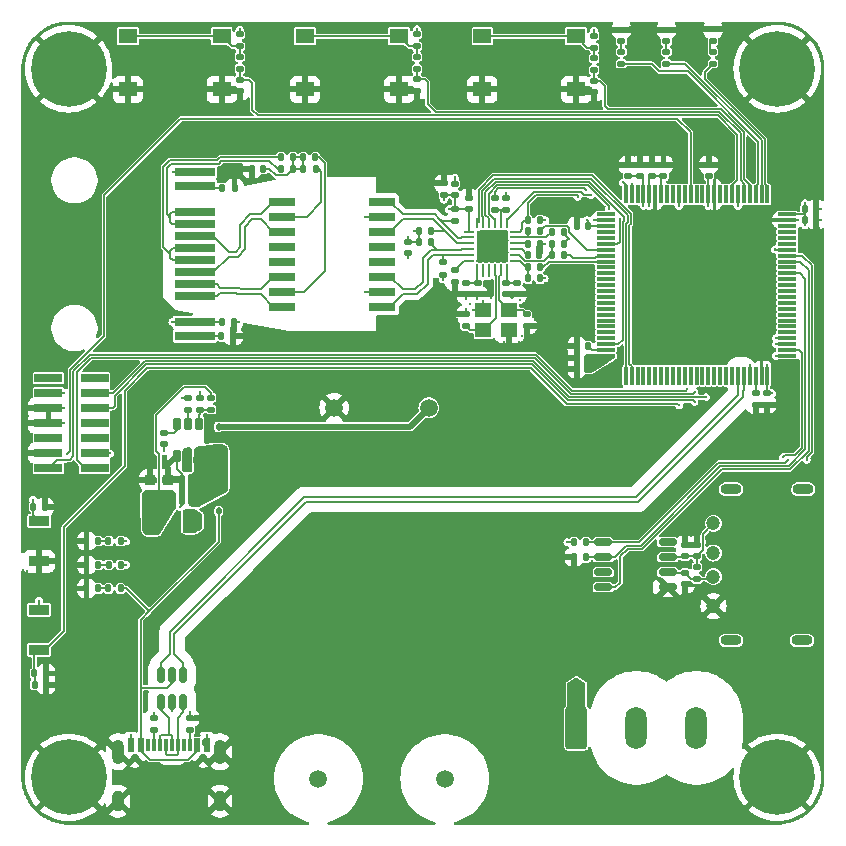
<source format=gbr>
%TF.GenerationSoftware,KiCad,Pcbnew,8.0.3-8.0.3-0~ubuntu22.04.1*%
%TF.CreationDate,2024-07-03T09:26:58+02:00*%
%TF.ProjectId,FabOS_MB,4661624f-535f-44d4-922e-6b696361645f,rev?*%
%TF.SameCoordinates,Original*%
%TF.FileFunction,Copper,L1,Top*%
%TF.FilePolarity,Positive*%
%FSLAX46Y46*%
G04 Gerber Fmt 4.6, Leading zero omitted, Abs format (unit mm)*
G04 Created by KiCad (PCBNEW 8.0.3-8.0.3-0~ubuntu22.04.1) date 2024-07-03 09:26:58*
%MOMM*%
%LPD*%
G01*
G04 APERTURE LIST*
G04 Aperture macros list*
%AMRoundRect*
0 Rectangle with rounded corners*
0 $1 Rounding radius*
0 $2 $3 $4 $5 $6 $7 $8 $9 X,Y pos of 4 corners*
0 Add a 4 corners polygon primitive as box body*
4,1,4,$2,$3,$4,$5,$6,$7,$8,$9,$2,$3,0*
0 Add four circle primitives for the rounded corners*
1,1,$1+$1,$2,$3*
1,1,$1+$1,$4,$5*
1,1,$1+$1,$6,$7*
1,1,$1+$1,$8,$9*
0 Add four rect primitives between the rounded corners*
20,1,$1+$1,$2,$3,$4,$5,0*
20,1,$1+$1,$4,$5,$6,$7,0*
20,1,$1+$1,$6,$7,$8,$9,0*
20,1,$1+$1,$8,$9,$2,$3,0*%
%AMFreePoly0*
4,1,6,1.000000,0.000000,0.500000,-0.750000,-0.500000,-0.750000,-0.500000,0.750000,0.500000,0.750000,1.000000,0.000000,1.000000,0.000000,$1*%
%AMFreePoly1*
4,1,6,0.500000,-0.750000,-0.650000,-0.750000,-0.150000,0.000000,-0.650000,0.750000,0.500000,0.750000,0.500000,-0.750000,0.500000,-0.750000,$1*%
G04 Aperture macros list end*
%TA.AperFunction,SMDPad,CuDef*%
%ADD10R,2.250000X0.750000*%
%TD*%
%TA.AperFunction,SMDPad,CuDef*%
%ADD11RoundRect,0.140000X-0.170000X0.140000X-0.170000X-0.140000X0.170000X-0.140000X0.170000X0.140000X0*%
%TD*%
%TA.AperFunction,SMDPad,CuDef*%
%ADD12RoundRect,0.140000X0.140000X0.170000X-0.140000X0.170000X-0.140000X-0.170000X0.140000X-0.170000X0*%
%TD*%
%TA.AperFunction,SMDPad,CuDef*%
%ADD13RoundRect,0.140000X0.170000X-0.140000X0.170000X0.140000X-0.170000X0.140000X-0.170000X-0.140000X0*%
%TD*%
%TA.AperFunction,SMDPad,CuDef*%
%ADD14RoundRect,0.135000X0.135000X0.185000X-0.135000X0.185000X-0.135000X-0.185000X0.135000X-0.185000X0*%
%TD*%
%TA.AperFunction,SMDPad,CuDef*%
%ADD15RoundRect,0.147500X-0.147500X-0.172500X0.147500X-0.172500X0.147500X0.172500X-0.147500X0.172500X0*%
%TD*%
%TA.AperFunction,SMDPad,CuDef*%
%ADD16RoundRect,0.135000X0.185000X-0.135000X0.185000X0.135000X-0.185000X0.135000X-0.185000X-0.135000X0*%
%TD*%
%TA.AperFunction,SMDPad,CuDef*%
%ADD17RoundRect,0.135000X-0.135000X-0.185000X0.135000X-0.185000X0.135000X0.185000X-0.135000X0.185000X0*%
%TD*%
%TA.AperFunction,SMDPad,CuDef*%
%ADD18RoundRect,0.112500X0.112500X-0.187500X0.112500X0.187500X-0.112500X0.187500X-0.112500X-0.187500X0*%
%TD*%
%TA.AperFunction,SMDPad,CuDef*%
%ADD19RoundRect,0.150000X0.150000X-0.400000X0.150000X0.400000X-0.150000X0.400000X-0.150000X-0.400000X0*%
%TD*%
%TA.AperFunction,SMDPad,CuDef*%
%ADD20RoundRect,0.135000X-0.185000X0.135000X-0.185000X-0.135000X0.185000X-0.135000X0.185000X0.135000X0*%
%TD*%
%TA.AperFunction,SMDPad,CuDef*%
%ADD21FreePoly0,90.000000*%
%TD*%
%TA.AperFunction,SMDPad,CuDef*%
%ADD22FreePoly1,90.000000*%
%TD*%
%TA.AperFunction,SMDPad,CuDef*%
%ADD23RoundRect,0.152400X-0.609600X0.152400X-0.609600X-0.152400X0.609600X-0.152400X0.609600X0.152400X0*%
%TD*%
%TA.AperFunction,SMDPad,CuDef*%
%ADD24RoundRect,0.147500X-0.172500X0.147500X-0.172500X-0.147500X0.172500X-0.147500X0.172500X0.147500X0*%
%TD*%
%TA.AperFunction,SMDPad,CuDef*%
%ADD25RoundRect,0.140000X-0.140000X-0.170000X0.140000X-0.170000X0.140000X0.170000X-0.140000X0.170000X0*%
%TD*%
%TA.AperFunction,ComponentPad*%
%ADD26RoundRect,0.250000X-0.650000X-1.550000X0.650000X-1.550000X0.650000X1.550000X-0.650000X1.550000X0*%
%TD*%
%TA.AperFunction,ComponentPad*%
%ADD27O,1.800000X3.600000*%
%TD*%
%TA.AperFunction,ComponentPad*%
%ADD28C,0.800000*%
%TD*%
%TA.AperFunction,ComponentPad*%
%ADD29C,6.400000*%
%TD*%
%TA.AperFunction,ComponentPad*%
%ADD30C,1.200000*%
%TD*%
%TA.AperFunction,ComponentPad*%
%ADD31O,1.800000X0.900000*%
%TD*%
%TA.AperFunction,SMDPad,CuDef*%
%ADD32R,1.550000X1.300000*%
%TD*%
%TA.AperFunction,ComponentPad*%
%ADD33C,1.500000*%
%TD*%
%TA.AperFunction,SMDPad,CuDef*%
%ADD34R,3.500000X0.700000*%
%TD*%
%TA.AperFunction,SMDPad,CuDef*%
%ADD35R,3.500000X0.800000*%
%TD*%
%TA.AperFunction,SMDPad,CuDef*%
%ADD36RoundRect,0.150000X0.150000X-0.512500X0.150000X0.512500X-0.150000X0.512500X-0.150000X-0.512500X0*%
%TD*%
%TA.AperFunction,SMDPad,CuDef*%
%ADD37R,1.400000X1.200000*%
%TD*%
%TA.AperFunction,SMDPad,CuDef*%
%ADD38RoundRect,0.250000X-0.275000X-0.700000X0.275000X-0.700000X0.275000X0.700000X-0.275000X0.700000X0*%
%TD*%
%TA.AperFunction,SMDPad,CuDef*%
%ADD39R,0.600000X1.150000*%
%TD*%
%TA.AperFunction,ComponentPad*%
%ADD40C,0.700000*%
%TD*%
%TA.AperFunction,SMDPad,CuDef*%
%ADD41R,0.309000X1.140000*%
%TD*%
%TA.AperFunction,ComponentPad*%
%ADD42O,1.000000X2.100000*%
%TD*%
%TA.AperFunction,ComponentPad*%
%ADD43O,1.000000X1.800000*%
%TD*%
%TA.AperFunction,SMDPad,CuDef*%
%ADD44R,1.700000X0.900000*%
%TD*%
%TA.AperFunction,SMDPad,CuDef*%
%ADD45RoundRect,0.225000X0.250000X-0.225000X0.250000X0.225000X-0.250000X0.225000X-0.250000X-0.225000X0*%
%TD*%
%TA.AperFunction,SMDPad,CuDef*%
%ADD46RoundRect,0.112500X-0.112500X0.187500X-0.112500X-0.187500X0.112500X-0.187500X0.112500X0.187500X0*%
%TD*%
%TA.AperFunction,SMDPad,CuDef*%
%ADD47RoundRect,0.062500X0.062500X-0.375000X0.062500X0.375000X-0.062500X0.375000X-0.062500X-0.375000X0*%
%TD*%
%TA.AperFunction,SMDPad,CuDef*%
%ADD48RoundRect,0.062500X0.375000X-0.062500X0.375000X0.062500X-0.375000X0.062500X-0.375000X-0.062500X0*%
%TD*%
%TA.AperFunction,HeatsinkPad*%
%ADD49C,0.500000*%
%TD*%
%TA.AperFunction,HeatsinkPad*%
%ADD50R,2.500000X2.500000*%
%TD*%
%TA.AperFunction,SMDPad,CuDef*%
%ADD51R,2.400000X0.740000*%
%TD*%
%TA.AperFunction,SMDPad,CuDef*%
%ADD52RoundRect,0.075000X-0.075000X0.725000X-0.075000X-0.725000X0.075000X-0.725000X0.075000X0.725000X0*%
%TD*%
%TA.AperFunction,SMDPad,CuDef*%
%ADD53RoundRect,0.075000X-0.725000X0.075000X-0.725000X-0.075000X0.725000X-0.075000X0.725000X0.075000X0*%
%TD*%
%TA.AperFunction,ViaPad*%
%ADD54C,0.300000*%
%TD*%
%TA.AperFunction,Conductor*%
%ADD55C,0.150000*%
%TD*%
%TA.AperFunction,Conductor*%
%ADD56C,1.500000*%
%TD*%
%TA.AperFunction,Conductor*%
%ADD57C,0.500000*%
%TD*%
%TA.AperFunction,Conductor*%
%ADD58C,0.200000*%
%TD*%
G04 APERTURE END LIST*
D10*
%TO.P,U302,1,TD+*%
%TO.N,/ethernet/TD+*%
X126500000Y-120145000D03*
%TO.P,U302,2,TCT*%
%TO.N,/ethernet/CT*%
X126500000Y-118875000D03*
%TO.P,U302,3,TD-*%
%TO.N,/ethernet/TD-*%
X126500000Y-117605000D03*
%TO.P,U302,4*%
%TO.N,N/C*%
X126500000Y-116335000D03*
%TO.P,U302,5*%
X126500000Y-115065000D03*
%TO.P,U302,6,RD+*%
%TO.N,/ethernet/RD+*%
X126500000Y-113795000D03*
%TO.P,U302,7,RCT*%
%TO.N,/ethernet/CT*%
X126500000Y-112525000D03*
%TO.P,U302,8,RD-*%
%TO.N,/ethernet/RD-*%
X126500000Y-111255000D03*
%TO.P,U302,9,RX-*%
%TO.N,/ethernet/RX-*%
X118100000Y-111255000D03*
%TO.P,U302,10,RXCT*%
%TO.N,/ethernet/RXCT*%
X118100000Y-112525000D03*
%TO.P,U302,11,RX+*%
%TO.N,/ethernet/RX+*%
X118100000Y-113795000D03*
%TO.P,U302,12*%
%TO.N,N/C*%
X118100000Y-115065000D03*
%TO.P,U302,13*%
X118100000Y-116335000D03*
%TO.P,U302,14,TX-*%
%TO.N,/ethernet/TX-*%
X118100000Y-117605000D03*
%TO.P,U302,15,TXCT*%
%TO.N,/ethernet/TXCT*%
X118100000Y-118875000D03*
%TO.P,U302,16,TX+*%
%TO.N,/ethernet/TX+*%
X118100000Y-120145000D03*
%TD*%
D11*
%TO.P,C610,1*%
%TO.N,+3.3V*%
X159110000Y-127470000D03*
%TO.P,C610,2*%
%TO.N,GND*%
X159110000Y-128430000D03*
%TD*%
D12*
%TO.P,C503,1*%
%TO.N,/power/5V_max*%
X110555000Y-136600000D03*
%TO.P,C503,2*%
%TO.N,GND*%
X109595000Y-136600000D03*
%TD*%
D13*
%TO.P,C303,1*%
%TO.N,GND*%
X138820000Y-121760000D03*
%TO.P,C303,2*%
%TO.N,Net-(U301-XTAL1{slash}CLKIN)*%
X138820000Y-120800000D03*
%TD*%
D14*
%TO.P,R506,1*%
%TO.N,/5V_Flyback*%
X104410000Y-142000000D03*
%TO.P,R506,2*%
%TO.N,Net-(D505-A)*%
X103390000Y-142000000D03*
%TD*%
D15*
%TO.P,D505,1,K*%
%TO.N,GND*%
X101515000Y-142000000D03*
%TO.P,D505,2,A*%
%TO.N,Net-(D505-A)*%
X102485000Y-142000000D03*
%TD*%
D13*
%TO.P,C308,1*%
%TO.N,/ethernet/CT*%
X133870000Y-111870000D03*
%TO.P,C308,2*%
%TO.N,GND*%
X133870000Y-110910000D03*
%TD*%
D16*
%TO.P,R604,1*%
%TO.N,/STM32/BTN2*%
X129500000Y-100010000D03*
%TO.P,R604,2*%
%TO.N,Net-(R604-Pad2)*%
X129500000Y-98990000D03*
%TD*%
D17*
%TO.P,R308,1*%
%TO.N,Net-(U301-RXD1{slash}MODE1)*%
X138880000Y-117750000D03*
%TO.P,R308,2*%
%TO.N,+3.3V*%
X139900000Y-117750000D03*
%TD*%
D12*
%TO.P,C602,1*%
%TO.N,Net-(U601-VCAP_1)*%
X143980000Y-123500000D03*
%TO.P,C602,2*%
%TO.N,GND*%
X143020000Y-123500000D03*
%TD*%
D18*
%TO.P,D501,1,K*%
%TO.N,/power/5V_max*%
X112700000Y-132400000D03*
%TO.P,D501,2,A*%
%TO.N,/5V_Flyback*%
X112700000Y-130300000D03*
%TD*%
D16*
%TO.P,R608,1*%
%TO.N,/STM32/LED2*%
X150622000Y-99572000D03*
%TO.P,R608,2*%
%TO.N,Net-(D602-A)*%
X150622000Y-98552000D03*
%TD*%
D19*
%TO.P,U502,1,GND*%
%TO.N,GND*%
X109175000Y-132750000D03*
%TO.P,U502,2,SW*%
%TO.N,Net-(U502-SW)*%
X110125000Y-132750000D03*
%TO.P,U502,3,VIN*%
%TO.N,/power/5V_max*%
X111075000Y-132750000D03*
%TO.P,U502,4,VFB*%
%TO.N,Net-(U502-VFB)*%
X111075000Y-130050000D03*
%TO.P,U502,5,EN*%
%TO.N,Net-(U502-EN)*%
X110125000Y-130050000D03*
%TO.P,U502,6,VBST*%
%TO.N,Net-(U502-VBST)*%
X109175000Y-130050000D03*
%TD*%
D20*
%TO.P,R314,1*%
%TO.N,/ethernet/TD+*%
X131700000Y-116400000D03*
%TO.P,R314,2*%
%TO.N,/ethernet/CT*%
X131700000Y-117420000D03*
%TD*%
D11*
%TO.P,C603,1*%
%TO.N,Net-(U601-VCAP_2)*%
X158170000Y-127470000D03*
%TO.P,C603,2*%
%TO.N,GND*%
X158170000Y-128430000D03*
%TD*%
D21*
%TO.P,JP501,1,A*%
%TO.N,Earth*%
X143000000Y-152500000D03*
D22*
%TO.P,JP501,2,B*%
%TO.N,GND*%
X143000000Y-151050000D03*
%TD*%
D12*
%TO.P,C304,1*%
%TO.N,GND*%
X139860000Y-115750000D03*
%TO.P,C304,2*%
%TO.N,+3.3V*%
X138900000Y-115750000D03*
%TD*%
%TO.P,C617,1*%
%TO.N,+3.3V*%
X143980000Y-124450000D03*
%TO.P,C617,2*%
%TO.N,GND*%
X143020000Y-124450000D03*
%TD*%
D11*
%TO.P,C302,1*%
%TO.N,/ethernet/VDDCR*%
X137025000Y-118140000D03*
%TO.P,C302,2*%
%TO.N,GND*%
X137025000Y-119100000D03*
%TD*%
D16*
%TO.P,R610,1*%
%TO.N,/STM32/LED3*%
X146812000Y-99570000D03*
%TO.P,R610,2*%
%TO.N,Net-(D603-A)*%
X146812000Y-98550000D03*
%TD*%
D23*
%TO.P,U201,1,RxD*%
%TO.N,/USART1_RX*%
X145260000Y-140090000D03*
%TO.P,U201,2,EN*%
%TO.N,/LIN_EN*%
X145260000Y-141360000D03*
%TO.P,U201,3,NC*%
%TO.N,unconnected-(U201-NC-Pad3)*%
X145260000Y-142630000D03*
%TO.P,U201,4,TxD*%
%TO.N,/USART1_TX*%
X145260000Y-143900000D03*
%TO.P,U201,5,GND*%
%TO.N,GND*%
X150721000Y-143900000D03*
%TO.P,U201,6,LIN*%
%TO.N,/LIN/LIN*%
X150721000Y-142630000D03*
%TO.P,U201,7,VBB*%
%TO.N,/5V_Flyback*%
X150721000Y-141360000D03*
%TO.P,U201,8,NC*%
%TO.N,unconnected-(U201-NC-Pad8)*%
X150721000Y-140090000D03*
%TD*%
D14*
%TO.P,R304,1*%
%TO.N,+3.3V*%
X139910000Y-112810000D03*
%TO.P,R304,2*%
%TO.N,/ETH_MDI0*%
X138890000Y-112810000D03*
%TD*%
D17*
%TO.P,R322,1*%
%TO.N,Net-(J301-LED2-)*%
X112940000Y-122650000D03*
%TO.P,R322,2*%
%TO.N,GND*%
X113960000Y-122650000D03*
%TD*%
D12*
%TO.P,C611,1*%
%TO.N,+3.3V*%
X143980000Y-113340000D03*
%TO.P,C611,2*%
%TO.N,GND*%
X143020000Y-113340000D03*
%TD*%
D11*
%TO.P,C616,1*%
%TO.N,/STM32/BTN3*%
X144500000Y-101020000D03*
%TO.P,C616,2*%
%TO.N,GND*%
X144500000Y-101980000D03*
%TD*%
D24*
%TO.P,D603,1,K*%
%TO.N,GND*%
X146812000Y-96685000D03*
%TO.P,D603,2,A*%
%TO.N,Net-(D603-A)*%
X146812000Y-97655000D03*
%TD*%
D20*
%TO.P,R609,1*%
%TO.N,+3.3V*%
X144500000Y-97190000D03*
%TO.P,R609,2*%
%TO.N,Net-(R607-Pad2)*%
X144500000Y-98210000D03*
%TD*%
D14*
%TO.P,R302,1*%
%TO.N,/ETH_RXD1*%
X139900000Y-116810000D03*
%TO.P,R302,2*%
%TO.N,Net-(U301-RXD1{slash}MODE1)*%
X138880000Y-116810000D03*
%TD*%
D11*
%TO.P,C504,1*%
%TO.N,Net-(U502-VBST)*%
X108075000Y-130820000D03*
%TO.P,C504,2*%
%TO.N,Net-(U502-SW)*%
X108075000Y-131780000D03*
%TD*%
D20*
%TO.P,R605,1*%
%TO.N,+3.3V*%
X129500000Y-97080000D03*
%TO.P,R605,2*%
%TO.N,Net-(R604-Pad2)*%
X129500000Y-98100000D03*
%TD*%
D13*
%TO.P,C307,1*%
%TO.N,/ethernet/CT*%
X131770000Y-110660000D03*
%TO.P,C307,2*%
%TO.N,GND*%
X131770000Y-109700000D03*
%TD*%
D14*
%TO.P,R310,1*%
%TO.N,GND*%
X139900000Y-114800000D03*
%TO.P,R310,2*%
%TO.N,Net-(U301-RXER{slash}PHYAD0)*%
X138880000Y-114800000D03*
%TD*%
D16*
%TO.P,R602,1*%
%TO.N,/STM32/BTN1*%
X114500000Y-100020000D03*
%TO.P,R602,2*%
%TO.N,Net-(R602-Pad2)*%
X114500000Y-99000000D03*
%TD*%
%TO.P,R313,1*%
%TO.N,/ethernet/RD-*%
X132700000Y-112900000D03*
%TO.P,R313,2*%
%TO.N,/ethernet/CT*%
X132700000Y-111880000D03*
%TD*%
%TO.P,R607,1*%
%TO.N,/STM32/BTN3*%
X144500000Y-100110000D03*
%TO.P,R607,2*%
%TO.N,Net-(R607-Pad2)*%
X144500000Y-99090000D03*
%TD*%
D12*
%TO.P,C613,1*%
%TO.N,+3.3V*%
X143980000Y-125400000D03*
%TO.P,C613,2*%
%TO.N,GND*%
X143020000Y-125400000D03*
%TD*%
D17*
%TO.P,R202,1*%
%TO.N,+3.3V*%
X142790000Y-140090000D03*
%TO.P,R202,2*%
%TO.N,/USART1_RX*%
X143810000Y-140090000D03*
%TD*%
D20*
%TO.P,R603,1*%
%TO.N,+3.3V*%
X114500000Y-97090000D03*
%TO.P,R603,2*%
%TO.N,Net-(R602-Pad2)*%
X114500000Y-98110000D03*
%TD*%
D16*
%TO.P,R501,1*%
%TO.N,Net-(U502-EN)*%
X110125000Y-128860000D03*
%TO.P,R501,2*%
%TO.N,/power/5V_max*%
X110125000Y-127840000D03*
%TD*%
D25*
%TO.P,C609,1*%
%TO.N,+3.3V*%
X162320000Y-112780000D03*
%TO.P,C609,2*%
%TO.N,GND*%
X163280000Y-112780000D03*
%TD*%
D24*
%TO.P,D601,1,K*%
%TO.N,GND*%
X154559000Y-96670000D03*
%TO.P,D601,2,A*%
%TO.N,Net-(D601-A)*%
X154559000Y-97640000D03*
%TD*%
%TO.P,FB301,1*%
%TO.N,+3.3V*%
X132700000Y-109715000D03*
%TO.P,FB301,2*%
%TO.N,/ethernet/CT*%
X132700000Y-110685000D03*
%TD*%
D16*
%TO.P,R402,1*%
%TO.N,Net-(J401-CC2)*%
X110250000Y-156010000D03*
%TO.P,R402,2*%
%TO.N,GND*%
X110250000Y-154990000D03*
%TD*%
D20*
%TO.P,R306,1*%
%TO.N,+3.3V*%
X137030000Y-110960000D03*
%TO.P,R306,2*%
%TO.N,Net-(U301-~{INT}{slash}REFCLKO)*%
X137030000Y-111980000D03*
%TD*%
D14*
%TO.P,R201,1*%
%TO.N,/LIN_EN*%
X143810000Y-141360000D03*
%TO.P,R201,2*%
%TO.N,GND*%
X142790000Y-141360000D03*
%TD*%
D26*
%TO.P,e501,1,Pin_1*%
%TO.N,Earth*%
X143000000Y-155800000D03*
D27*
%TO.P,e501,2,Pin_2*%
%TO.N,N*%
X148080000Y-155800000D03*
%TO.P,e501,3,Pin_3*%
%TO.N,L*%
X153160000Y-155800000D03*
%TD*%
D16*
%TO.P,R503,1*%
%TO.N,Net-(U502-VFB)*%
X112075000Y-128860000D03*
%TO.P,R503,2*%
%TO.N,+3.3V*%
X112075000Y-127840000D03*
%TD*%
D25*
%TO.P,C618,1*%
%TO.N,+3.3V*%
X162320000Y-111860000D03*
%TO.P,C618,2*%
%TO.N,GND*%
X163280000Y-111860000D03*
%TD*%
D28*
%TO.P,H102,1,1*%
%TO.N,GND*%
X157600000Y-100000000D03*
X158302944Y-98302944D03*
X158302944Y-101697056D03*
X160000000Y-97600000D03*
D29*
X160000000Y-100000000D03*
D28*
X160000000Y-102400000D03*
X161697056Y-98302944D03*
X161697056Y-101697056D03*
X162400000Y-100000000D03*
%TD*%
D16*
%TO.P,R502,1*%
%TO.N,Net-(U502-VFB)*%
X111125000Y-128860000D03*
%TO.P,R502,2*%
%TO.N,GND*%
X111125000Y-127840000D03*
%TD*%
D30*
%TO.P,J201,1,VBUS*%
%TO.N,/5V_Flyback*%
X154600000Y-138500000D03*
%TO.P,J201,2,D-*%
%TO.N,/ES*%
X154600000Y-141000000D03*
%TO.P,J201,3,D+*%
%TO.N,/LIN/LIN*%
X154600000Y-143000000D03*
%TO.P,J201,4,GND*%
%TO.N,GND*%
X154600000Y-145500000D03*
D31*
%TO.P,J201,GND*%
%TO.N,N/C*%
X156100000Y-148400000D03*
X162100000Y-148400000D03*
X156100000Y-135600000D03*
X162200000Y-135600000D03*
%TD*%
D13*
%TO.P,C201,1*%
%TO.N,/5V_Flyback*%
X153200000Y-141280000D03*
%TO.P,C201,2*%
%TO.N,GND*%
X153200000Y-140320000D03*
%TD*%
D14*
%TO.P,R303,1*%
%TO.N,/ETH_CRS_DV*%
X139910000Y-113750000D03*
%TO.P,R303,2*%
%TO.N,Net-(U301-CRS_DV{slash}MODE2)*%
X138890000Y-113750000D03*
%TD*%
D32*
%TO.P,SW604,1,1*%
%TO.N,GND*%
X127975000Y-101750000D03*
X120025000Y-101750000D03*
%TO.P,SW604,2,2*%
%TO.N,Net-(R604-Pad2)*%
X127975000Y-97250000D03*
X120025000Y-97250000D03*
%TD*%
D14*
%TO.P,R316,1*%
%TO.N,/ethernet/RXCT*%
X120910000Y-108500000D03*
%TO.P,R316,2*%
%TO.N,Net-(C312-Pad1)*%
X119890000Y-108500000D03*
%TD*%
D17*
%TO.P,R301,1*%
%TO.N,Net-(U301-RXD0{slash}MODE0)*%
X140890000Y-115750000D03*
%TO.P,R301,2*%
%TO.N,/ETH_RXD0*%
X141910000Y-115750000D03*
%TD*%
D11*
%TO.P,C612,1*%
%TO.N,/STM32/BTN2*%
X129500000Y-100890000D03*
%TO.P,C612,2*%
%TO.N,GND*%
X129500000Y-101850000D03*
%TD*%
D28*
%TO.P,H103,1,1*%
%TO.N,GND*%
X157600000Y-160000000D03*
X158302944Y-158302944D03*
X158302944Y-161697056D03*
X160000000Y-157600000D03*
D29*
X160000000Y-160000000D03*
D28*
X160000000Y-162400000D03*
X161697056Y-158302944D03*
X161697056Y-161697056D03*
X162400000Y-160000000D03*
%TD*%
D15*
%TO.P,D503,1,K*%
%TO.N,GND*%
X101515000Y-140000000D03*
%TO.P,D503,2,A*%
%TO.N,Net-(D503-A)*%
X102485000Y-140000000D03*
%TD*%
D13*
%TO.P,C604,1*%
%TO.N,+3.3V*%
X154200000Y-109070000D03*
%TO.P,C604,2*%
%TO.N,GND*%
X154200000Y-108110000D03*
%TD*%
D17*
%TO.P,R318,1*%
%TO.N,Net-(J301-Pad4)*%
X117980000Y-107500000D03*
%TO.P,R318,2*%
%TO.N,Net-(C312-Pad1)*%
X119000000Y-107500000D03*
%TD*%
D13*
%TO.P,C202,1*%
%TO.N,/5V_Flyback*%
X152200000Y-141280000D03*
%TO.P,C202,2*%
%TO.N,GND*%
X152200000Y-140320000D03*
%TD*%
D25*
%TO.P,C501,1*%
%TO.N,GND*%
X109595000Y-134700000D03*
%TO.P,C501,2*%
%TO.N,/power/5V_max*%
X110555000Y-134700000D03*
%TD*%
D33*
%TO.P,U501,1,N*%
%TO.N,N*%
X131850000Y-160100000D03*
%TO.P,U501,2,L*%
%TO.N,L*%
X121150000Y-160100000D03*
%TO.P,U501,4,V-*%
%TO.N,GND*%
X122500000Y-128700000D03*
%TO.P,U501,6,V+*%
%TO.N,/5V_Flyback*%
X130500000Y-128700000D03*
%TD*%
D14*
%TO.P,R504,1*%
%TO.N,+3.3V*%
X104400000Y-140000000D03*
%TO.P,R504,2*%
%TO.N,Net-(D503-A)*%
X103380000Y-140000000D03*
%TD*%
D34*
%TO.P,J301,1,TX+*%
%TO.N,/ethernet/TX+*%
X110700000Y-119270000D03*
%TO.P,J301,2,TX-*%
%TO.N,/ethernet/TX-*%
X110700000Y-118250000D03*
%TO.P,J301,3,RX+*%
%TO.N,/ethernet/RX+*%
X110700000Y-117230000D03*
%TO.P,J301,4*%
%TO.N,Net-(J301-Pad4)*%
X110700000Y-116210000D03*
%TO.P,J301,5*%
X110700000Y-115190000D03*
%TO.P,J301,6,RX-*%
%TO.N,/ethernet/RX-*%
X110700000Y-114170000D03*
%TO.P,J301,7*%
%TO.N,Net-(J301-Pad7)*%
X110700000Y-113150000D03*
%TO.P,J301,8*%
X110700000Y-112130000D03*
D35*
%TO.P,J301,9,LED1-*%
%TO.N,Net-(J301-LED1-)*%
X110700000Y-109960000D03*
%TO.P,J301,10,LED1+*%
%TO.N,/ethernet/LED1+*%
X110700000Y-108750000D03*
%TO.P,J301,11,LED2-*%
%TO.N,Net-(J301-LED2-)*%
X110700000Y-122650000D03*
%TO.P,J301,12,LED2+*%
%TO.N,/ethernet/LED2+*%
X110700000Y-121440000D03*
%TD*%
D17*
%TO.P,R320,1*%
%TO.N,Net-(J301-LED1-)*%
X113030000Y-110109000D03*
%TO.P,R320,2*%
%TO.N,GND*%
X114050000Y-110109000D03*
%TD*%
D28*
%TO.P,H104,1,1*%
%TO.N,GND*%
X97600000Y-160000000D03*
X98302944Y-158302944D03*
X98302944Y-161697056D03*
X100000000Y-157600000D03*
D29*
X100000000Y-160000000D03*
D28*
X100000000Y-162400000D03*
X101697056Y-158302944D03*
X101697056Y-161697056D03*
X102400000Y-160000000D03*
%TD*%
D11*
%TO.P,C306,1*%
%TO.N,/ethernet/CT*%
X128750000Y-114660000D03*
%TO.P,C306,2*%
%TO.N,GND*%
X128750000Y-115620000D03*
%TD*%
D36*
%TO.P,U401,1,I/O1*%
%TO.N,/USB_C/D-*%
X107800000Y-153600000D03*
%TO.P,U401,2,GND*%
%TO.N,GND*%
X108750000Y-153600000D03*
%TO.P,U401,3,I/O2*%
%TO.N,/USB_C/D+*%
X109700000Y-153600000D03*
%TO.P,U401,4,I/O2*%
%TO.N,/USB_D+*%
X109700000Y-151325000D03*
%TO.P,U401,5,VBUS*%
%TO.N,/5V_USB*%
X108750000Y-151325000D03*
%TO.P,U401,6,I/O1*%
%TO.N,/USB_D-*%
X107800000Y-151325000D03*
%TD*%
D37*
%TO.P,Y301,1,1*%
%TO.N,Net-(U301-XTAL1{slash}CLKIN)*%
X137320000Y-120430000D03*
%TO.P,Y301,2,2*%
%TO.N,GND*%
X135120000Y-120430000D03*
%TO.P,Y301,3,3*%
%TO.N,Net-(U301-XTAL2)*%
X135120000Y-122130000D03*
%TO.P,Y301,4,4*%
%TO.N,GND*%
X137320000Y-122130000D03*
%TD*%
D13*
%TO.P,C606,1*%
%TO.N,+3.3V*%
X150370000Y-109090000D03*
%TO.P,C606,2*%
%TO.N,GND*%
X150370000Y-108130000D03*
%TD*%
D32*
%TO.P,SW603,1,1*%
%TO.N,GND*%
X112975000Y-101750000D03*
X105025000Y-101750000D03*
%TO.P,SW603,2,2*%
%TO.N,Net-(R602-Pad2)*%
X112975000Y-97250000D03*
X105025000Y-97250000D03*
%TD*%
D11*
%TO.P,C309,1*%
%TO.N,/ethernet/CT*%
X134630000Y-118140000D03*
%TO.P,C309,2*%
%TO.N,GND*%
X134630000Y-119100000D03*
%TD*%
D38*
%TO.P,L501,1,1*%
%TO.N,+3.3V*%
X107050000Y-138300000D03*
%TO.P,L501,2,2*%
%TO.N,Net-(U502-SW)*%
X110200000Y-138300000D03*
%TD*%
D39*
%TO.P,J401,A1,GND*%
%TO.N,GND*%
X105300000Y-157255000D03*
D40*
X105610000Y-158320000D03*
X111390000Y-158320000D03*
D39*
X111700000Y-157255000D03*
%TO.P,J401,A4,VBUS*%
%TO.N,/5V_USB*%
X106100000Y-157255000D03*
X110900000Y-157255000D03*
D41*
%TO.P,J401,A5,CC1*%
%TO.N,Net-(J401-CC1)*%
X107250000Y-157255000D03*
%TO.P,J401,A6,D+*%
%TO.N,/USB_C/D+*%
X108250000Y-157255000D03*
%TO.P,J401,A7,D-*%
%TO.N,/USB_C/D-*%
X108750000Y-157255000D03*
%TO.P,J401,A8,SBU1*%
%TO.N,unconnected-(J401-SBU1-PadA8)*%
X109750000Y-157255000D03*
%TO.P,J401,B5,CC2*%
%TO.N,Net-(J401-CC2)*%
X110250000Y-157255000D03*
%TO.P,J401,B6,D+*%
%TO.N,/USB_C/D+*%
X109250000Y-157255000D03*
%TO.P,J401,B7,D-*%
%TO.N,/USB_C/D-*%
X107750000Y-157255000D03*
%TO.P,J401,B8,SBU2*%
%TO.N,unconnected-(J401-SBU2-PadB8)*%
X106750000Y-157255000D03*
D42*
%TO.P,J401,S1,SHIELD*%
%TO.N,GND*%
X104180000Y-157820000D03*
D43*
X104180000Y-162000000D03*
D42*
X112820000Y-157820000D03*
D43*
X112820000Y-162000000D03*
%TD*%
D17*
%TO.P,R309,1*%
%TO.N,Net-(U301-CRS_DV{slash}MODE2)*%
X140890000Y-113830000D03*
%TO.P,R309,2*%
%TO.N,+3.3V*%
X141910000Y-113830000D03*
%TD*%
D16*
%TO.P,R401,1*%
%TO.N,Net-(J401-CC1)*%
X107250000Y-156010000D03*
%TO.P,R401,2*%
%TO.N,GND*%
X107250000Y-154990000D03*
%TD*%
D17*
%TO.P,R321,1*%
%TO.N,/ethernet/LED2+*%
X112950000Y-121440000D03*
%TO.P,R321,2*%
%TO.N,GND*%
X113970000Y-121440000D03*
%TD*%
D13*
%TO.P,C310,1*%
%TO.N,GND*%
X133660000Y-119100000D03*
%TO.P,C310,2*%
%TO.N,/ethernet/CT*%
X133660000Y-118140000D03*
%TD*%
D12*
%TO.P,C312,1*%
%TO.N,Net-(C312-Pad1)*%
X116500000Y-108500000D03*
%TO.P,C312,2*%
%TO.N,GND*%
X115540000Y-108500000D03*
%TD*%
D20*
%TO.P,R305,1*%
%TO.N,/ETH_REF_CLK*%
X136090000Y-110960000D03*
%TO.P,R305,2*%
%TO.N,Net-(U301-~{INT}{slash}REFCLKO)*%
X136090000Y-111980000D03*
%TD*%
D44*
%TO.P,SW602,1,1*%
%TO.N,GND*%
X97500000Y-141700000D03*
%TO.P,SW602,2,2*%
%TO.N,/STM32/NRST*%
X97500000Y-138300000D03*
%TD*%
D28*
%TO.P,H101,1,1*%
%TO.N,GND*%
X97600000Y-100000000D03*
X98302944Y-98302944D03*
X98302944Y-101697056D03*
X100000000Y-97600000D03*
D29*
X100000000Y-100000000D03*
D28*
X100000000Y-102400000D03*
X101697056Y-98302944D03*
X101697056Y-101697056D03*
X102400000Y-100000000D03*
%TD*%
D14*
%TO.P,R317,1*%
%TO.N,/ethernet/TXCT*%
X120900000Y-107500000D03*
%TO.P,R317,2*%
%TO.N,Net-(C312-Pad1)*%
X119880000Y-107500000D03*
%TD*%
D45*
%TO.P,C505,1*%
%TO.N,+3.3V*%
X108425000Y-136375000D03*
%TO.P,C505,2*%
%TO.N,GND*%
X108425000Y-134825000D03*
%TD*%
D14*
%TO.P,R505,1*%
%TO.N,/5V_USB*%
X104400000Y-144000000D03*
%TO.P,R505,2*%
%TO.N,Net-(D504-A)*%
X103380000Y-144000000D03*
%TD*%
D11*
%TO.P,C608,1*%
%TO.N,/STM32/BTN1*%
X114500000Y-100920000D03*
%TO.P,C608,2*%
%TO.N,GND*%
X114500000Y-101880000D03*
%TD*%
D46*
%TO.P,D502,1,K*%
%TO.N,/power/5V_max*%
X112700000Y-135350000D03*
%TO.P,D502,2,A*%
%TO.N,/5V_USB*%
X112700000Y-137450000D03*
%TD*%
D12*
%TO.P,C601,1*%
%TO.N,GND*%
X98080000Y-152150000D03*
%TO.P,C601,2*%
%TO.N,Net-(U601-BOOT0)*%
X97120000Y-152150000D03*
%TD*%
D47*
%TO.P,U301,1,VDD2A*%
%TO.N,/ethernet/CT*%
X134580000Y-116967500D03*
%TO.P,U301,2,LED2/~{INTSEL}*%
%TO.N,/ethernet/LED2+*%
X135080000Y-116967500D03*
%TO.P,U301,3,LED1/REGOFF*%
%TO.N,/ethernet/LED1+*%
X135580000Y-116967500D03*
%TO.P,U301,4,XTAL2*%
%TO.N,Net-(U301-XTAL2)*%
X136080000Y-116967500D03*
%TO.P,U301,5,XTAL1/CLKIN*%
%TO.N,Net-(U301-XTAL1{slash}CLKIN)*%
X136580000Y-116967500D03*
%TO.P,U301,6,VDDCR*%
%TO.N,/ethernet/VDDCR*%
X137080000Y-116967500D03*
D48*
%TO.P,U301,7,RXD1/MODE1*%
%TO.N,Net-(U301-RXD1{slash}MODE1)*%
X137767500Y-116280000D03*
%TO.P,U301,8,RXD0/MODE0*%
%TO.N,Net-(U301-RXD0{slash}MODE0)*%
X137767500Y-115780000D03*
%TO.P,U301,9,VDDIO*%
%TO.N,+3.3V*%
X137767500Y-115280000D03*
%TO.P,U301,10,RXER/PHYAD0*%
%TO.N,Net-(U301-RXER{slash}PHYAD0)*%
X137767500Y-114780000D03*
%TO.P,U301,11,CRS_DV/MODE2*%
%TO.N,Net-(U301-CRS_DV{slash}MODE2)*%
X137767500Y-114280000D03*
%TO.P,U301,12,MDIO*%
%TO.N,/ETH_MDI0*%
X137767500Y-113780000D03*
D47*
%TO.P,U301,13,MDC*%
%TO.N,/ETH_MDC*%
X137080000Y-113092500D03*
%TO.P,U301,14,~{INT}/REFCLKO*%
%TO.N,Net-(U301-~{INT}{slash}REFCLKO)*%
X136580000Y-113092500D03*
%TO.P,U301,15,~{RST}*%
%TO.N,/NRST_ETH*%
X136080000Y-113092500D03*
%TO.P,U301,16,TXEN*%
%TO.N,/ETH_TX_EN*%
X135580000Y-113092500D03*
%TO.P,U301,17,TXD0*%
%TO.N,/ETH_TXD0*%
X135080000Y-113092500D03*
%TO.P,U301,18,TXD1*%
%TO.N,/ETH_TXD1*%
X134580000Y-113092500D03*
D48*
%TO.P,U301,19,VDD1A*%
%TO.N,/ethernet/CT*%
X133892500Y-113780000D03*
%TO.P,U301,20,TXN*%
%TO.N,/ethernet/RD-*%
X133892500Y-114280000D03*
%TO.P,U301,21,TXP*%
%TO.N,/ethernet/RD+*%
X133892500Y-114780000D03*
%TO.P,U301,22,RXN*%
%TO.N,/ethernet/TD-*%
X133892500Y-115280000D03*
%TO.P,U301,23,RXP*%
%TO.N,/ethernet/TD+*%
X133892500Y-115780000D03*
%TO.P,U301,24,RBIAS*%
%TO.N,Net-(U301-RBIAS)*%
X133892500Y-116280000D03*
D49*
%TO.P,U301,25,VSS*%
%TO.N,GND*%
X134830000Y-116030000D03*
X135830000Y-116030000D03*
X136830000Y-116030000D03*
X134830000Y-115030000D03*
X135830000Y-115030000D03*
D50*
X135830000Y-115030000D03*
D49*
X136830000Y-115030000D03*
X134830000Y-114030000D03*
X135830000Y-114030000D03*
X136830000Y-114030000D03*
%TD*%
D13*
%TO.P,C614,1*%
%TO.N,+3.3V*%
X147400000Y-109110000D03*
%TO.P,C614,2*%
%TO.N,GND*%
X147400000Y-108150000D03*
%TD*%
D11*
%TO.P,C203,1*%
%TO.N,/LIN/LIN*%
X152200000Y-142700000D03*
%TO.P,C203,2*%
%TO.N,GND*%
X152200000Y-143660000D03*
%TD*%
D45*
%TO.P,C506,1*%
%TO.N,+3.3V*%
X106925000Y-136375000D03*
%TO.P,C506,2*%
%TO.N,GND*%
X106925000Y-134825000D03*
%TD*%
D25*
%TO.P,C605,1*%
%TO.N,/STM32/NRST*%
X97020000Y-137100000D03*
%TO.P,C605,2*%
%TO.N,GND*%
X97980000Y-137100000D03*
%TD*%
D13*
%TO.P,C615,1*%
%TO.N,+3.3V*%
X148400000Y-109100000D03*
%TO.P,C615,2*%
%TO.N,GND*%
X148400000Y-108140000D03*
%TD*%
D51*
%TO.P,J601,1,NC*%
%TO.N,unconnected-(J601-NC-Pad1)*%
X98300000Y-126190000D03*
%TO.P,J601,2,NC*%
%TO.N,unconnected-(J601-NC-Pad2)*%
X102200000Y-126190000D03*
%TO.P,J601,3,VCC*%
%TO.N,+3.3V*%
X98300000Y-127460000D03*
%TO.P,J601,4,JTMS/SWDIO*%
%TO.N,/STM32/SWDIO*%
X102200000Y-127460000D03*
%TO.P,J601,5,GND*%
%TO.N,GND*%
X98300000Y-128730000D03*
%TO.P,J601,6,JCLK/SWCLK*%
%TO.N,/STM32/SWCLK*%
X102200000Y-128730000D03*
%TO.P,J601,7,GND*%
%TO.N,GND*%
X98300000Y-130000000D03*
%TO.P,J601,8,JTDO/SWO*%
%TO.N,unconnected-(J601-JTDO{slash}SWO-Pad8)*%
X102200000Y-130000000D03*
%TO.P,J601,9,JRCLK/NC*%
%TO.N,unconnected-(J601-JRCLK{slash}NC-Pad9)*%
X98300000Y-131270000D03*
%TO.P,J601,10,JTDI/NC*%
%TO.N,unconnected-(J601-JTDI{slash}NC-Pad10)*%
X102200000Y-131270000D03*
%TO.P,J601,11,GNDDetect*%
%TO.N,GND*%
X98300000Y-132540000D03*
%TO.P,J601,12,~{RST}*%
%TO.N,/STM32/NRST*%
X102200000Y-132540000D03*
%TO.P,J601,13,VCP_RX*%
%TO.N,/STM32/VCP_RX*%
X98300000Y-133810000D03*
%TO.P,J601,14,VCP_TX*%
%TO.N,/STM32/VCP_TX*%
X102200000Y-133810000D03*
%TD*%
D17*
%TO.P,R601,1*%
%TO.N,Net-(U601-BOOT0)*%
X97090000Y-151200000D03*
%TO.P,R601,2*%
%TO.N,GND*%
X98110000Y-151200000D03*
%TD*%
D20*
%TO.P,R312,1*%
%TO.N,Net-(U301-RBIAS)*%
X132700000Y-117020000D03*
%TO.P,R312,2*%
%TO.N,GND*%
X132700000Y-118040000D03*
%TD*%
D17*
%TO.P,R307,1*%
%TO.N,Net-(U301-RXD0{slash}MODE0)*%
X140890000Y-114800000D03*
%TO.P,R307,2*%
%TO.N,+3.3V*%
X141910000Y-114800000D03*
%TD*%
D16*
%TO.P,R606,1*%
%TO.N,/STM32/LED1*%
X154559000Y-99568000D03*
%TO.P,R606,2*%
%TO.N,Net-(D601-A)*%
X154559000Y-98548000D03*
%TD*%
D24*
%TO.P,D602,1,K*%
%TO.N,GND*%
X150622000Y-96687000D03*
%TO.P,D602,2,A*%
%TO.N,Net-(D602-A)*%
X150622000Y-97657000D03*
%TD*%
D17*
%TO.P,R311,1*%
%TO.N,/ethernet/CT*%
X129680000Y-113700000D03*
%TO.P,R311,2*%
%TO.N,/ethernet/RD+*%
X130700000Y-113700000D03*
%TD*%
D14*
%TO.P,R315,1*%
%TO.N,/ethernet/TD-*%
X130700000Y-114700000D03*
%TO.P,R315,2*%
%TO.N,/ethernet/CT*%
X129680000Y-114700000D03*
%TD*%
D13*
%TO.P,C607,1*%
%TO.N,+3.3V*%
X149390000Y-109090000D03*
%TO.P,C607,2*%
%TO.N,GND*%
X149390000Y-108130000D03*
%TD*%
D52*
%TO.P,U601,1,PE2*%
%TO.N,/STM32/LED1*%
X159170000Y-110645000D03*
%TO.P,U601,2,PE3*%
%TO.N,/STM32/LED2*%
X158670000Y-110645000D03*
%TO.P,U601,3,PE4*%
%TO.N,/STM32/LED3*%
X158170000Y-110645000D03*
%TO.P,U601,4,PE5*%
%TO.N,/STM32/BTN3*%
X157670000Y-110645000D03*
%TO.P,U601,5,PE6*%
%TO.N,/STM32/BTN2*%
X157170000Y-110645000D03*
%TO.P,U601,6,VBAT*%
%TO.N,+3.3V*%
X156670000Y-110645000D03*
%TO.P,U601,7,PC13*%
%TO.N,/STM32/BTN1*%
X156170000Y-110645000D03*
%TO.P,U601,8,PC14*%
%TO.N,unconnected-(U601-PC14-Pad8)*%
X155670000Y-110645000D03*
%TO.P,U601,9,PC15*%
%TO.N,unconnected-(U601-PC15-Pad9)*%
X155170000Y-110645000D03*
%TO.P,U601,10,VSS*%
%TO.N,GND*%
X154670000Y-110645000D03*
%TO.P,U601,11,VDD*%
%TO.N,+3.3V*%
X154170000Y-110645000D03*
%TO.P,U601,12,PH0*%
%TO.N,unconnected-(U601-PH0-Pad12)*%
X153670000Y-110645000D03*
%TO.P,U601,13,PH1*%
%TO.N,unconnected-(U601-PH1-Pad13)*%
X153170000Y-110645000D03*
%TO.P,U601,14,NRST*%
%TO.N,/STM32/NRST*%
X152670000Y-110645000D03*
%TO.P,U601,15,PC0*%
%TO.N,unconnected-(U601-PC0-Pad15)*%
X152170000Y-110645000D03*
%TO.P,U601,16,PC1*%
%TO.N,/ETH_MDC*%
X151670000Y-110645000D03*
%TO.P,U601,17,PC2*%
%TO.N,unconnected-(U601-PC2-Pad17)*%
X151170000Y-110645000D03*
%TO.P,U601,18,PC3*%
%TO.N,unconnected-(U601-PC3-Pad18)*%
X150670000Y-110645000D03*
%TO.P,U601,19,VDD*%
%TO.N,+3.3V*%
X150170000Y-110645000D03*
%TO.P,U601,20,VSSA*%
%TO.N,GND*%
X149670000Y-110645000D03*
%TO.P,U601,21,VREF+*%
%TO.N,+3.3V*%
X149170000Y-110645000D03*
%TO.P,U601,22,VDDA*%
X148670000Y-110645000D03*
%TO.P,U601,23,PA0*%
%TO.N,unconnected-(U601-PA0-Pad23)*%
X148170000Y-110645000D03*
%TO.P,U601,24,PA1*%
%TO.N,/ETH_REF_CLK*%
X147670000Y-110645000D03*
%TO.P,U601,25,PA2*%
%TO.N,/ETH_MDI0*%
X147170000Y-110645000D03*
D53*
%TO.P,U601,26,PA3*%
%TO.N,unconnected-(U601-PA3-Pad26)*%
X145495000Y-112320000D03*
%TO.P,U601,27,VSS*%
%TO.N,GND*%
X145495000Y-112820000D03*
%TO.P,U601,28,VDD*%
%TO.N,+3.3V*%
X145495000Y-113320000D03*
%TO.P,U601,29,PA4*%
%TO.N,unconnected-(U601-PA4-Pad29)*%
X145495000Y-113820000D03*
%TO.P,U601,30,PA5*%
%TO.N,unconnected-(U601-PA5-Pad30)*%
X145495000Y-114320000D03*
%TO.P,U601,31,PA6*%
%TO.N,/NRST_ETH*%
X145495000Y-114820000D03*
%TO.P,U601,32,PA7*%
%TO.N,/ETH_CRS_DV*%
X145495000Y-115320000D03*
%TO.P,U601,33,PC4*%
%TO.N,/ETH_RXD0*%
X145495000Y-115820000D03*
%TO.P,U601,34,PC5*%
%TO.N,/ETH_RXD1*%
X145495000Y-116320000D03*
%TO.P,U601,35,PB0*%
%TO.N,unconnected-(U601-PB0-Pad35)*%
X145495000Y-116820000D03*
%TO.P,U601,36,PB1*%
%TO.N,unconnected-(U601-PB1-Pad36)*%
X145495000Y-117320000D03*
%TO.P,U601,37,PB2*%
%TO.N,unconnected-(U601-PB2-Pad37)*%
X145495000Y-117820000D03*
%TO.P,U601,38,PE7*%
%TO.N,unconnected-(U601-PE7-Pad38)*%
X145495000Y-118320000D03*
%TO.P,U601,39,PE8*%
%TO.N,unconnected-(U601-PE8-Pad39)*%
X145495000Y-118820000D03*
%TO.P,U601,40,PE9*%
%TO.N,unconnected-(U601-PE9-Pad40)*%
X145495000Y-119320000D03*
%TO.P,U601,41,PE10*%
%TO.N,unconnected-(U601-PE10-Pad41)*%
X145495000Y-119820000D03*
%TO.P,U601,42,PE11*%
%TO.N,unconnected-(U601-PE11-Pad42)*%
X145495000Y-120320000D03*
%TO.P,U601,43,PE12*%
%TO.N,unconnected-(U601-PE12-Pad43)*%
X145495000Y-120820000D03*
%TO.P,U601,44,PE13*%
%TO.N,unconnected-(U601-PE13-Pad44)*%
X145495000Y-121320000D03*
%TO.P,U601,45,PE14*%
%TO.N,unconnected-(U601-PE14-Pad45)*%
X145495000Y-121820000D03*
%TO.P,U601,46,PE15*%
%TO.N,unconnected-(U601-PE15-Pad46)*%
X145495000Y-122320000D03*
%TO.P,U601,47,PB10*%
%TO.N,unconnected-(U601-PB10-Pad47)*%
X145495000Y-122820000D03*
%TO.P,U601,48,PB11*%
%TO.N,/ETH_TX_EN*%
X145495000Y-123320000D03*
%TO.P,U601,49,VCAP_1*%
%TO.N,Net-(U601-VCAP_1)*%
X145495000Y-123820000D03*
%TO.P,U601,50,VDD*%
%TO.N,+3.3V*%
X145495000Y-124320000D03*
D52*
%TO.P,U601,51,PB12*%
%TO.N,/ETH_TXD0*%
X147170000Y-125995000D03*
%TO.P,U601,52,PB13*%
%TO.N,/ETH_TXD1*%
X147670000Y-125995000D03*
%TO.P,U601,53,PB14*%
%TO.N,unconnected-(U601-PB14-Pad53)*%
X148170000Y-125995000D03*
%TO.P,U601,54,PB15*%
%TO.N,unconnected-(U601-PB15-Pad54)*%
X148670000Y-125995000D03*
%TO.P,U601,55,PD8*%
%TO.N,unconnected-(U601-PD8-Pad55)*%
X149170000Y-125995000D03*
%TO.P,U601,56,PD9*%
%TO.N,unconnected-(U601-PD9-Pad56)*%
X149670000Y-125995000D03*
%TO.P,U601,57,PD10*%
%TO.N,unconnected-(U601-PD10-Pad57)*%
X150170000Y-125995000D03*
%TO.P,U601,58,PD11*%
%TO.N,unconnected-(U601-PD11-Pad58)*%
X150670000Y-125995000D03*
%TO.P,U601,59,PD12*%
%TO.N,unconnected-(U601-PD12-Pad59)*%
X151170000Y-125995000D03*
%TO.P,U601,60,PD13*%
%TO.N,unconnected-(U601-PD13-Pad60)*%
X151670000Y-125995000D03*
%TO.P,U601,61,PD14*%
%TO.N,unconnected-(U601-PD14-Pad61)*%
X152170000Y-125995000D03*
%TO.P,U601,62,PD15*%
%TO.N,unconnected-(U601-PD15-Pad62)*%
X152670000Y-125995000D03*
%TO.P,U601,63,PC6*%
%TO.N,unconnected-(U601-PC6-Pad63)*%
X153170000Y-125995000D03*
%TO.P,U601,64,PC7*%
%TO.N,unconnected-(U601-PC7-Pad64)*%
X153670000Y-125995000D03*
%TO.P,U601,65,PC8*%
%TO.N,unconnected-(U601-PC8-Pad65)*%
X154170000Y-125995000D03*
%TO.P,U601,66,PC9*%
%TO.N,unconnected-(U601-PC9-Pad66)*%
X154670000Y-125995000D03*
%TO.P,U601,67,PA8*%
%TO.N,unconnected-(U601-PA8-Pad67)*%
X155170000Y-125995000D03*
%TO.P,U601,68,PA9*%
%TO.N,unconnected-(U601-PA9-Pad68)*%
X155670000Y-125995000D03*
%TO.P,U601,69,PA10*%
%TO.N,unconnected-(U601-PA10-Pad69)*%
X156170000Y-125995000D03*
%TO.P,U601,70,PA11*%
%TO.N,/USB_D-*%
X156670000Y-125995000D03*
%TO.P,U601,71,PA12*%
%TO.N,/USB_D+*%
X157170000Y-125995000D03*
%TO.P,U601,72,PA13*%
%TO.N,/STM32/SWDIO*%
X157670000Y-125995000D03*
%TO.P,U601,73,VCAP_2*%
%TO.N,Net-(U601-VCAP_2)*%
X158170000Y-125995000D03*
%TO.P,U601,74,VSS*%
%TO.N,GND*%
X158670000Y-125995000D03*
%TO.P,U601,75,VDD*%
%TO.N,+3.3V*%
X159170000Y-125995000D03*
D53*
%TO.P,U601,76,PA14*%
%TO.N,/STM32/SWCLK*%
X160845000Y-124320000D03*
%TO.P,U601,77,PA15*%
%TO.N,/ES*%
X160845000Y-123820000D03*
%TO.P,U601,78,PC10*%
%TO.N,/STM32/VCP_TX*%
X160845000Y-123320000D03*
%TO.P,U601,79,PC11*%
%TO.N,/STM32/VCP_RX*%
X160845000Y-122820000D03*
%TO.P,U601,80,PC12*%
%TO.N,unconnected-(U601-PC12-Pad80)*%
X160845000Y-122320000D03*
%TO.P,U601,81,PD0*%
%TO.N,unconnected-(U601-PD0-Pad81)*%
X160845000Y-121820000D03*
%TO.P,U601,82,PD1*%
%TO.N,unconnected-(U601-PD1-Pad82)*%
X160845000Y-121320000D03*
%TO.P,U601,83,PD2*%
%TO.N,unconnected-(U601-PD2-Pad83)*%
X160845000Y-120820000D03*
%TO.P,U601,84,PD3*%
%TO.N,unconnected-(U601-PD3-Pad84)*%
X160845000Y-120320000D03*
%TO.P,U601,85,PD4*%
%TO.N,unconnected-(U601-PD4-Pad85)*%
X160845000Y-119820000D03*
%TO.P,U601,86,PD5*%
%TO.N,unconnected-(U601-PD5-Pad86)*%
X160845000Y-119320000D03*
%TO.P,U601,87,PD6*%
%TO.N,unconnected-(U601-PD6-Pad87)*%
X160845000Y-118820000D03*
%TO.P,U601,88,PD7*%
%TO.N,unconnected-(U601-PD7-Pad88)*%
X160845000Y-118320000D03*
%TO.P,U601,89,PB3*%
%TO.N,unconnected-(U601-PB3-Pad89)*%
X160845000Y-117820000D03*
%TO.P,U601,90,PB4*%
%TO.N,/LIN_EN*%
X160845000Y-117320000D03*
%TO.P,U601,91,PB5*%
%TO.N,unconnected-(U601-PB5-Pad91)*%
X160845000Y-116820000D03*
%TO.P,U601,92,PB6*%
%TO.N,/USART1_TX*%
X160845000Y-116320000D03*
%TO.P,U601,93,PB7*%
%TO.N,/USART1_RX*%
X160845000Y-115820000D03*
%TO.P,U601,94,BOOT0*%
%TO.N,Net-(U601-BOOT0)*%
X160845000Y-115320000D03*
%TO.P,U601,95,PB8*%
%TO.N,unconnected-(U601-PB8-Pad95)*%
X160845000Y-114820000D03*
%TO.P,U601,96,PB9*%
%TO.N,unconnected-(U601-PB9-Pad96)*%
X160845000Y-114320000D03*
%TO.P,U601,97,PE0*%
%TO.N,unconnected-(U601-PE0-Pad97)*%
X160845000Y-113820000D03*
%TO.P,U601,98,PE1*%
%TO.N,unconnected-(U601-PE1-Pad98)*%
X160845000Y-113320000D03*
%TO.P,U601,99,VSS*%
%TO.N,GND*%
X160845000Y-112820000D03*
%TO.P,U601,100,VDD*%
%TO.N,+3.3V*%
X160845000Y-112320000D03*
%TD*%
D44*
%TO.P,SW601,1,1*%
%TO.N,Net-(U601-BOOT0)*%
X97500000Y-149200000D03*
%TO.P,SW601,2,2*%
%TO.N,+3.3V*%
X97500000Y-145800000D03*
%TD*%
D12*
%TO.P,C502,1*%
%TO.N,/power/5V_max*%
X110555000Y-135650000D03*
%TO.P,C502,2*%
%TO.N,GND*%
X109595000Y-135650000D03*
%TD*%
D15*
%TO.P,D504,1,K*%
%TO.N,GND*%
X101515000Y-144000000D03*
%TO.P,D504,2,A*%
%TO.N,Net-(D504-A)*%
X102485000Y-144000000D03*
%TD*%
D13*
%TO.P,C301,1*%
%TO.N,GND*%
X137995000Y-119100000D03*
%TO.P,C301,2*%
%TO.N,/ethernet/VDDCR*%
X137995000Y-118140000D03*
%TD*%
D20*
%TO.P,R203,1*%
%TO.N,/5V_Flyback*%
X153200000Y-142180000D03*
%TO.P,R203,2*%
%TO.N,/LIN/LIN*%
X153200000Y-143200000D03*
%TD*%
D17*
%TO.P,R319,1*%
%TO.N,Net-(J301-Pad7)*%
X117980000Y-108500000D03*
%TO.P,R319,2*%
%TO.N,Net-(C312-Pad1)*%
X119000000Y-108500000D03*
%TD*%
D11*
%TO.P,C305,1*%
%TO.N,GND*%
X133620000Y-120800000D03*
%TO.P,C305,2*%
%TO.N,Net-(U301-XTAL2)*%
X133620000Y-121760000D03*
%TD*%
D32*
%TO.P,SW605,1,1*%
%TO.N,GND*%
X142975000Y-101750000D03*
X135025000Y-101750000D03*
%TO.P,SW605,2,2*%
%TO.N,Net-(R607-Pad2)*%
X142975000Y-97250000D03*
X135025000Y-97250000D03*
%TD*%
D54*
%TO.N,GND*%
X156500000Y-163500000D03*
X155500000Y-163500000D03*
X154500000Y-163500000D03*
X153500000Y-163500000D03*
X152500000Y-163500000D03*
X151500000Y-163500000D03*
X129500000Y-163500000D03*
X128500000Y-163500000D03*
X127500000Y-163500000D03*
X126500000Y-163500000D03*
X125500000Y-163500000D03*
X124500000Y-163500000D03*
X123500000Y-163500000D03*
X118500000Y-163500000D03*
X117500000Y-163500000D03*
X116500000Y-163500000D03*
X115500000Y-163500000D03*
X114500000Y-163500000D03*
X113500000Y-163500000D03*
X112500000Y-163500000D03*
X111500000Y-163500000D03*
X110500000Y-163500000D03*
X109500000Y-163500000D03*
X108500000Y-163500000D03*
X107500000Y-163500000D03*
X106500000Y-163500000D03*
X105500000Y-163500000D03*
X104500000Y-163500000D03*
X103500000Y-163500000D03*
X96500000Y-157500000D03*
X96500000Y-156500000D03*
X96500000Y-155500000D03*
X96500000Y-154500000D03*
X96500000Y-153500000D03*
X96500000Y-152500000D03*
X96500000Y-151500000D03*
X96500000Y-150500000D03*
X96500000Y-148500000D03*
X96500000Y-147500000D03*
X96500000Y-146500000D03*
X96500000Y-144500000D03*
X96500000Y-143500000D03*
X96500000Y-142500000D03*
X96500000Y-140500000D03*
X96500000Y-139500000D03*
X96500000Y-137500000D03*
X96500000Y-136500000D03*
X96500000Y-135500000D03*
X96500000Y-134500000D03*
X96500000Y-133500000D03*
X96500000Y-132500000D03*
X96500000Y-131500000D03*
X96500000Y-130500000D03*
X96500000Y-129500000D03*
X96500000Y-128500000D03*
X96500000Y-127500000D03*
X96500000Y-126500000D03*
X96500000Y-125500000D03*
X96500000Y-124500000D03*
X96500000Y-123500000D03*
X96500000Y-122500000D03*
X96500000Y-121500000D03*
X96500000Y-120500000D03*
X96500000Y-119500000D03*
X96500000Y-118500000D03*
X96500000Y-117500000D03*
X96500000Y-116500000D03*
X96500000Y-115500000D03*
X96500000Y-114500000D03*
X96500000Y-113500000D03*
X96500000Y-112500000D03*
X96500000Y-111500000D03*
X96500000Y-110500000D03*
X96500000Y-109500000D03*
X96500000Y-108500000D03*
X96500000Y-107500000D03*
X96500000Y-106500000D03*
X96500000Y-105500000D03*
X96500000Y-104500000D03*
X96500000Y-103500000D03*
X163500000Y-156500000D03*
X163500000Y-155500000D03*
X163500000Y-154500000D03*
X163500000Y-153500000D03*
X163500000Y-152500000D03*
X163500000Y-151500000D03*
X163500000Y-150500000D03*
X163500000Y-149500000D03*
X163500000Y-148500000D03*
X163500000Y-147500000D03*
X163500000Y-146500000D03*
X163500000Y-145500000D03*
X163500000Y-144500000D03*
X163500000Y-143500000D03*
X163500000Y-142500000D03*
X163500000Y-141500000D03*
X163500000Y-140500000D03*
X163500000Y-139500000D03*
X163500000Y-138500000D03*
X163500000Y-137500000D03*
X163500000Y-136500000D03*
X163500000Y-135500000D03*
X163500000Y-134500000D03*
X163500000Y-133500000D03*
X163500000Y-132500000D03*
X163500000Y-131500000D03*
X163500000Y-130500000D03*
X163500000Y-129500000D03*
X163500000Y-128500000D03*
X163500000Y-127500000D03*
X163500000Y-126500000D03*
X163500000Y-125500000D03*
X163500000Y-124500000D03*
X163500000Y-123500000D03*
X163500000Y-122500000D03*
X163500000Y-121500000D03*
X163500000Y-120500000D03*
X163500000Y-119500000D03*
X163500000Y-118500000D03*
X163500000Y-117500000D03*
X163500000Y-116500000D03*
X163500000Y-115500000D03*
X163500000Y-114500000D03*
X163500000Y-113500000D03*
X163500000Y-110500000D03*
X163500000Y-109500000D03*
X163500000Y-108500000D03*
X163500000Y-107500000D03*
X163500000Y-106500000D03*
X163500000Y-105500000D03*
X163500000Y-104500000D03*
X163500000Y-103500000D03*
X156500000Y-96500000D03*
X155500000Y-96500000D03*
X152500000Y-96500000D03*
X151500000Y-96500000D03*
X148500000Y-96500000D03*
X147500000Y-96500000D03*
X145500000Y-96500000D03*
X141500000Y-96500000D03*
X140500000Y-96500000D03*
X139500000Y-96500000D03*
X138500000Y-96500000D03*
X137500000Y-96500000D03*
X136500000Y-96500000D03*
X133500000Y-96500000D03*
X132500000Y-96500000D03*
X131500000Y-96500000D03*
X130500000Y-96500000D03*
X126500000Y-96500000D03*
X125500000Y-96500000D03*
X124500000Y-96500000D03*
X123500000Y-96500000D03*
X122500000Y-96500000D03*
X121500000Y-96500000D03*
X118500000Y-96500000D03*
X117500000Y-96500000D03*
X116500000Y-96500000D03*
X115500000Y-96500000D03*
X111500000Y-96500000D03*
X110500000Y-96500000D03*
X109500000Y-96500000D03*
X108500000Y-96500000D03*
X107500000Y-96500000D03*
X106500000Y-96500000D03*
X103500000Y-96500000D03*
X152100000Y-100900000D03*
X148900000Y-100100000D03*
X154600000Y-100600000D03*
X153700000Y-96700000D03*
X149700000Y-96700000D03*
X149800000Y-99200000D03*
X153400000Y-100000000D03*
X154100000Y-102800000D03*
X146000000Y-102800000D03*
X144800000Y-103200000D03*
X151900000Y-105600000D03*
X152000000Y-109300000D03*
X153300000Y-109300000D03*
X155700000Y-109300000D03*
X155900000Y-105900000D03*
X154700000Y-104600000D03*
X152500000Y-104500000D03*
X146200000Y-126700000D03*
X143000000Y-126600000D03*
X139200000Y-123300000D03*
X143900000Y-122400000D03*
X139300000Y-119100000D03*
X140900000Y-116900000D03*
X144100000Y-116900000D03*
X148100000Y-113800000D03*
X148200000Y-119000000D03*
X148000000Y-123900000D03*
X146700000Y-123900000D03*
X154200000Y-124600000D03*
X156600000Y-122200000D03*
X157700000Y-122700000D03*
X157400000Y-124200000D03*
X155200000Y-127300000D03*
X152300000Y-129600000D03*
X156200000Y-131300000D03*
X161100000Y-131800000D03*
X161900000Y-134300000D03*
X159800000Y-134700000D03*
X151500000Y-144700000D03*
X152200000Y-144500000D03*
X142000000Y-141300000D03*
X147700000Y-141700000D03*
X151700000Y-138700000D03*
X145900000Y-138300000D03*
X149700000Y-137400000D03*
X147200000Y-134900000D03*
X141000000Y-138500000D03*
X148100000Y-133400000D03*
X151800000Y-135300000D03*
X133700000Y-138500000D03*
X133800000Y-134900000D03*
X110700000Y-148600000D03*
X117800000Y-136000000D03*
X120700000Y-134900000D03*
X120800000Y-138300000D03*
X106800000Y-145300000D03*
X98600000Y-152100000D03*
X98600000Y-151200000D03*
X98500000Y-137100000D03*
X100400000Y-133600000D03*
X114400000Y-108300000D03*
X115200000Y-109600000D03*
X132700000Y-118460000D03*
X148400000Y-107700000D03*
X113100000Y-108200000D03*
X133800000Y-110300000D03*
X161800000Y-112820000D03*
X135120000Y-119670000D03*
X163710000Y-111860000D03*
X106550000Y-151900000D03*
X102600000Y-123700000D03*
X159110000Y-128870000D03*
X112050000Y-101750000D03*
X113000000Y-109300000D03*
X139500000Y-121900000D03*
X154200000Y-107700000D03*
X153200000Y-139890000D03*
X157750000Y-106400000D03*
X135950000Y-101750000D03*
X104100000Y-126300000D03*
X105600000Y-151900000D03*
X127040000Y-101740000D03*
X134000000Y-122900000D03*
X147400000Y-107700000D03*
X111100000Y-127400000D03*
X120950000Y-101760000D03*
X142550000Y-124450000D03*
X136900000Y-123100000D03*
X157750000Y-109150000D03*
X139500000Y-121300000D03*
X163710000Y-112780000D03*
X133700000Y-122400000D03*
X99700000Y-125400000D03*
X112200000Y-139850000D03*
X133620000Y-119530000D03*
X105200000Y-125000000D03*
X134580000Y-119530000D03*
X135740000Y-118130000D03*
X99650000Y-128750000D03*
X133620000Y-120360000D03*
X100900000Y-124100000D03*
X129500000Y-102300000D03*
X113100000Y-140250000D03*
X138820000Y-122190000D03*
X142550000Y-123500000D03*
X111700000Y-156400000D03*
X135800000Y-119400000D03*
X138600000Y-120100000D03*
X105550000Y-152900000D03*
X140320000Y-114800000D03*
X102100000Y-125300000D03*
X132900000Y-121200000D03*
X110250000Y-154500000D03*
X99650000Y-130000000D03*
X131700000Y-109100000D03*
X105300000Y-156400000D03*
X149670000Y-111600000D03*
X114380000Y-122650000D03*
X135700000Y-123100000D03*
X150350000Y-107700000D03*
X134270000Y-120430000D03*
X107200000Y-146300000D03*
X108750000Y-154400000D03*
X108425000Y-134200000D03*
X146212000Y-96670000D03*
X137500000Y-123100000D03*
X107250000Y-154550000D03*
X134000000Y-119900000D03*
X135100000Y-123100000D03*
X106550000Y-152950000D03*
X143000000Y-112700000D03*
X139200000Y-120200000D03*
X138100000Y-123100000D03*
X154670000Y-111600000D03*
X117100000Y-109300000D03*
X128750000Y-116050000D03*
X106100000Y-146000000D03*
X139500000Y-120700000D03*
X106925000Y-134200000D03*
X105950000Y-101760000D03*
X109450000Y-137100000D03*
X158660000Y-125040000D03*
X132900000Y-121800000D03*
X144470000Y-112820000D03*
X133000000Y-120600000D03*
X138400000Y-122600000D03*
X114390000Y-121441000D03*
X144500000Y-102400000D03*
X134500000Y-123100000D03*
X152190000Y-139890000D03*
X136300000Y-123100000D03*
X142550000Y-125400000D03*
X149400000Y-107700000D03*
X158160000Y-128860000D03*
X142050000Y-101750000D03*
X108700000Y-133200000D03*
X114500000Y-102310000D03*
X137515000Y-119380000D03*
X133100000Y-122300000D03*
X138200000Y-119600000D03*
%TO.N,+3.3V*%
X140320000Y-117750000D03*
X107750000Y-138300000D03*
X138360000Y-115280000D03*
X156670000Y-111600000D03*
X145450000Y-124700000D03*
X144550000Y-125300000D03*
X97500000Y-145050000D03*
X114500000Y-96670000D03*
X162320000Y-111390000D03*
X137030000Y-110540000D03*
X143900000Y-112800000D03*
X144500000Y-96750000D03*
X148670000Y-111590000D03*
X99650000Y-127450000D03*
X132700000Y-109200000D03*
X104900000Y-140000000D03*
X159570000Y-127480000D03*
X142350000Y-114400000D03*
X107750000Y-138850000D03*
X107750000Y-137824997D03*
X129500000Y-96650000D03*
X154170000Y-111600000D03*
X142220000Y-140090000D03*
X108450000Y-137000000D03*
X162320000Y-113240000D03*
X159170000Y-125050000D03*
X149170000Y-111600000D03*
X140350000Y-112800000D03*
%TO.N,/ethernet/CT*%
X125100000Y-118890000D03*
X128750000Y-114230000D03*
X132200000Y-111900000D03*
X133892500Y-113000000D03*
X134150000Y-118140000D03*
X131700000Y-117850000D03*
X131760000Y-111090000D03*
X129260000Y-113700000D03*
X125100000Y-112540000D03*
%TO.N,/power/5V_max*%
X112650000Y-133200000D03*
X109600000Y-127850000D03*
%TO.N,Net-(U502-SW)*%
X110300003Y-133950000D03*
X109825000Y-133550000D03*
X110299965Y-133544047D03*
X108075000Y-132350000D03*
X111150000Y-138300000D03*
X111150000Y-137824997D03*
X111150000Y-138775003D03*
X109825000Y-133950000D03*
%TO.N,Net-(U601-BOOT0)*%
X151700000Y-128500000D03*
X159800000Y-115300000D03*
%TO.N,/STM32/NRST*%
X103500000Y-132550000D03*
X97000000Y-136500000D03*
X99850000Y-132650000D03*
%TO.N,/5V_Flyback*%
X104900000Y-142000000D03*
X113700000Y-130300000D03*
%TO.N,/ES*%
X160475145Y-132887572D03*
%TO.N,/ethernet/LED2+*%
X135080000Y-117560000D03*
X108790000Y-121440000D03*
%TO.N,/ethernet/LED1+*%
X135580000Y-117560000D03*
X108800000Y-108750000D03*
%TO.N,/STM32/SWDIO*%
X157670000Y-125040000D03*
X154000000Y-127800000D03*
%TO.N,/STM32/VCP_TX*%
X153000000Y-127400000D03*
X159900000Y-123300000D03*
%TO.N,/STM32/SWCLK*%
X153000000Y-128200000D03*
X159900000Y-124300000D03*
%TO.N,/STM32/VCP_RX*%
X159900000Y-122800000D03*
X152400000Y-127100000D03*
%TO.N,/USART1_RX*%
X160900000Y-133100000D03*
X162500000Y-133100000D03*
%TO.N,/ETH_MDI0*%
X146940000Y-109620000D03*
X143100000Y-110830000D03*
%TO.N,/ETH_REF_CLK*%
X147670000Y-109720000D03*
X143820000Y-110270000D03*
%TO.N,/NRST_ETH*%
X145770000Y-111840000D03*
X146660000Y-112710000D03*
%TO.N,/ETH_MDC*%
X144230000Y-110680000D03*
X151670000Y-111600000D03*
%TD*%
D55*
%TO.N,/STM32/NRST*%
X152670000Y-110645000D02*
X152670000Y-105370000D01*
X152670000Y-105370000D02*
X151531000Y-104231000D01*
X151531000Y-104231000D02*
X109469000Y-104231000D01*
X109469000Y-104231000D02*
X103000000Y-110700000D01*
X103000000Y-110700000D02*
X103000000Y-122600000D01*
X103000000Y-122600000D02*
X100123000Y-125477000D01*
X100123000Y-125477000D02*
X100123000Y-132377000D01*
X100123000Y-132377000D02*
X99850000Y-132650000D01*
%TO.N,/STM32/BTN1*%
X114500000Y-100920000D02*
X115270000Y-100920000D01*
X115270000Y-100920000D02*
X115550000Y-101200000D01*
X115550000Y-101200000D02*
X115550000Y-103450000D01*
X115550000Y-103450000D02*
X116054000Y-103954000D01*
X116054000Y-103954000D02*
X154995310Y-103954000D01*
X156170000Y-109830000D02*
X156170000Y-110645000D01*
X154995310Y-103954000D02*
X156623000Y-105581690D01*
X156623000Y-105581690D02*
X156623000Y-109377000D01*
X156623000Y-109377000D02*
X156170000Y-109830000D01*
%TO.N,/5V_USB*%
X108350000Y-152400000D02*
X108750000Y-152000000D01*
X108750000Y-152000000D02*
X108750000Y-151325000D01*
X106100000Y-153900000D02*
X106100000Y-152400000D01*
X110133500Y-158500000D02*
X110900000Y-157733500D01*
X110900000Y-157733500D02*
X110900000Y-157255000D01*
X104400000Y-144000000D02*
X104900000Y-144000000D01*
X106100000Y-157255000D02*
X106100000Y-157733500D01*
X104900000Y-144000000D02*
X106825000Y-145925000D01*
X106100000Y-157733500D02*
X106866500Y-158500000D01*
X106100000Y-146650000D02*
X106100000Y-153900000D01*
X106100000Y-152400000D02*
X108350000Y-152400000D01*
X112700000Y-137450000D02*
X112700000Y-140050000D01*
X106100000Y-157255000D02*
X106100000Y-153900000D01*
X106825000Y-145925000D02*
X106100000Y-146650000D01*
X106866500Y-158500000D02*
X110133500Y-158500000D01*
X112700000Y-140050000D02*
X106825000Y-145925000D01*
%TO.N,GND*%
X149390000Y-108130000D02*
X149390000Y-107710000D01*
X111125000Y-127425000D02*
X111100000Y-127400000D01*
X152200000Y-139900000D02*
X152190000Y-139890000D01*
X99630000Y-128730000D02*
X99650000Y-128750000D01*
X127975000Y-101750000D02*
X127050000Y-101750000D01*
X131770000Y-109700000D02*
X131770000Y-109170000D01*
X153200000Y-140320000D02*
X153200000Y-139890000D01*
X134580000Y-119100000D02*
X134580000Y-119530000D01*
X105025000Y-101750000D02*
X105940000Y-101750000D01*
X148400000Y-108140000D02*
X148400000Y-107700000D01*
X120025000Y-101750000D02*
X120940000Y-101750000D01*
X98300000Y-128730000D02*
X99630000Y-128730000D01*
X163280000Y-112780000D02*
X163710000Y-112780000D01*
X113960000Y-122650000D02*
X114380000Y-122650000D01*
X158170000Y-128850000D02*
X158160000Y-128860000D01*
X132700000Y-118040000D02*
X132700000Y-118460000D01*
X148410000Y-108130000D02*
X148400000Y-108140000D01*
X109175000Y-132750000D02*
X109175000Y-133850000D01*
X109595000Y-136600000D02*
X109595000Y-135650000D01*
X154670000Y-111600000D02*
X154670000Y-110645000D01*
X149670000Y-111600000D02*
X149670000Y-110645000D01*
X138820000Y-121760000D02*
X138820000Y-122190000D01*
X135120000Y-120430000D02*
X134270000Y-120430000D01*
X150370000Y-107720000D02*
X150350000Y-107700000D01*
X149390000Y-108130000D02*
X148410000Y-108130000D01*
X98300000Y-130000000D02*
X99650000Y-130000000D01*
X109595000Y-134285686D02*
X109467157Y-134157843D01*
X147400000Y-108150000D02*
X148390000Y-108150000D01*
X137025000Y-119100000D02*
X137235000Y-119100000D01*
X149390000Y-107710000D02*
X149400000Y-107700000D01*
X114389000Y-121440000D02*
X114390000Y-121441000D01*
X109595000Y-134700000D02*
X109595000Y-134285686D01*
X146227000Y-96685000D02*
X146212000Y-96670000D01*
X110250000Y-154990000D02*
X110250000Y-154500000D01*
X146812000Y-96685000D02*
X146227000Y-96685000D01*
X113970000Y-121440000D02*
X114389000Y-121440000D01*
X133870000Y-110370000D02*
X133800000Y-110300000D01*
X133870000Y-110910000D02*
X133870000Y-110370000D01*
X139900000Y-114800000D02*
X140320000Y-114800000D01*
X133620000Y-119100000D02*
X133620000Y-119530000D01*
X128750000Y-115620000D02*
X128750000Y-116050000D01*
X143020000Y-113340000D02*
X143020000Y-112720000D01*
X108425000Y-134825000D02*
X108425000Y-134200000D01*
X159110000Y-128440000D02*
X159110000Y-128870000D01*
X109175000Y-132750000D02*
X109150000Y-132750000D01*
X158670000Y-125050000D02*
X158660000Y-125040000D01*
X120940000Y-101750000D02*
X120950000Y-101760000D01*
X107250000Y-154990000D02*
X107250000Y-154550000D01*
X109595000Y-136600000D02*
X109595000Y-136955000D01*
X144500000Y-101980000D02*
X144500000Y-102400000D01*
X158170000Y-128430000D02*
X158170000Y-128850000D01*
X105300000Y-157255000D02*
X105300000Y-156400000D01*
X137500000Y-122310000D02*
X137320000Y-122130000D01*
X109595000Y-136955000D02*
X109450000Y-137100000D01*
X112975000Y-101750000D02*
X112050000Y-101750000D01*
X109150000Y-132750000D02*
X108700000Y-133200000D01*
X109175000Y-133850000D02*
X109475000Y-134150000D01*
X109595000Y-135650000D02*
X109595000Y-134700000D01*
X129500000Y-101850000D02*
X129500000Y-102300000D01*
X131770000Y-109170000D02*
X131700000Y-109100000D01*
X143020000Y-123500000D02*
X142550000Y-123500000D01*
X135120000Y-120430000D02*
X135120000Y-119670000D01*
X147400000Y-108150000D02*
X147400000Y-107700000D01*
X144470000Y-112820000D02*
X145495000Y-112820000D01*
X163280000Y-111860000D02*
X163710000Y-111860000D01*
X108750000Y-153600000D02*
X108750000Y-154400000D01*
X143020000Y-112720000D02*
X143000000Y-112700000D01*
X143020000Y-124450000D02*
X142550000Y-124450000D01*
X137500000Y-123100000D02*
X137500000Y-122310000D01*
X137995000Y-119100000D02*
X137795000Y-119100000D01*
X137795000Y-119100000D02*
X137515000Y-119380000D01*
X127050000Y-101750000D02*
X127040000Y-101740000D01*
X109595000Y-134700000D02*
X108550000Y-134700000D01*
X142975000Y-101750000D02*
X142050000Y-101750000D01*
X133620000Y-120800000D02*
X133620000Y-120360000D01*
X150370000Y-108130000D02*
X149390000Y-108130000D01*
X152200000Y-140320000D02*
X152200000Y-139900000D01*
X137235000Y-119100000D02*
X137515000Y-119380000D01*
X105940000Y-101750000D02*
X105950000Y-101760000D01*
X111125000Y-127840000D02*
X111125000Y-127425000D01*
X150370000Y-108130000D02*
X150370000Y-107720000D01*
X160845000Y-112820000D02*
X161800000Y-112820000D01*
X148390000Y-108150000D02*
X148400000Y-108140000D01*
X143020000Y-125400000D02*
X142550000Y-125400000D01*
X135025000Y-101750000D02*
X135950000Y-101750000D01*
X158670000Y-125995000D02*
X158670000Y-125050000D01*
X106925000Y-134825000D02*
X106925000Y-134200000D01*
X114500000Y-101880000D02*
X114500000Y-102310000D01*
X108550000Y-134700000D02*
X108425000Y-134825000D01*
X111700000Y-157255000D02*
X111700000Y-156400000D01*
%TO.N,/LIN/LIN*%
X153200000Y-143200000D02*
X154400000Y-143200000D01*
X152200000Y-142700000D02*
X150791000Y-142700000D01*
X153200000Y-143200000D02*
X152700000Y-143200000D01*
X152700000Y-143200000D02*
X152200000Y-142700000D01*
X154400000Y-143200000D02*
X154600000Y-143000000D01*
X150791000Y-142700000D02*
X150721000Y-142630000D01*
%TO.N,/ethernet/VDDCR*%
X137025000Y-118140000D02*
X137995000Y-118140000D01*
X137080000Y-118085000D02*
X137025000Y-118140000D01*
X137080000Y-116967500D02*
X137080000Y-118085000D01*
%TO.N,Net-(U301-XTAL1{slash}CLKIN)*%
X136467000Y-119577000D02*
X137320000Y-120430000D01*
X138820000Y-120800000D02*
X138450000Y-120430000D01*
X136580000Y-117470000D02*
X136467000Y-117583000D01*
X136467000Y-117583000D02*
X136467000Y-119577000D01*
X136580000Y-116967500D02*
X136580000Y-117470000D01*
X138450000Y-120430000D02*
X137320000Y-120430000D01*
%TO.N,+3.3V*%
X107425000Y-132400000D02*
X107425000Y-129325000D01*
X97500000Y-145800000D02*
X97500000Y-145050000D01*
X144110000Y-124320000D02*
X143980000Y-124450000D01*
X159170000Y-125995000D02*
X159170000Y-127420000D01*
X150170000Y-110645000D02*
X150170000Y-109290000D01*
X142310000Y-114400000D02*
X141910000Y-114800000D01*
X143980000Y-113340000D02*
X143980000Y-112880000D01*
X148670000Y-109370000D02*
X148400000Y-109100000D01*
X112075000Y-127475000D02*
X112075000Y-127840000D01*
X148390000Y-109110000D02*
X148400000Y-109100000D01*
X159110000Y-127480000D02*
X159570000Y-127480000D01*
X162320000Y-112310000D02*
X162320000Y-112780000D01*
X160845000Y-112320000D02*
X162310000Y-112320000D01*
X144000000Y-113320000D02*
X143980000Y-113340000D01*
X108425000Y-136975000D02*
X108450000Y-137000000D01*
X149390000Y-109090000D02*
X150370000Y-109090000D01*
X149170000Y-110645000D02*
X149170000Y-111600000D01*
X106925000Y-136375000D02*
X107675000Y-135625000D01*
X149390000Y-109090000D02*
X149170000Y-109310000D01*
X109800000Y-126950000D02*
X111550000Y-126950000D01*
X148670000Y-111590000D02*
X148670000Y-110645000D01*
X143980000Y-112880000D02*
X143900000Y-112800000D01*
X137767500Y-115280000D02*
X138360000Y-115280000D01*
X138900000Y-115750000D02*
X138830000Y-115750000D01*
X156670000Y-110645000D02*
X156670000Y-111600000D01*
X142350000Y-114400000D02*
X142310000Y-114400000D01*
X111550000Y-126950000D02*
X112075000Y-127475000D01*
X141930000Y-113980000D02*
X142350000Y-114400000D01*
X149170000Y-109310000D02*
X149170000Y-110645000D01*
X107050000Y-138300000D02*
X107750000Y-138300000D01*
X107675000Y-132650000D02*
X107425000Y-132400000D01*
X139910000Y-112810000D02*
X140340000Y-112810000D01*
X98300000Y-127460000D02*
X99640000Y-127460000D01*
X142790000Y-140090000D02*
X142220000Y-140090000D01*
X162320000Y-111860000D02*
X162320000Y-112310000D01*
X159170000Y-125995000D02*
X159170000Y-125050000D01*
X129500000Y-97080000D02*
X129500000Y-96650000D01*
X132700000Y-109715000D02*
X132700000Y-109200000D01*
X99640000Y-127460000D02*
X99650000Y-127450000D01*
X154170000Y-110645000D02*
X154170000Y-111600000D01*
X137030000Y-110960000D02*
X137030000Y-110540000D01*
X145495000Y-113320000D02*
X144000000Y-113320000D01*
X138830000Y-115750000D02*
X138360000Y-115280000D01*
X162320000Y-112780000D02*
X162320000Y-113240000D01*
X140340000Y-112810000D02*
X140350000Y-112800000D01*
X159170000Y-127420000D02*
X159110000Y-127480000D01*
X114500000Y-96670000D02*
X114500000Y-97090000D01*
X104400000Y-140000000D02*
X104900000Y-140000000D01*
X148670000Y-110645000D02*
X148670000Y-109370000D01*
X154170000Y-109100000D02*
X154200000Y-109070000D01*
X143980000Y-125400000D02*
X143980000Y-124450000D01*
X139900000Y-117750000D02*
X140320000Y-117750000D01*
X107425000Y-129325000D02*
X109800000Y-126950000D01*
X162310000Y-112320000D02*
X162320000Y-112310000D01*
X144500000Y-97190000D02*
X144500000Y-96750000D01*
X154170000Y-110645000D02*
X154170000Y-109100000D01*
X141930000Y-113830000D02*
X141930000Y-113980000D01*
X108425000Y-136375000D02*
X108425000Y-136975000D01*
X107675000Y-135625000D02*
X107675000Y-132650000D01*
X162320000Y-111860000D02*
X162320000Y-111390000D01*
X147400000Y-109110000D02*
X148390000Y-109110000D01*
X145495000Y-124320000D02*
X144110000Y-124320000D01*
X150170000Y-109290000D02*
X150370000Y-109090000D01*
%TO.N,Net-(U301-XTAL2)*%
X133620000Y-121760000D02*
X133990000Y-122130000D01*
X136080000Y-117440000D02*
X136190000Y-117550000D01*
X136190000Y-121060000D02*
X135120000Y-122130000D01*
X133990000Y-122130000D02*
X135120000Y-122130000D01*
X136080000Y-116967500D02*
X136080000Y-117440000D01*
X136190000Y-117550000D02*
X136190000Y-121060000D01*
%TO.N,/ethernet/CT*%
X133892500Y-111892500D02*
X133870000Y-111870000D01*
X134580000Y-118090000D02*
X134630000Y-118140000D01*
X132700000Y-111880000D02*
X132220000Y-111880000D01*
X133660000Y-118140000D02*
X134630000Y-118140000D01*
X125100000Y-112540000D02*
X125115000Y-112525000D01*
X125115000Y-118875000D02*
X126500000Y-118875000D01*
X125100000Y-118890000D02*
X125115000Y-118875000D01*
X132710000Y-111870000D02*
X132700000Y-111880000D01*
X131770000Y-111080000D02*
X131760000Y-111090000D01*
X129640000Y-114660000D02*
X129680000Y-114700000D01*
X133870000Y-111870000D02*
X132710000Y-111870000D01*
X132220000Y-111880000D02*
X132200000Y-111900000D01*
X131770000Y-110660000D02*
X131770000Y-111080000D01*
X129680000Y-114700000D02*
X129680000Y-113700000D01*
X129680000Y-113700000D02*
X129260000Y-113700000D01*
X131700000Y-117420000D02*
X131700000Y-117850000D01*
X133892500Y-112900000D02*
X133892500Y-113000000D01*
X131795000Y-110685000D02*
X131770000Y-110660000D01*
X132700000Y-110685000D02*
X132700000Y-111880000D01*
X133892500Y-113780000D02*
X133892500Y-112900000D01*
X128750000Y-114660000D02*
X128750000Y-114230000D01*
X133892500Y-112900000D02*
X133892500Y-111892500D01*
X132700000Y-110685000D02*
X131795000Y-110685000D01*
X134580000Y-116967500D02*
X134580000Y-118090000D01*
X128750000Y-114660000D02*
X129640000Y-114660000D01*
X125115000Y-112525000D02*
X126500000Y-112525000D01*
D56*
%TO.N,Earth*%
X143000000Y-152500000D02*
X143000000Y-155800000D01*
D55*
%TO.N,Net-(C312-Pad1)*%
X119880000Y-108490000D02*
X119890000Y-108500000D01*
X119000000Y-107500000D02*
X119880000Y-107500000D01*
X118478000Y-109022000D02*
X119000000Y-108500000D01*
X117000000Y-108500000D02*
X117522000Y-109022000D01*
X116380000Y-108500000D02*
X117000000Y-108500000D01*
X119890000Y-108500000D02*
X119000000Y-108500000D01*
X119880000Y-107500000D02*
X119880000Y-108490000D01*
X117522000Y-109022000D02*
X118478000Y-109022000D01*
X119000000Y-108500000D02*
X119000000Y-107500000D01*
%TO.N,/power/5V_max*%
X110555000Y-136600000D02*
X110555000Y-135650000D01*
X110555000Y-134700000D02*
X110555000Y-134270000D01*
X109610000Y-127840000D02*
X109600000Y-127850000D01*
X110555000Y-135650000D02*
X110555000Y-134700000D01*
X110555000Y-134270000D02*
X111075000Y-133750000D01*
X111075000Y-133750000D02*
X111075000Y-132750000D01*
X110125000Y-127840000D02*
X109610000Y-127840000D01*
%TO.N,Net-(U502-SW)*%
X108075000Y-131780000D02*
X108075000Y-132350000D01*
X110200000Y-138300000D02*
X111150000Y-138300000D01*
%TO.N,Net-(U502-VBST)*%
X109175000Y-130050000D02*
X109175000Y-130600000D01*
X109175000Y-130600000D02*
X108955000Y-130820000D01*
X108955000Y-130820000D02*
X108075000Y-130820000D01*
%TO.N,Net-(U601-BOOT0)*%
X151554000Y-128354000D02*
X142162262Y-128354000D01*
X159820000Y-115320000D02*
X159800000Y-115300000D01*
X97090000Y-149610000D02*
X97500000Y-149200000D01*
X142162262Y-128354000D02*
X139116262Y-125308000D01*
X106675476Y-125308000D02*
X104741738Y-127241738D01*
X97120000Y-151230000D02*
X97090000Y-151200000D01*
X97090000Y-151200000D02*
X97090000Y-149610000D01*
X139116262Y-125308000D02*
X106675476Y-125308000D01*
X99600000Y-138800000D02*
X99600000Y-147600000D01*
X97120000Y-152150000D02*
X97120000Y-151230000D01*
X160845000Y-115320000D02*
X159820000Y-115320000D01*
X99600000Y-147600000D02*
X98000000Y-149200000D01*
X104741738Y-127241738D02*
X104741738Y-133658262D01*
X151700000Y-128500000D02*
X151554000Y-128354000D01*
X104741738Y-133658262D02*
X99600000Y-138800000D01*
X98000000Y-149200000D02*
X97500000Y-149200000D01*
%TO.N,Net-(U601-VCAP_1)*%
X144300000Y-123820000D02*
X145495000Y-123820000D01*
X143980000Y-123500000D02*
X144300000Y-123820000D01*
%TO.N,Net-(U601-VCAP_2)*%
X158170000Y-127470000D02*
X158170000Y-125995000D01*
%TO.N,/STM32/NRST*%
X97000000Y-136500000D02*
X97000000Y-137080000D01*
X103490000Y-132540000D02*
X103500000Y-132550000D01*
X97020000Y-137820000D02*
X97500000Y-138300000D01*
X102200000Y-132540000D02*
X103490000Y-132540000D01*
X97020000Y-137100000D02*
X97020000Y-137820000D01*
X97000000Y-137080000D02*
X97020000Y-137100000D01*
%TO.N,/STM32/BTN1*%
X114500000Y-100920000D02*
X114500000Y-100020000D01*
%TO.N,/STM32/BTN2*%
X131077000Y-103677000D02*
X155110048Y-103677000D01*
X157170000Y-109720000D02*
X157170000Y-110645000D01*
X155110048Y-103677000D02*
X156900000Y-105466952D01*
X130400000Y-103000000D02*
X131077000Y-103677000D01*
X130400000Y-101150000D02*
X130400000Y-103000000D01*
X130140000Y-100890000D02*
X130400000Y-101150000D01*
X156900000Y-109450000D02*
X157170000Y-109720000D01*
X129500000Y-100010000D02*
X129500000Y-100890000D01*
X129500000Y-100890000D02*
X130140000Y-100890000D01*
X156900000Y-105466952D02*
X156900000Y-109450000D01*
%TO.N,/STM32/BTN3*%
X144970000Y-101020000D02*
X145400000Y-101450000D01*
X157177000Y-109335262D02*
X157670000Y-109828262D01*
X157670000Y-109828262D02*
X157670000Y-110645000D01*
X144500000Y-101020000D02*
X144970000Y-101020000D01*
X145400000Y-101450000D02*
X145400000Y-103150000D01*
X157177000Y-105352214D02*
X157177000Y-109335262D01*
X145650000Y-103400000D02*
X155224786Y-103400000D01*
X144500000Y-100110000D02*
X144500000Y-101020000D01*
X155224786Y-103400000D02*
X157177000Y-105352214D01*
X145400000Y-103150000D02*
X145650000Y-103400000D01*
%TO.N,/5V_Flyback*%
X152200000Y-141280000D02*
X153200000Y-141280000D01*
X153200000Y-141280000D02*
X153712000Y-140768000D01*
X153200000Y-141280000D02*
X153200000Y-142180000D01*
D57*
X128900000Y-130300000D02*
X113700000Y-130300000D01*
D55*
X150721000Y-141360000D02*
X152120000Y-141360000D01*
D57*
X130500000Y-128700000D02*
X128900000Y-130300000D01*
X113700000Y-130300000D02*
X112700000Y-130300000D01*
D55*
X152120000Y-141360000D02*
X152200000Y-141280000D01*
X153712000Y-139388000D02*
X154600000Y-138500000D01*
X153712000Y-140768000D02*
X153712000Y-139388000D01*
X104410000Y-142000000D02*
X104900000Y-142000000D01*
%TO.N,Net-(D503-A)*%
X102485000Y-140000000D02*
X103380000Y-140000000D01*
%TO.N,Net-(D504-A)*%
X102485000Y-144000000D02*
X103380000Y-144000000D01*
%TO.N,Net-(D505-A)*%
X102485000Y-142000000D02*
X103390000Y-142000000D01*
%TO.N,Net-(D601-A)*%
X154305000Y-97640000D02*
X154305000Y-98545000D01*
%TO.N,Net-(D602-A)*%
X150622000Y-97657000D02*
X150622000Y-98552000D01*
%TO.N,Net-(D603-A)*%
X146812000Y-97655000D02*
X146812000Y-98550000D01*
%TO.N,/ES*%
X160662717Y-132700000D02*
X161508262Y-132700000D01*
X161820000Y-123820000D02*
X160845000Y-123820000D01*
X162100000Y-132108262D02*
X162100000Y-124100000D01*
X162100000Y-124100000D02*
X161820000Y-123820000D01*
X160475145Y-132887572D02*
X160662717Y-132700000D01*
X161508262Y-132700000D02*
X162100000Y-132108262D01*
D58*
%TO.N,/ethernet/TX+*%
X114276600Y-119076600D02*
X114161600Y-118961600D01*
X114161600Y-118961600D02*
X112838400Y-118961600D01*
X112838400Y-118961600D02*
X112530000Y-119270000D01*
X117350000Y-120145000D02*
X116281600Y-119076600D01*
X116281600Y-119076600D02*
X114276600Y-119076600D01*
X112530000Y-119270000D02*
X110700000Y-119270000D01*
X118100000Y-120145000D02*
X117350000Y-120145000D01*
D55*
%TO.N,Net-(J301-Pad4)*%
X110700000Y-116210000D02*
X108810000Y-116210000D01*
X112585262Y-107757314D02*
X112842576Y-107500000D01*
X112842576Y-107500000D02*
X117980000Y-107500000D01*
X110700000Y-115190000D02*
X108810000Y-115190000D01*
X108550948Y-107757314D02*
X112585262Y-107757314D01*
X108600000Y-115700000D02*
X108600000Y-116000000D01*
X108023000Y-108285262D02*
X108550948Y-107757314D01*
X108600000Y-115700000D02*
X108023000Y-115123000D01*
X108810000Y-116210000D02*
X108600000Y-116000000D01*
X108810000Y-115190000D02*
X108600000Y-115400000D01*
X108023000Y-115123000D02*
X108023000Y-108285262D01*
X108600000Y-115400000D02*
X108600000Y-115700000D01*
%TO.N,Net-(J301-LED1-)*%
X110819000Y-110109000D02*
X110700000Y-109990000D01*
X113030000Y-110109000D02*
X110819000Y-110109000D01*
%TO.N,Net-(J301-Pad7)*%
X108300000Y-108400000D02*
X108665686Y-108034314D01*
X108600000Y-112300000D02*
X108770000Y-112130000D01*
X108750000Y-113150000D02*
X108600000Y-113000000D01*
X108300000Y-112300000D02*
X108300000Y-108400000D01*
X117700000Y-108500000D02*
X117980000Y-108500000D01*
X108600000Y-113000000D02*
X108600000Y-112600000D01*
X112700000Y-108034314D02*
X112934314Y-107800000D01*
X117000000Y-107800000D02*
X117700000Y-108500000D01*
X112934314Y-107800000D02*
X117000000Y-107800000D01*
X110700000Y-113150000D02*
X108750000Y-113150000D01*
X108770000Y-112130000D02*
X110700000Y-112130000D01*
X108600000Y-112600000D02*
X108600000Y-112300000D01*
X108665686Y-108034314D02*
X112700000Y-108034314D01*
X108600000Y-112600000D02*
X108300000Y-112300000D01*
%TO.N,Net-(J301-LED2-)*%
X112940000Y-122650000D02*
X110700000Y-122650000D01*
%TO.N,/ethernet/LED2+*%
X135080000Y-116967500D02*
X135080000Y-117560000D01*
X110700000Y-121440000D02*
X108790000Y-121440000D01*
X110700000Y-121440000D02*
X112950000Y-121440000D01*
D58*
%TO.N,/ethernet/RX+*%
X114911600Y-115293506D02*
X114911600Y-113373840D01*
X117350000Y-113795000D02*
X118100000Y-113795000D01*
X116281600Y-112726600D02*
X117350000Y-113795000D01*
X114911600Y-113373840D02*
X115558840Y-112726600D01*
X110700000Y-117230000D02*
X112270000Y-117230000D01*
X114303506Y-115901600D02*
X114911600Y-115293506D01*
X113598400Y-115901600D02*
X114303506Y-115901600D01*
X112270000Y-117230000D02*
X113598400Y-115901600D01*
X115558840Y-112726600D02*
X116281600Y-112726600D01*
%TO.N,/ethernet/TX-*%
X117350000Y-117605000D02*
X118100000Y-117605000D01*
X114573400Y-118673400D02*
X116281600Y-118673400D01*
X112800000Y-118525000D02*
X114425000Y-118525000D01*
X114425000Y-118525000D02*
X114573400Y-118673400D01*
X112525000Y-118250000D02*
X112800000Y-118525000D01*
X110700000Y-118250000D02*
X112525000Y-118250000D01*
X116281600Y-118673400D02*
X117350000Y-117605000D01*
%TO.N,/ethernet/RX-*%
X114508400Y-115126494D02*
X114508400Y-113206828D01*
X115391828Y-112323400D02*
X116281600Y-112323400D01*
X117350000Y-111255000D02*
X118100000Y-111255000D01*
X114508400Y-113206828D02*
X115391828Y-112323400D01*
X112270000Y-114170000D02*
X113598400Y-115498400D01*
X114136494Y-115498400D02*
X114508400Y-115126494D01*
X113598400Y-115498400D02*
X114136494Y-115498400D01*
X116281600Y-112323400D02*
X117350000Y-111255000D01*
X110700000Y-114170000D02*
X112270000Y-114170000D01*
D55*
%TO.N,/ethernet/LED1+*%
X135580000Y-116967500D02*
X135580000Y-117560000D01*
X110700000Y-108750000D02*
X108800000Y-108750000D01*
D58*
%TO.N,/USB_C/D-*%
X107800000Y-154262499D02*
X108500000Y-154962499D01*
X107805400Y-156429600D02*
X108500000Y-156429600D01*
X107750000Y-156485000D02*
X107805400Y-156429600D01*
X107750000Y-157255000D02*
X107750000Y-156485000D01*
X108659900Y-156429600D02*
X108750000Y-156519700D01*
X108500000Y-154962499D02*
X108500000Y-156429600D01*
X108750000Y-156519700D02*
X108750000Y-157255000D01*
X108500000Y-156429600D02*
X108659900Y-156429600D01*
X107800000Y-153600000D02*
X107800000Y-154262499D01*
%TO.N,/USB_C/D+*%
X108340100Y-158080400D02*
X109159900Y-158080400D01*
X108250000Y-157255000D02*
X108250000Y-157990300D01*
X109159900Y-158080400D02*
X109250000Y-157990300D01*
X109250000Y-157990300D02*
X109250000Y-157255000D01*
X108250000Y-157990300D02*
X108340100Y-158080400D01*
X109250000Y-154950000D02*
X109700000Y-154500000D01*
X109250000Y-157255000D02*
X109250000Y-154950000D01*
X109700000Y-154500000D02*
X109700000Y-153600000D01*
D55*
%TO.N,Net-(J401-CC2)*%
X110250000Y-156010000D02*
X110250000Y-157255000D01*
%TO.N,Net-(J401-CC1)*%
X107250000Y-156010000D02*
X107250000Y-157255000D01*
%TO.N,/STM32/SWDIO*%
X157670000Y-125995000D02*
X157670000Y-125040000D01*
X142391738Y-127800000D02*
X139345738Y-124754000D01*
X139345738Y-124754000D02*
X106446000Y-124754000D01*
X154000000Y-127800000D02*
X142391738Y-127800000D01*
X103740000Y-127460000D02*
X102200000Y-127460000D01*
X106446000Y-124754000D02*
X103740000Y-127460000D01*
%TO.N,/STM32/VCP_TX*%
X160825000Y-123300000D02*
X160845000Y-123320000D01*
X100677000Y-133117000D02*
X100677000Y-125706476D01*
X102200000Y-133810000D02*
X101370000Y-133810000D01*
X101370000Y-133810000D02*
X100677000Y-133117000D01*
X142506476Y-127523000D02*
X152200000Y-127523000D01*
X101906476Y-124477000D02*
X139460476Y-124477000D01*
X152877000Y-127523000D02*
X153000000Y-127400000D01*
X152200000Y-127523000D02*
X152877000Y-127523000D01*
X139460476Y-124477000D02*
X142506476Y-127523000D01*
X159900000Y-123300000D02*
X160825000Y-123300000D01*
X100677000Y-125706476D02*
X101906476Y-124477000D01*
%TO.N,/STM32/SWCLK*%
X103720000Y-128730000D02*
X102200000Y-128730000D01*
X103900000Y-127691738D02*
X103900000Y-128550000D01*
X142277000Y-128077000D02*
X139231000Y-125031000D01*
X160825000Y-124300000D02*
X160845000Y-124320000D01*
X153000000Y-128200000D02*
X152877000Y-128077000D01*
X106560738Y-125031000D02*
X103900000Y-127691738D01*
X159900000Y-124300000D02*
X160825000Y-124300000D01*
X103900000Y-128550000D02*
X103720000Y-128730000D01*
X152877000Y-128077000D02*
X142277000Y-128077000D01*
X139231000Y-125031000D02*
X106560738Y-125031000D01*
%TO.N,/STM32/VCP_RX*%
X152254000Y-127246000D02*
X142621214Y-127246000D01*
X142621214Y-127246000D02*
X139575214Y-124200000D01*
X139575214Y-124200000D02*
X101791738Y-124200000D01*
X160845000Y-122820000D02*
X159920000Y-122820000D01*
X152400000Y-127100000D02*
X152254000Y-127246000D01*
X101791738Y-124200000D02*
X100400000Y-125591738D01*
X159920000Y-122820000D02*
X159900000Y-122800000D01*
X100088000Y-133112000D02*
X98998000Y-133112000D01*
X98998000Y-133112000D02*
X98300000Y-133810000D01*
X100400000Y-132800000D02*
X100088000Y-133112000D01*
X100400000Y-125591738D02*
X100400000Y-132800000D01*
%TO.N,/LIN_EN*%
X145260000Y-141360000D02*
X143810000Y-141360000D01*
X148441262Y-140367000D02*
X155185262Y-133623000D01*
X155185262Y-133623000D02*
X160977000Y-133623000D01*
X162377000Y-132223000D02*
X162377000Y-117777000D01*
X146240000Y-141360000D02*
X147233000Y-140367000D01*
X160977000Y-133623000D02*
X162377000Y-132223000D01*
X147233000Y-140367000D02*
X148441262Y-140367000D01*
X145260000Y-141360000D02*
X146240000Y-141360000D01*
X161920000Y-117320000D02*
X160845000Y-117320000D01*
X162377000Y-117777000D02*
X161920000Y-117320000D01*
%TO.N,/USART1_RX*%
X162500000Y-132883476D02*
X162931000Y-132452476D01*
X162500000Y-133100000D02*
X162500000Y-132883476D01*
X158400000Y-133346000D02*
X160654000Y-133346000D01*
X148326524Y-140090000D02*
X155008262Y-133408262D01*
X160654000Y-133346000D02*
X160900000Y-133100000D01*
X145260000Y-140090000D02*
X148326524Y-140090000D01*
X155300000Y-133346000D02*
X158400000Y-133346000D01*
X162931000Y-116631000D02*
X162120000Y-115820000D01*
X155070524Y-133346000D02*
X155300000Y-133346000D01*
X162931000Y-132452476D02*
X162931000Y-116631000D01*
X143810000Y-140090000D02*
X145260000Y-140090000D01*
X162120000Y-115820000D02*
X160845000Y-115820000D01*
X155008262Y-133408262D02*
X155070524Y-133346000D01*
%TO.N,/ETH_RXD0*%
X142720000Y-116020000D02*
X144601184Y-116020000D01*
X144801184Y-115820000D02*
X145495000Y-115820000D01*
X141910000Y-115750000D02*
X142450000Y-115750000D01*
X144601184Y-116020000D02*
X144801184Y-115820000D01*
X142450000Y-115750000D02*
X142720000Y-116020000D01*
%TO.N,Net-(U301-RXD0{slash}MODE0)*%
X140288000Y-116262000D02*
X140800000Y-115750000D01*
X140288000Y-116262000D02*
X138614458Y-116262000D01*
X140800000Y-115750000D02*
X140890000Y-115750000D01*
X140890000Y-114800000D02*
X140890000Y-115750000D01*
X138132458Y-115780000D02*
X137767500Y-115780000D01*
X138614458Y-116262000D02*
X138132458Y-115780000D01*
%TO.N,Net-(U301-RXD1{slash}MODE1)*%
X137767500Y-116280000D02*
X138180000Y-116280000D01*
X138180000Y-116280000D02*
X138710000Y-116810000D01*
X138710000Y-116810000D02*
X138880000Y-116810000D01*
X138880000Y-116810000D02*
X138880000Y-117750000D01*
%TO.N,/ETH_RXD1*%
X139900000Y-116810000D02*
X140190000Y-116810000D01*
X140680000Y-116320000D02*
X145495000Y-116320000D01*
X140190000Y-116810000D02*
X140680000Y-116320000D01*
%TO.N,Net-(U301-CRS_DV{slash}MODE2)*%
X137769500Y-114278000D02*
X138880000Y-114278000D01*
X137767500Y-114280000D02*
X137769500Y-114278000D01*
X138890000Y-113750000D02*
X138890000Y-114268000D01*
X138880000Y-114278000D02*
X140462000Y-114278000D01*
X138890000Y-114268000D02*
X138880000Y-114278000D01*
X140462000Y-114278000D02*
X140910000Y-113830000D01*
%TO.N,/ETH_CRS_DV*%
X142208332Y-113308000D02*
X140352000Y-113308000D01*
X140352000Y-113308000D02*
X139910000Y-113750000D01*
X142402000Y-113842000D02*
X142402000Y-113501668D01*
X145495000Y-115320000D02*
X143880000Y-115320000D01*
X142402000Y-113501668D02*
X142208332Y-113308000D01*
X143880000Y-115320000D02*
X142402000Y-113842000D01*
%TO.N,/ETH_MDI0*%
X143100000Y-110720000D02*
X143062000Y-110682000D01*
X143100000Y-110830000D02*
X143100000Y-110720000D01*
X138650000Y-112810000D02*
X138890000Y-112810000D01*
X147170000Y-109850000D02*
X146940000Y-109620000D01*
X138408000Y-113052000D02*
X138650000Y-112810000D01*
X139559738Y-110682000D02*
X138890000Y-111351738D01*
X143062000Y-110682000D02*
X139559738Y-110682000D01*
X137767500Y-113780000D02*
X138210000Y-113780000D01*
X138890000Y-111351738D02*
X138890000Y-112810000D01*
X138210000Y-113780000D02*
X138408000Y-113582000D01*
X147170000Y-110645000D02*
X147170000Y-109850000D01*
X138408000Y-113582000D02*
X138408000Y-113052000D01*
%TO.N,Net-(U301-~{INT}{slash}REFCLKO)*%
X136580000Y-111980000D02*
X137030000Y-111980000D01*
X136580000Y-113092500D02*
X136580000Y-111980000D01*
X136090000Y-111980000D02*
X136580000Y-111980000D01*
%TO.N,/ETH_REF_CLK*%
X136090000Y-110436952D02*
X136398952Y-110128000D01*
X143678000Y-110128000D02*
X143820000Y-110270000D01*
X136398952Y-110128000D02*
X143678000Y-110128000D01*
X147670000Y-109720000D02*
X147670000Y-110645000D01*
X136090000Y-110960000D02*
X136090000Y-110436952D01*
%TO.N,Net-(U301-RXER{slash}PHYAD0)*%
X137767500Y-114780000D02*
X138860000Y-114780000D01*
X138860000Y-114780000D02*
X138880000Y-114800000D01*
D58*
%TO.N,/ethernet/TD+*%
X128318400Y-119076600D02*
X127250000Y-120145000D01*
X131700000Y-116400000D02*
X131700000Y-115731600D01*
X133892500Y-115780000D02*
X133236249Y-115780000D01*
X133187849Y-115731600D02*
X131700000Y-115731600D01*
X127250000Y-120145000D02*
X126500000Y-120145000D01*
X130401600Y-116183506D02*
X130401600Y-118183506D01*
X129508506Y-119076600D02*
X128318400Y-119076600D01*
X133236249Y-115780000D02*
X133187849Y-115731600D01*
X130853506Y-115731600D02*
X130401600Y-116183506D01*
X130401600Y-118183506D02*
X129508506Y-119076600D01*
X131700000Y-115731600D02*
X130853506Y-115731600D01*
D55*
%TO.N,Net-(U301-RBIAS)*%
X133440000Y-116280000D02*
X132700000Y-117020000D01*
X133892500Y-116280000D02*
X133440000Y-116280000D01*
D58*
%TO.N,/ethernet/TD-*%
X131200000Y-115328400D02*
X130686494Y-115328400D01*
X129998400Y-118016494D02*
X129341494Y-118673400D01*
X130700000Y-114700000D02*
X130700000Y-114828400D01*
X130686494Y-115328400D02*
X129998400Y-116016494D01*
X127250000Y-117605000D02*
X126500000Y-117605000D01*
X129341494Y-118673400D02*
X128318400Y-118673400D01*
X129998400Y-116016494D02*
X129998400Y-118016494D01*
X131500000Y-115328400D02*
X131200000Y-115328400D01*
X130700000Y-114828400D02*
X131200000Y-115328400D01*
X128318400Y-118673400D02*
X127250000Y-117605000D01*
X133236249Y-115280000D02*
X133187849Y-115328400D01*
X133187849Y-115328400D02*
X131500000Y-115328400D01*
X133892500Y-115280000D02*
X133236249Y-115280000D01*
%TO.N,/ethernet/RD+*%
X126500000Y-113795000D02*
X127250000Y-113795000D01*
X133236249Y-114780000D02*
X133892500Y-114780000D01*
X130841494Y-112726600D02*
X131857447Y-113742553D01*
X132846494Y-114731600D02*
X133187849Y-114731600D01*
X127250000Y-113795000D02*
X128318400Y-112726600D01*
X130700000Y-113700000D02*
X131814894Y-113700000D01*
X131857447Y-113742553D02*
X132846494Y-114731600D01*
X128318400Y-112726600D02*
X130841494Y-112726600D01*
X133187849Y-114731600D02*
X133236249Y-114780000D01*
%TO.N,/ethernet/RD-*%
X133013506Y-114328400D02*
X133187849Y-114328400D01*
X128318400Y-112323400D02*
X131008506Y-112323400D01*
X131392553Y-112707447D02*
X133013506Y-114328400D01*
X126500000Y-111255000D02*
X127250000Y-111255000D01*
X132700000Y-112900000D02*
X131585106Y-112900000D01*
X133236249Y-114280000D02*
X133892500Y-114280000D01*
X131585106Y-112900000D02*
X131392553Y-112707447D01*
X127250000Y-111255000D02*
X128318400Y-112323400D01*
X133187849Y-114328400D02*
X133236249Y-114280000D01*
X131008506Y-112323400D02*
X131392553Y-112707447D01*
D55*
%TO.N,/ethernet/RXCT*%
X120175000Y-112525000D02*
X121400000Y-111300000D01*
X121400000Y-108700000D02*
X121200000Y-108500000D01*
X121200000Y-108500000D02*
X120910000Y-108500000D01*
X121400000Y-111300000D02*
X121400000Y-108700000D01*
X118100000Y-112525000D02*
X120175000Y-112525000D01*
%TO.N,/ethernet/TXCT*%
X121700000Y-108000000D02*
X121200000Y-107500000D01*
X121200000Y-107500000D02*
X120900000Y-107500000D01*
X119925000Y-118875000D02*
X121700000Y-117100000D01*
X118100000Y-118875000D02*
X119925000Y-118875000D01*
X121700000Y-117100000D02*
X121700000Y-108000000D01*
%TO.N,Net-(U502-EN)*%
X110125000Y-128860000D02*
X110125000Y-130050000D01*
%TO.N,Net-(U502-VFB)*%
X111125000Y-129250000D02*
X111125000Y-128860000D01*
X111075000Y-129300000D02*
X111125000Y-129250000D01*
X112075000Y-128860000D02*
X111125000Y-128860000D01*
X111075000Y-130050000D02*
X111075000Y-129300000D01*
%TO.N,Net-(R602-Pad2)*%
X113835000Y-98110000D02*
X114500000Y-98110000D01*
X114500000Y-99000000D02*
X114500000Y-98110000D01*
X112975000Y-97250000D02*
X105025000Y-97250000D01*
X112975000Y-97250000D02*
X113835000Y-98110000D01*
%TO.N,Net-(R604-Pad2)*%
X129500000Y-98990000D02*
X129500000Y-98100000D01*
X128825000Y-98100000D02*
X127975000Y-97250000D01*
X129500000Y-98100000D02*
X128825000Y-98100000D01*
X120025000Y-97250000D02*
X127975000Y-97250000D01*
%TO.N,/STM32/LED1*%
X159170000Y-110645000D02*
X159170000Y-109951184D01*
X158947000Y-109728184D02*
X158947000Y-105947000D01*
X158947000Y-105947000D02*
X153850000Y-100850000D01*
X159170000Y-109951184D02*
X158947000Y-109728184D01*
X153850000Y-100850000D02*
X153850000Y-100277000D01*
X153850000Y-100277000D02*
X154559000Y-99568000D01*
%TO.N,Net-(R607-Pad2)*%
X144500000Y-98210000D02*
X144500000Y-99090000D01*
X143935000Y-98210000D02*
X144500000Y-98210000D01*
X142975000Y-97250000D02*
X143935000Y-98210000D01*
X142975000Y-97250000D02*
X135025000Y-97250000D01*
%TO.N,/STM32/LED2*%
X158670000Y-110645000D02*
X158670000Y-106061738D01*
X152180262Y-99572000D02*
X150622000Y-99572000D01*
X158670000Y-106061738D02*
X152180262Y-99572000D01*
%TO.N,/STM32/LED3*%
X149370000Y-99570000D02*
X146812000Y-99570000D01*
X158393000Y-106176476D02*
X152416524Y-100200000D01*
X152416524Y-100200000D02*
X150000000Y-100200000D01*
X158170000Y-110645000D02*
X158170000Y-109951184D01*
X158393000Y-109728184D02*
X158393000Y-106176476D01*
X150000000Y-100200000D02*
X149370000Y-99570000D01*
X158170000Y-109951184D02*
X158393000Y-109728184D01*
%TO.N,/USART1_TX*%
X145260000Y-143900000D02*
X146300000Y-143900000D01*
X146700000Y-143500000D02*
X146700000Y-141291738D01*
X161091738Y-133900000D02*
X162654000Y-132337738D01*
X162654000Y-117054000D02*
X161920000Y-116320000D01*
X148556000Y-140644000D02*
X155300000Y-133900000D01*
X161920000Y-116320000D02*
X160845000Y-116320000D01*
X146700000Y-141291738D02*
X147347738Y-140644000D01*
X147347738Y-140644000D02*
X148556000Y-140644000D01*
X146300000Y-143900000D02*
X146700000Y-143500000D01*
X162654000Y-131529474D02*
X162654000Y-117054000D01*
X162654000Y-132337738D02*
X162654000Y-131400000D01*
X155300000Y-133900000D02*
X161091738Y-133900000D01*
%TO.N,/ETH_TX_EN*%
X146540000Y-123320000D02*
X146930000Y-122930000D01*
X145495000Y-123320000D02*
X146540000Y-123320000D01*
X147060000Y-112533476D02*
X144100524Y-109574000D01*
X144100524Y-109574000D02*
X136169476Y-109574000D01*
X146930000Y-122930000D02*
X146930000Y-114751738D01*
X146930000Y-114751738D02*
X146937000Y-114744738D01*
X147060000Y-112875686D02*
X147060000Y-112533476D01*
X135580000Y-112662070D02*
X135580000Y-113092500D01*
X135291000Y-112373070D02*
X135580000Y-112662070D01*
X136169476Y-109574000D02*
X135291000Y-110452476D01*
X146937000Y-112998686D02*
X147060000Y-112875686D01*
X135291000Y-110452476D02*
X135291000Y-112373070D01*
X146937000Y-114744738D02*
X146937000Y-112998686D01*
%TO.N,/NRST_ETH*%
X146660000Y-114630000D02*
X146660000Y-112710000D01*
X136080000Y-112770332D02*
X136080000Y-113092500D01*
X136284214Y-109851000D02*
X135568000Y-110567214D01*
X145770000Y-111640000D02*
X143981000Y-109851000D01*
X135568000Y-110567214D02*
X135568000Y-112258332D01*
X143981000Y-109851000D02*
X136284214Y-109851000D01*
X145770000Y-111840000D02*
X145770000Y-111640000D01*
X145495000Y-114820000D02*
X146470000Y-114820000D01*
X146470000Y-114820000D02*
X146660000Y-114630000D01*
X135568000Y-112258332D02*
X136080000Y-112770332D01*
%TO.N,/ETH_TXD1*%
X135940000Y-109020000D02*
X134737000Y-110223000D01*
X144351184Y-109020000D02*
X135940000Y-109020000D01*
X134737000Y-110223000D02*
X134737000Y-112935500D01*
X147614000Y-112282816D02*
X144351184Y-109020000D01*
X147670000Y-125995000D02*
X147670000Y-125160000D01*
X147484000Y-114981214D02*
X147491000Y-114974214D01*
X147491000Y-113228162D02*
X147614000Y-113105162D01*
X147484000Y-124974000D02*
X147484000Y-114981214D01*
X147614000Y-113105162D02*
X147614000Y-112282816D01*
X147670000Y-125160000D02*
X147484000Y-124974000D01*
X147491000Y-114974214D02*
X147491000Y-113228162D01*
X134737000Y-112935500D02*
X134580000Y-113092500D01*
%TO.N,/ETH_TXD0*%
X135014000Y-110337738D02*
X135014000Y-112487808D01*
X147337000Y-112418738D02*
X144215262Y-109297000D01*
X135014000Y-112487808D02*
X135080000Y-112553808D01*
X147214000Y-114859476D02*
X147214000Y-113113424D01*
X147207000Y-125958000D02*
X147207000Y-114866476D01*
X147337000Y-112990424D02*
X147337000Y-112418738D01*
X144215262Y-109297000D02*
X136054738Y-109297000D01*
X147170000Y-125995000D02*
X147207000Y-125958000D01*
X136054738Y-109297000D02*
X135014000Y-110337738D01*
X147214000Y-113113424D02*
X147337000Y-112990424D01*
X147207000Y-114866476D02*
X147214000Y-114859476D01*
X135080000Y-112553808D02*
X135080000Y-113092500D01*
%TO.N,/ETH_MDC*%
X143664314Y-110680000D02*
X143389314Y-110405000D01*
X151670000Y-110645000D02*
X151670000Y-111600000D01*
X139445000Y-110405000D02*
X137080000Y-112770000D01*
X144230000Y-110680000D02*
X143664314Y-110680000D01*
X137080000Y-112770000D02*
X137080000Y-113092500D01*
X143389314Y-110405000D02*
X139445000Y-110405000D01*
D58*
%TO.N,/USB_D-*%
X119946494Y-136258400D02*
X108548400Y-147656494D01*
X148046494Y-136258400D02*
X119946494Y-136258400D01*
X156670000Y-125995000D02*
X156670000Y-127195001D01*
X156670000Y-127195001D02*
X156718400Y-127243401D01*
X107800000Y-150331249D02*
X107800000Y-151325000D01*
X156718400Y-127586494D02*
X148046494Y-136258400D01*
X108548400Y-149582849D02*
X107800000Y-150331249D01*
X108548400Y-147656494D02*
X108548400Y-149582849D01*
X156718400Y-127243401D02*
X156718400Y-127586494D01*
%TO.N,/USB_D+*%
X157121600Y-127753506D02*
X148213506Y-136661600D01*
X120113506Y-136661600D02*
X108951600Y-147823506D01*
X109700000Y-150331249D02*
X109700000Y-151325000D01*
X108951600Y-149582849D02*
X109700000Y-150331249D01*
X157121600Y-127243401D02*
X157121600Y-127753506D01*
X157170000Y-127195001D02*
X157121600Y-127243401D01*
X148213506Y-136661600D02*
X120113506Y-136661600D01*
X108951600Y-147823506D02*
X108951600Y-149582849D01*
X157170000Y-125995000D02*
X157170000Y-127195001D01*
%TD*%
%TA.AperFunction,Conductor*%
%TO.N,Net-(U502-SW)*%
G36*
X110662227Y-137302164D02*
G01*
X110665344Y-137302577D01*
X110728626Y-137319685D01*
X110731515Y-137320893D01*
X110760922Y-137335538D01*
X111172580Y-137575672D01*
X111223740Y-137615240D01*
X111226584Y-137618102D01*
X111280305Y-137699053D01*
X111290544Y-137729426D01*
X111291584Y-137733324D01*
X111300000Y-137797513D01*
X111300000Y-138808795D01*
X111292185Y-138870685D01*
X111291400Y-138873747D01*
X111291169Y-138874649D01*
X111249123Y-138962235D01*
X111231656Y-138983037D01*
X111228860Y-138986020D01*
X111180870Y-139025809D01*
X110814042Y-139259245D01*
X110783033Y-139276019D01*
X110780026Y-139277380D01*
X110712567Y-139297031D01*
X110709305Y-139297497D01*
X110674091Y-139300000D01*
X109899000Y-139300000D01*
X109803712Y-139281046D01*
X109722930Y-139227070D01*
X109668954Y-139146288D01*
X109650000Y-139051000D01*
X109650000Y-137549000D01*
X109668954Y-137453712D01*
X109722930Y-137372930D01*
X109803712Y-137318954D01*
X109899000Y-137300000D01*
X110629473Y-137300000D01*
X110662227Y-137302164D01*
G37*
%TD.AperFunction*%
%TD*%
%TA.AperFunction,Conductor*%
%TO.N,+3.3V*%
G36*
X108641178Y-135652130D02*
G01*
X108675077Y-135656592D01*
X108721910Y-135662758D01*
X108784695Y-135679581D01*
X108844713Y-135704442D01*
X108901004Y-135736940D01*
X108952549Y-135776493D01*
X108998506Y-135822450D01*
X109038057Y-135873993D01*
X109070558Y-135930287D01*
X109095417Y-135990302D01*
X109112241Y-136053087D01*
X109122870Y-136133818D01*
X109125000Y-136166321D01*
X109125000Y-136943744D01*
X109122705Y-136977472D01*
X109111264Y-137061159D01*
X109093159Y-137126138D01*
X109059674Y-137203687D01*
X109044197Y-137233742D01*
X107829148Y-139244856D01*
X107810904Y-139271088D01*
X107761172Y-139333618D01*
X107715408Y-139378037D01*
X107664344Y-139416221D01*
X107608801Y-139447557D01*
X107549718Y-139471516D01*
X107488035Y-139487717D01*
X107432746Y-139494856D01*
X107408788Y-139497950D01*
X107376902Y-139500000D01*
X106774093Y-139500000D01*
X106736144Y-139497091D01*
X106722398Y-139494971D01*
X106642330Y-139482624D01*
X106569959Y-139459760D01*
X106502178Y-139426262D01*
X106440059Y-139382661D01*
X106415188Y-139358785D01*
X106385511Y-139330294D01*
X106339413Y-139270006D01*
X106303173Y-139203637D01*
X106277380Y-139132265D01*
X106259098Y-139039111D01*
X106254645Y-139001327D01*
X106175456Y-137061159D01*
X106175382Y-137059101D01*
X106175178Y-137052438D01*
X106175078Y-137047465D01*
X106175013Y-137041063D01*
X106175000Y-137038535D01*
X106175000Y-136166321D01*
X106177130Y-136133821D01*
X106187758Y-136053090D01*
X106204580Y-135990306D01*
X106229443Y-135930282D01*
X106261938Y-135873998D01*
X106301497Y-135822445D01*
X106347445Y-135776497D01*
X106398998Y-135736938D01*
X106455282Y-135704443D01*
X106515306Y-135679580D01*
X106578089Y-135662758D01*
X106611971Y-135658297D01*
X106658823Y-135652130D01*
X106691322Y-135650000D01*
X108608678Y-135650000D01*
X108641178Y-135652130D01*
G37*
%TD.AperFunction*%
%TD*%
%TA.AperFunction,Conductor*%
%TO.N,+3.3V*%
G36*
X146054607Y-124168954D02*
G01*
X146135389Y-124222930D01*
X146189365Y-124303712D01*
X146208319Y-124399000D01*
X146189365Y-124494288D01*
X146135389Y-124575070D01*
X146090382Y-124610715D01*
X145219989Y-125149530D01*
X144385625Y-125666040D01*
X144355132Y-125682111D01*
X144276341Y-125716894D01*
X144210177Y-125735716D01*
X144180317Y-125739880D01*
X144124875Y-125747613D01*
X144090482Y-125750000D01*
X143899000Y-125750000D01*
X143803712Y-125731046D01*
X143722930Y-125677070D01*
X143668954Y-125596288D01*
X143650000Y-125501000D01*
X143650000Y-124399000D01*
X143668954Y-124303712D01*
X143722930Y-124222930D01*
X143803712Y-124168954D01*
X143899000Y-124150000D01*
X145959319Y-124150000D01*
X146054607Y-124168954D01*
G37*
%TD.AperFunction*%
%TD*%
%TA.AperFunction,Conductor*%
%TO.N,/power/5V_max*%
G36*
X113016178Y-131802130D02*
G01*
X113050077Y-131806592D01*
X113096910Y-131812758D01*
X113159695Y-131829581D01*
X113219713Y-131854442D01*
X113276004Y-131886940D01*
X113327549Y-131926493D01*
X113373506Y-131972450D01*
X113413057Y-132023993D01*
X113445558Y-132080287D01*
X113470417Y-132140302D01*
X113487241Y-132203087D01*
X113497870Y-132283818D01*
X113500000Y-132316321D01*
X113500000Y-135479431D01*
X113497687Y-135513293D01*
X113486155Y-135597304D01*
X113467908Y-135662519D01*
X113440998Y-135724565D01*
X113405852Y-135782454D01*
X113363219Y-135834954D01*
X113313777Y-135881230D01*
X113244562Y-135930220D01*
X113215588Y-135947893D01*
X111121699Y-137036715D01*
X111094456Y-137048867D01*
X111024581Y-137075140D01*
X110966728Y-137089284D01*
X110922073Y-137094663D01*
X110892601Y-137098213D01*
X110862827Y-137100000D01*
X110569595Y-137100000D01*
X110530643Y-137096934D01*
X110499075Y-137091934D01*
X110449893Y-137084144D01*
X110375805Y-137060071D01*
X110320639Y-137031963D01*
X110257611Y-136986172D01*
X110213827Y-136942388D01*
X110168036Y-136879360D01*
X110139928Y-136824194D01*
X110115856Y-136750111D01*
X110103064Y-136669346D01*
X110100000Y-136630404D01*
X110100000Y-134550988D01*
X110105226Y-134500242D01*
X110110741Y-134473750D01*
X110148716Y-134384328D01*
X110218023Y-134316243D01*
X110308109Y-134279862D01*
X110354514Y-134275500D01*
X110357396Y-134275500D01*
X110357397Y-134275500D01*
X110465264Y-134236240D01*
X110553197Y-134162455D01*
X110610591Y-134063045D01*
X110630524Y-133950000D01*
X110610591Y-133836955D01*
X110610588Y-133836950D01*
X110608836Y-133832134D01*
X110594056Y-133736110D01*
X110608839Y-133661798D01*
X110610548Y-133657100D01*
X110610553Y-133657092D01*
X110630486Y-133544047D01*
X110610553Y-133431002D01*
X110610552Y-133431000D01*
X110610551Y-133430997D01*
X110589223Y-133394056D01*
X110557994Y-133302056D01*
X110556015Y-133260885D01*
X110584317Y-132449552D01*
X110588074Y-132414297D01*
X110603698Y-132327152D01*
X110625942Y-132260008D01*
X110657436Y-132196831D01*
X110697665Y-132138653D01*
X110745653Y-132086883D01*
X110800613Y-132042369D01*
X110861224Y-132006181D01*
X110926492Y-131978917D01*
X111012211Y-131956739D01*
X111047071Y-131950325D01*
X111500000Y-131900000D01*
X111500000Y-131899999D01*
X111797117Y-131866987D01*
X111934487Y-131851723D01*
X112369047Y-131803439D01*
X112375895Y-131802774D01*
X112393164Y-131801337D01*
X112406922Y-131800574D01*
X112417909Y-131800270D01*
X112424266Y-131800095D01*
X112431145Y-131800000D01*
X112983678Y-131800000D01*
X113016178Y-131802130D01*
G37*
%TD.AperFunction*%
%TD*%
%TA.AperFunction,Conductor*%
%TO.N,Net-(U502-SW)*%
G36*
X110266202Y-132054783D02*
G01*
X110269611Y-132055461D01*
X110359372Y-132092638D01*
X110428072Y-132161336D01*
X110465254Y-132251094D01*
X110466133Y-132343617D01*
X110457651Y-132390925D01*
X110456322Y-132400241D01*
X110452562Y-132435517D01*
X110451898Y-132444919D01*
X110423596Y-133256271D01*
X110423668Y-133267249D01*
X110425647Y-133308421D01*
X110425860Y-133309542D01*
X110432525Y-133344646D01*
X110432526Y-133344650D01*
X110432527Y-133344653D01*
X110463749Y-133436636D01*
X110463754Y-133436646D01*
X110468767Y-133447710D01*
X110490831Y-133542324D01*
X110487181Y-133593726D01*
X110483311Y-133615670D01*
X110479773Y-133631266D01*
X110479990Y-133631318D01*
X110478885Y-133635945D01*
X110464101Y-133710256D01*
X110463098Y-133756267D01*
X110477878Y-133852291D01*
X110477879Y-133852296D01*
X110478807Y-133858323D01*
X110477675Y-133858497D01*
X110478161Y-133948255D01*
X110441468Y-134038214D01*
X110373142Y-134107284D01*
X110283585Y-134144949D01*
X110233686Y-134150000D01*
X109874000Y-134150000D01*
X109778712Y-134131046D01*
X109697930Y-134077070D01*
X109643954Y-133996288D01*
X109625000Y-133901000D01*
X109625000Y-132407368D01*
X109629780Y-132358812D01*
X109630557Y-132354904D01*
X109667727Y-132265143D01*
X109669956Y-132261809D01*
X109700913Y-132224086D01*
X109756679Y-132168320D01*
X109765513Y-132159911D01*
X109766495Y-132159022D01*
X109785503Y-132143438D01*
X109786597Y-132142628D01*
X109796548Y-132135634D01*
X109829595Y-132113603D01*
X109919389Y-132076520D01*
X109940205Y-132073310D01*
X110101479Y-132055390D01*
X110136291Y-132051523D01*
X110163788Y-132050000D01*
X110217631Y-132050000D01*
X110266202Y-132054783D01*
G37*
%TD.AperFunction*%
%TD*%
%TA.AperFunction,Conductor*%
%TO.N,GND*%
G36*
X111532703Y-156734595D02*
G01*
X111539181Y-156740627D01*
X111965872Y-157167318D01*
X111999357Y-157228641D01*
X111994373Y-157298333D01*
X111965872Y-157342680D01*
X111787681Y-157520872D01*
X111726358Y-157554357D01*
X111656667Y-157549373D01*
X111612319Y-157520872D01*
X111363819Y-157272372D01*
X111330334Y-157211049D01*
X111327500Y-157184691D01*
X111327500Y-156828308D01*
X111347185Y-156761269D01*
X111399989Y-156715514D01*
X111469147Y-156705570D01*
X111532703Y-156734595D01*
G37*
%TD.AperFunction*%
%TA.AperFunction,Conductor*%
G36*
X106725175Y-152622185D02*
G01*
X106770930Y-152674989D01*
X106780874Y-152744147D01*
X106777911Y-152758593D01*
X106728872Y-152941609D01*
X106722500Y-153022578D01*
X106722500Y-154177423D01*
X106727141Y-154236391D01*
X106712776Y-154304768D01*
X106677019Y-154342087D01*
X106678877Y-154344482D01*
X106672710Y-154349265D01*
X106559265Y-154462709D01*
X106559261Y-154462714D01*
X106533232Y-154506728D01*
X106482163Y-154554412D01*
X106413421Y-154566915D01*
X106348832Y-154540269D01*
X106308902Y-154482934D01*
X106302500Y-154443607D01*
X106302500Y-152726500D01*
X106322185Y-152659461D01*
X106374989Y-152613706D01*
X106426500Y-152602500D01*
X106658136Y-152602500D01*
X106725175Y-152622185D01*
G37*
%TD.AperFunction*%
%TA.AperFunction,Conductor*%
G36*
X106001799Y-124699185D02*
G01*
X106047554Y-124751989D01*
X106057498Y-124821147D01*
X106028473Y-124884703D01*
X106022441Y-124891181D01*
X103739181Y-127174441D01*
X103677858Y-127207926D01*
X103608166Y-127202942D01*
X103552233Y-127161070D01*
X103527816Y-127095606D01*
X103527500Y-127086760D01*
X103527500Y-127077442D01*
X103526915Y-127074500D01*
X103520102Y-127040252D01*
X103520100Y-127040249D01*
X103515428Y-127028968D01*
X103516811Y-127028394D01*
X103500020Y-126974760D01*
X103500000Y-126972552D01*
X103500000Y-126677447D01*
X103516441Y-126621452D01*
X103515428Y-126621033D01*
X103519334Y-126611601D01*
X103519685Y-126610408D01*
X103520076Y-126609810D01*
X103520101Y-126609751D01*
X103527500Y-126572558D01*
X103527500Y-125807441D01*
X103522689Y-125783257D01*
X103520102Y-125770252D01*
X103507026Y-125750682D01*
X103491922Y-125728077D01*
X103449749Y-125699898D01*
X103412559Y-125692500D01*
X103412558Y-125692500D01*
X101276716Y-125692500D01*
X101209677Y-125672815D01*
X101163922Y-125620011D01*
X101153978Y-125550853D01*
X101183003Y-125487297D01*
X101189035Y-125480819D01*
X101502440Y-125167415D01*
X101954036Y-124715819D01*
X102015359Y-124682334D01*
X102041717Y-124679500D01*
X105934760Y-124679500D01*
X106001799Y-124699185D01*
G37*
%TD.AperFunction*%
%TA.AperFunction,Conductor*%
G36*
X151462799Y-104453185D02*
G01*
X151483441Y-104469819D01*
X152431181Y-105417559D01*
X152464666Y-105478882D01*
X152467500Y-105505240D01*
X152467500Y-109606696D01*
X152447815Y-109673735D01*
X152395011Y-109719490D01*
X152325853Y-109729434D01*
X152319319Y-109728315D01*
X152264944Y-109717500D01*
X152075056Y-109717500D01*
X152052000Y-109722086D01*
X152015986Y-109729249D01*
X151988890Y-109747355D01*
X151922213Y-109768232D01*
X151854833Y-109749747D01*
X151851110Y-109747355D01*
X151824012Y-109729249D01*
X151824014Y-109729249D01*
X151788000Y-109722086D01*
X151764944Y-109717500D01*
X151575056Y-109717500D01*
X151552000Y-109722086D01*
X151515986Y-109729249D01*
X151488890Y-109747355D01*
X151422213Y-109768232D01*
X151354833Y-109749747D01*
X151351110Y-109747355D01*
X151324012Y-109729249D01*
X151324014Y-109729249D01*
X151288000Y-109722086D01*
X151264944Y-109717500D01*
X151075056Y-109717500D01*
X151052000Y-109722086D01*
X151015986Y-109729249D01*
X150988890Y-109747355D01*
X150922213Y-109768232D01*
X150854833Y-109749747D01*
X150851110Y-109747355D01*
X150824012Y-109729249D01*
X150824014Y-109729249D01*
X150788000Y-109722086D01*
X150764944Y-109717500D01*
X150699167Y-109717500D01*
X150632128Y-109697815D01*
X150586373Y-109645011D01*
X150576429Y-109575853D01*
X150605454Y-109512297D01*
X150635475Y-109490647D01*
X150634218Y-109488765D01*
X150644371Y-109481980D01*
X150644373Y-109481980D01*
X150732857Y-109422857D01*
X150791980Y-109334373D01*
X150792501Y-109331758D01*
X150804764Y-109270102D01*
X150807500Y-109256348D01*
X150807500Y-108926074D01*
X150827185Y-108859035D01*
X150868379Y-108819342D01*
X150935375Y-108779720D01*
X150935383Y-108779714D01*
X151049714Y-108665383D01*
X151049721Y-108665374D01*
X151132031Y-108526195D01*
X151174504Y-108380000D01*
X149231120Y-108380000D01*
X149217996Y-108387166D01*
X149191638Y-108390000D01*
X148231120Y-108390000D01*
X148217996Y-108397166D01*
X148191638Y-108400000D01*
X146595496Y-108400000D01*
X146637968Y-108546195D01*
X146720278Y-108685374D01*
X146720285Y-108685383D01*
X146834616Y-108799714D01*
X146834624Y-108799720D01*
X146901621Y-108839342D01*
X146949304Y-108890411D01*
X146962500Y-108946074D01*
X146962500Y-109178595D01*
X146942815Y-109245634D01*
X146890011Y-109291389D01*
X146880912Y-109295116D01*
X146774740Y-109333760D01*
X146745975Y-109357897D01*
X146686805Y-109407546D01*
X146686803Y-109407548D01*
X146629414Y-109506949D01*
X146629412Y-109506955D01*
X146609479Y-109620000D01*
X146627546Y-109722465D01*
X146629412Y-109733044D01*
X146629414Y-109733050D01*
X146686803Y-109832451D01*
X146686805Y-109832453D01*
X146686806Y-109832455D01*
X146774739Y-109906240D01*
X146810910Y-109919405D01*
X146867173Y-109960830D01*
X146892110Y-110026098D01*
X146892500Y-110035927D01*
X146892500Y-110975575D01*
X146872815Y-111042614D01*
X146820011Y-111088369D01*
X146750853Y-111098313D01*
X146687297Y-111069288D01*
X146680819Y-111063256D01*
X144465892Y-108848330D01*
X144465891Y-108848329D01*
X144391464Y-108817500D01*
X135980280Y-108817500D01*
X135899720Y-108817500D01*
X135899719Y-108817500D01*
X135825291Y-108848330D01*
X134565330Y-110108291D01*
X134565327Y-110108295D01*
X134543874Y-110160087D01*
X134500033Y-110214490D01*
X134433738Y-110236554D01*
X134366193Y-110219365D01*
X134296195Y-110177968D01*
X134296190Y-110177966D01*
X134140918Y-110132855D01*
X134140912Y-110132854D01*
X134120000Y-110131209D01*
X134120000Y-111036000D01*
X134100315Y-111103039D01*
X134047511Y-111148794D01*
X133996000Y-111160000D01*
X133744000Y-111160000D01*
X133676961Y-111140315D01*
X133631206Y-111087511D01*
X133620000Y-111036000D01*
X133620000Y-110131210D01*
X133619999Y-110131209D01*
X133599087Y-110132854D01*
X133599081Y-110132855D01*
X133443809Y-110177966D01*
X133443804Y-110177968D01*
X133304625Y-110260278D01*
X133304620Y-110260282D01*
X133235579Y-110329323D01*
X133174255Y-110362807D01*
X133104564Y-110357822D01*
X133079008Y-110344744D01*
X133033807Y-110314542D01*
X133016685Y-110303101D01*
X132971881Y-110249491D01*
X132963174Y-110180166D01*
X132993328Y-110117138D01*
X133016686Y-110096898D01*
X133070764Y-110060764D01*
X133087295Y-110036024D01*
X133131545Y-109969800D01*
X133131602Y-109969516D01*
X133145798Y-109898144D01*
X133147500Y-109889588D01*
X133147500Y-109540412D01*
X133141501Y-109510252D01*
X133131546Y-109460202D01*
X133131545Y-109460201D01*
X133131545Y-109460200D01*
X133094321Y-109404491D01*
X133070766Y-109369238D01*
X133062130Y-109360603D01*
X133064003Y-109358728D01*
X133030536Y-109318680D01*
X133021830Y-109249354D01*
X133022117Y-109247660D01*
X133030521Y-109200000D01*
X133030521Y-109199999D01*
X133024968Y-109168506D01*
X133010588Y-109086955D01*
X133004367Y-109076180D01*
X132953196Y-108987548D01*
X132953191Y-108987542D01*
X132875057Y-108921980D01*
X132865261Y-108913760D01*
X132865258Y-108913759D01*
X132865255Y-108913757D01*
X132757396Y-108874500D01*
X132757394Y-108874500D01*
X132642606Y-108874500D01*
X132642605Y-108874500D01*
X132534740Y-108913759D01*
X132446801Y-108987549D01*
X132442258Y-108992964D01*
X132384085Y-109031663D01*
X132314224Y-109032768D01*
X132284153Y-109019985D01*
X132196199Y-108967970D01*
X132196190Y-108967966D01*
X132040918Y-108922855D01*
X132040912Y-108922854D01*
X132020000Y-108921209D01*
X132020000Y-109826000D01*
X132000315Y-109893039D01*
X131947511Y-109938794D01*
X131896000Y-109950000D01*
X130965496Y-109950000D01*
X131007968Y-110096195D01*
X131090278Y-110235374D01*
X131090285Y-110235383D01*
X131204616Y-110349714D01*
X131204624Y-110349720D01*
X131271621Y-110389342D01*
X131319304Y-110440411D01*
X131332500Y-110496074D01*
X131332500Y-110826352D01*
X131348018Y-110904370D01*
X131410709Y-110998194D01*
X131431586Y-111064871D01*
X131429724Y-111088607D01*
X131429479Y-111089997D01*
X131429479Y-111089999D01*
X131429479Y-111090000D01*
X131449225Y-111201987D01*
X131449412Y-111203044D01*
X131449414Y-111203050D01*
X131506803Y-111302451D01*
X131506808Y-111302457D01*
X131518344Y-111312137D01*
X131594739Y-111376240D01*
X131594743Y-111376241D01*
X131594744Y-111376242D01*
X131661393Y-111400500D01*
X131702606Y-111415500D01*
X131702608Y-111415500D01*
X131817392Y-111415500D01*
X131817394Y-111415500D01*
X131925261Y-111376240D01*
X132013194Y-111302455D01*
X132070588Y-111203045D01*
X132090521Y-111090000D01*
X132090521Y-111089999D01*
X132090521Y-111086556D01*
X132092040Y-111081379D01*
X132092405Y-111079315D01*
X132092635Y-111079355D01*
X132110206Y-111019517D01*
X132126814Y-110998900D01*
X132128528Y-110997185D01*
X132189842Y-110963682D01*
X132259535Y-110968647D01*
X132315480Y-111010502D01*
X132319337Y-111015950D01*
X132329235Y-111030764D01*
X132377863Y-111063256D01*
X132420200Y-111091545D01*
X132420206Y-111091546D01*
X132420949Y-111091854D01*
X132422337Y-111092972D01*
X132430355Y-111098330D01*
X132429875Y-111099047D01*
X132475354Y-111135694D01*
X132497421Y-111201987D01*
X132497500Y-111206417D01*
X132497500Y-111379699D01*
X132477815Y-111446738D01*
X132425011Y-111492493D01*
X132420958Y-111494258D01*
X132412578Y-111497729D01*
X132328960Y-111553602D01*
X132262283Y-111574480D01*
X132260069Y-111574500D01*
X132142605Y-111574500D01*
X132034740Y-111613759D01*
X131946805Y-111687546D01*
X131946803Y-111687548D01*
X131889414Y-111786949D01*
X131889412Y-111786955D01*
X131871326Y-111889528D01*
X131869479Y-111900000D01*
X131876547Y-111940087D01*
X131889412Y-112013044D01*
X131889414Y-112013050D01*
X131946803Y-112112451D01*
X131946808Y-112112457D01*
X131972927Y-112134373D01*
X132034739Y-112186240D01*
X132034742Y-112186242D01*
X132055723Y-112193878D01*
X132111987Y-112235304D01*
X132136923Y-112300572D01*
X132122614Y-112368961D01*
X132073602Y-112418757D01*
X132013313Y-112434400D01*
X131829326Y-112434400D01*
X131762287Y-112414715D01*
X131741645Y-112398081D01*
X131294392Y-111950828D01*
X131294387Y-111950824D01*
X131188223Y-111889531D01*
X131188216Y-111889528D01*
X131153701Y-111880279D01*
X131153701Y-111880280D01*
X131094495Y-111864416D01*
X131069804Y-111857800D01*
X131069803Y-111857800D01*
X128562620Y-111857800D01*
X128495581Y-111838115D01*
X128474939Y-111821481D01*
X128026918Y-111373460D01*
X127993433Y-111312137D01*
X127990599Y-111285779D01*
X127990599Y-110845306D01*
X127989332Y-110836608D01*
X127980246Y-110774239D01*
X127926657Y-110664621D01*
X127926655Y-110664619D01*
X127926655Y-110664618D01*
X127840378Y-110578341D01*
X127730764Y-110524755D01*
X127730762Y-110524754D01*
X127730761Y-110524754D01*
X127659695Y-110514400D01*
X127659689Y-110514400D01*
X126124000Y-110514400D01*
X126056961Y-110494715D01*
X126011206Y-110441911D01*
X126000000Y-110390400D01*
X126000000Y-109450000D01*
X130965496Y-109450000D01*
X131520000Y-109450000D01*
X131520000Y-108921210D01*
X131519999Y-108921209D01*
X131499087Y-108922854D01*
X131499081Y-108922855D01*
X131343809Y-108967966D01*
X131343804Y-108967968D01*
X131204625Y-109050278D01*
X131204616Y-109050285D01*
X131090285Y-109164616D01*
X131090278Y-109164625D01*
X131007968Y-109303804D01*
X130965496Y-109450000D01*
X126000000Y-109450000D01*
X126000000Y-109200000D01*
X122026500Y-109200000D01*
X121959461Y-109180315D01*
X121913706Y-109127511D01*
X121902500Y-109076000D01*
X121902500Y-107959721D01*
X121902500Y-107959720D01*
X121889769Y-107928985D01*
X121877764Y-107900000D01*
X146595496Y-107900000D01*
X147150000Y-107900000D01*
X147150000Y-107371210D01*
X147149999Y-107371209D01*
X147650000Y-107371209D01*
X147650000Y-107890000D01*
X148150000Y-107890000D01*
X148150000Y-107361210D01*
X148149999Y-107361209D01*
X148650000Y-107361209D01*
X148650000Y-107880000D01*
X149140000Y-107880000D01*
X149140000Y-107351210D01*
X149139999Y-107351209D01*
X149640000Y-107351209D01*
X149640000Y-107880000D01*
X150120000Y-107880000D01*
X150620000Y-107880000D01*
X151174504Y-107880000D01*
X151132031Y-107733804D01*
X151049721Y-107594625D01*
X151049714Y-107594616D01*
X150935383Y-107480285D01*
X150935374Y-107480278D01*
X150796195Y-107397968D01*
X150796190Y-107397966D01*
X150640918Y-107352855D01*
X150640912Y-107352854D01*
X150620000Y-107351209D01*
X150620000Y-107880000D01*
X150120000Y-107880000D01*
X150120000Y-107351210D01*
X150119999Y-107351209D01*
X150099087Y-107352854D01*
X150099081Y-107352855D01*
X149943809Y-107397966D01*
X149943801Y-107397969D01*
X149943113Y-107398377D01*
X149942503Y-107398531D01*
X149936647Y-107401066D01*
X149936237Y-107400120D01*
X149875388Y-107415554D01*
X149823656Y-107400364D01*
X149823353Y-107401066D01*
X149817671Y-107398607D01*
X149816887Y-107398377D01*
X149816198Y-107397969D01*
X149816190Y-107397966D01*
X149660918Y-107352855D01*
X149660912Y-107352854D01*
X149640000Y-107351209D01*
X149139999Y-107351209D01*
X149119087Y-107352854D01*
X149119081Y-107352855D01*
X148963809Y-107397966D01*
X148963799Y-107397970D01*
X148949662Y-107406331D01*
X148881938Y-107423511D01*
X148834051Y-107409452D01*
X148833353Y-107411066D01*
X148826190Y-107407966D01*
X148670918Y-107362855D01*
X148670912Y-107362854D01*
X148650000Y-107361209D01*
X148149999Y-107361209D01*
X148129087Y-107362854D01*
X148129081Y-107362855D01*
X147973809Y-107407966D01*
X147973803Y-107407968D01*
X147954663Y-107419288D01*
X147886939Y-107436468D01*
X147833480Y-107420771D01*
X147833353Y-107421066D01*
X147830967Y-107420033D01*
X147828428Y-107419288D01*
X147826200Y-107417970D01*
X147826190Y-107417966D01*
X147670918Y-107372855D01*
X147670912Y-107372854D01*
X147650000Y-107371209D01*
X147149999Y-107371209D01*
X147129087Y-107372854D01*
X147129081Y-107372855D01*
X146973809Y-107417966D01*
X146973804Y-107417968D01*
X146834625Y-107500278D01*
X146834616Y-107500285D01*
X146720285Y-107614616D01*
X146720278Y-107614625D01*
X146637968Y-107753804D01*
X146595496Y-107900000D01*
X121877764Y-107900000D01*
X121871672Y-107885293D01*
X121329554Y-107343176D01*
X121296070Y-107281854D01*
X121295633Y-107279759D01*
X121282270Y-107212577D01*
X121236898Y-107144674D01*
X121224252Y-107125747D01*
X121172201Y-107090968D01*
X121137423Y-107067730D01*
X121137421Y-107067729D01*
X121137418Y-107067728D01*
X121060860Y-107052500D01*
X121060856Y-107052500D01*
X120739144Y-107052500D01*
X120739139Y-107052500D01*
X120662581Y-107067728D01*
X120662577Y-107067730D01*
X120575747Y-107125747D01*
X120517730Y-107212577D01*
X120517728Y-107212581D01*
X120511617Y-107243306D01*
X120479233Y-107305217D01*
X120418517Y-107339791D01*
X120348747Y-107336052D01*
X120292075Y-107295186D01*
X120268383Y-107243306D01*
X120262271Y-107212581D01*
X120262270Y-107212580D01*
X120262270Y-107212577D01*
X120216898Y-107144674D01*
X120204252Y-107125747D01*
X120152201Y-107090968D01*
X120117423Y-107067730D01*
X120117421Y-107067729D01*
X120117418Y-107067728D01*
X120040860Y-107052500D01*
X120040856Y-107052500D01*
X119719144Y-107052500D01*
X119719139Y-107052500D01*
X119642581Y-107067728D01*
X119642577Y-107067730D01*
X119555748Y-107125747D01*
X119543102Y-107144674D01*
X119489489Y-107189478D01*
X119420164Y-107198185D01*
X119357137Y-107168030D01*
X119336898Y-107144674D01*
X119324251Y-107125747D01*
X119295440Y-107106496D01*
X119237423Y-107067730D01*
X119237421Y-107067729D01*
X119237418Y-107067728D01*
X119160860Y-107052500D01*
X119160856Y-107052500D01*
X118839144Y-107052500D01*
X118839139Y-107052500D01*
X118762581Y-107067728D01*
X118762577Y-107067730D01*
X118675747Y-107125747D01*
X118617730Y-107212577D01*
X118617728Y-107212581D01*
X118611617Y-107243306D01*
X118579233Y-107305217D01*
X118518517Y-107339791D01*
X118448747Y-107336052D01*
X118392075Y-107295186D01*
X118368383Y-107243306D01*
X118362271Y-107212581D01*
X118362270Y-107212580D01*
X118362270Y-107212577D01*
X118316898Y-107144674D01*
X118304252Y-107125747D01*
X118252201Y-107090968D01*
X118217423Y-107067730D01*
X118217421Y-107067729D01*
X118217418Y-107067728D01*
X118140860Y-107052500D01*
X118140856Y-107052500D01*
X117819144Y-107052500D01*
X117819139Y-107052500D01*
X117742581Y-107067728D01*
X117742577Y-107067730D01*
X117655747Y-107125747D01*
X117597729Y-107212578D01*
X117594258Y-107220958D01*
X117550415Y-107275359D01*
X117484120Y-107297421D01*
X117479699Y-107297500D01*
X112802295Y-107297500D01*
X112727867Y-107328330D01*
X112537703Y-107518495D01*
X112476380Y-107551980D01*
X112450022Y-107554814D01*
X108510667Y-107554814D01*
X108436239Y-107585644D01*
X107851330Y-108170553D01*
X107823884Y-108236813D01*
X107820500Y-108244982D01*
X107820500Y-115082720D01*
X107820500Y-115163280D01*
X107851329Y-115237707D01*
X107851330Y-115237708D01*
X107963681Y-115350059D01*
X107997166Y-115411382D01*
X108000000Y-115437740D01*
X108000000Y-119300001D01*
X108975286Y-120372815D01*
X109000000Y-120400000D01*
X110436579Y-120666581D01*
X110498901Y-120698167D01*
X110534253Y-120758433D01*
X110531412Y-120828245D01*
X110491278Y-120885438D01*
X110426595Y-120911854D01*
X110413954Y-120912500D01*
X108937441Y-120912500D01*
X108900250Y-120919898D01*
X108858077Y-120948077D01*
X108829898Y-120990250D01*
X108824369Y-121018046D01*
X108791982Y-121079956D01*
X108741946Y-121108445D01*
X108742800Y-121110790D01*
X108732607Y-121114500D01*
X108732606Y-121114500D01*
X108714771Y-121120991D01*
X108624740Y-121153759D01*
X108536805Y-121227546D01*
X108536803Y-121227548D01*
X108479414Y-121326949D01*
X108479412Y-121326955D01*
X108462124Y-121425002D01*
X108459479Y-121440000D01*
X108470254Y-121501110D01*
X108479412Y-121553044D01*
X108479414Y-121553050D01*
X108536803Y-121652451D01*
X108536808Y-121652457D01*
X108552934Y-121665988D01*
X108624739Y-121726240D01*
X108624743Y-121726241D01*
X108624744Y-121726242D01*
X108742799Y-121769210D01*
X108741565Y-121772600D01*
X108786869Y-121795042D01*
X108822771Y-121854982D01*
X108824369Y-121861954D01*
X108829898Y-121889749D01*
X108858078Y-121931923D01*
X108873008Y-121941899D01*
X108917812Y-121995511D01*
X108926519Y-122064836D01*
X108896364Y-122127864D01*
X108873008Y-122148101D01*
X108858078Y-122158076D01*
X108829898Y-122200250D01*
X108822500Y-122237441D01*
X108822500Y-123062558D01*
X108829898Y-123099749D01*
X108858077Y-123141922D01*
X108900250Y-123170101D01*
X108900252Y-123170102D01*
X108928205Y-123175662D01*
X108937441Y-123177500D01*
X108937442Y-123177500D01*
X112462559Y-123177500D01*
X112470586Y-123175903D01*
X112499748Y-123170102D01*
X112541922Y-123141922D01*
X112551428Y-123127694D01*
X112605040Y-123082889D01*
X112674365Y-123074182D01*
X112701990Y-123082027D01*
X112702579Y-123082271D01*
X112779139Y-123097499D01*
X112779143Y-123097500D01*
X112779144Y-123097500D01*
X113100857Y-123097500D01*
X113100857Y-123097499D01*
X113141407Y-123089434D01*
X113210999Y-123095661D01*
X113266176Y-123138524D01*
X113272331Y-123147930D01*
X113319261Y-123227285D01*
X113319268Y-123227294D01*
X113432705Y-123340731D01*
X113432714Y-123340738D01*
X113570805Y-123422404D01*
X113710000Y-123462844D01*
X113710000Y-123462843D01*
X114210000Y-123462843D01*
X114349194Y-123422404D01*
X114487285Y-123340738D01*
X114487294Y-123340731D01*
X114578026Y-123249999D01*
X142241209Y-123249999D01*
X142241210Y-123250000D01*
X142770000Y-123250000D01*
X142770000Y-122695494D01*
X142769998Y-122695493D01*
X142623809Y-122737965D01*
X142623806Y-122737967D01*
X142484625Y-122820278D01*
X142484616Y-122820285D01*
X142370285Y-122934616D01*
X142370278Y-122934625D01*
X142287968Y-123073804D01*
X142287966Y-123073809D01*
X142242855Y-123229081D01*
X142242854Y-123229087D01*
X142241209Y-123249999D01*
X114578026Y-123249999D01*
X114600731Y-123227294D01*
X114600738Y-123227285D01*
X114682406Y-123089191D01*
X114682407Y-123089188D01*
X114727166Y-122935128D01*
X114727167Y-122935122D01*
X114729931Y-122900000D01*
X114210000Y-122900000D01*
X114210000Y-123462843D01*
X113710000Y-123462843D01*
X113710000Y-121848362D01*
X113720000Y-121814306D01*
X113720000Y-121425002D01*
X113739685Y-121357963D01*
X113792489Y-121312208D01*
X113861647Y-121302264D01*
X113866549Y-121303070D01*
X114118628Y-121349848D01*
X114180947Y-121381432D01*
X114216299Y-121441698D01*
X114220000Y-121471765D01*
X114220000Y-122241638D01*
X114210000Y-122275693D01*
X114210000Y-122400000D01*
X114729931Y-122400000D01*
X114727167Y-122364877D01*
X114727166Y-122364871D01*
X114682407Y-122210811D01*
X114682406Y-122210808D01*
X114626677Y-122116575D01*
X114609494Y-122048851D01*
X114626677Y-121990332D01*
X114692408Y-121879188D01*
X114737166Y-121725129D01*
X114737167Y-121725123D01*
X114739999Y-121689135D01*
X114740000Y-121689120D01*
X114740000Y-121614281D01*
X114759685Y-121547242D01*
X114812489Y-121501487D01*
X114881647Y-121491543D01*
X114886577Y-121492354D01*
X118700000Y-122200000D01*
X118700002Y-122200000D01*
X126000000Y-122200000D01*
X126000000Y-121009599D01*
X126019685Y-120942560D01*
X126072489Y-120896805D01*
X126124000Y-120885599D01*
X127659694Y-120885599D01*
X127730761Y-120875246D01*
X127840379Y-120821657D01*
X127926657Y-120735379D01*
X127926658Y-120735378D01*
X127962930Y-120661181D01*
X127980246Y-120625761D01*
X127990600Y-120554695D01*
X127990599Y-120114218D01*
X128010283Y-120047180D01*
X128026918Y-120026538D01*
X128138513Y-119914944D01*
X128474939Y-119578519D01*
X128536262Y-119545034D01*
X128562620Y-119542200D01*
X129569801Y-119542200D01*
X129569804Y-119542200D01*
X129688221Y-119510470D01*
X129794391Y-119449173D01*
X129881079Y-119362485D01*
X129881079Y-119362483D01*
X129891283Y-119352280D01*
X129891286Y-119352275D01*
X130774173Y-118469391D01*
X130777457Y-118463703D01*
X130835470Y-118363221D01*
X130867200Y-118244803D01*
X130867200Y-117824000D01*
X130886885Y-117756961D01*
X130939689Y-117711206D01*
X130991200Y-117700000D01*
X131230134Y-117700000D01*
X131297173Y-117719685D01*
X131317815Y-117736319D01*
X131333160Y-117751664D01*
X131366645Y-117812987D01*
X131369479Y-117839345D01*
X131369479Y-117850000D01*
X131387960Y-117954813D01*
X131389412Y-117963044D01*
X131389414Y-117963050D01*
X131446803Y-118062451D01*
X131446808Y-118062457D01*
X131458437Y-118072215D01*
X131534739Y-118136240D01*
X131534743Y-118136241D01*
X131534744Y-118136242D01*
X131629654Y-118170786D01*
X131642606Y-118175500D01*
X131642608Y-118175500D01*
X131761234Y-118175500D01*
X131828273Y-118195185D01*
X131874028Y-118247989D01*
X131880678Y-118269153D01*
X131881065Y-118269041D01*
X131927592Y-118429188D01*
X131927593Y-118429191D01*
X132009261Y-118567285D01*
X132009268Y-118567294D01*
X132122705Y-118680731D01*
X132122714Y-118680738D01*
X132260808Y-118762406D01*
X132260811Y-118762407D01*
X132414871Y-118807166D01*
X132414877Y-118807167D01*
X132450000Y-118809931D01*
X132450000Y-117914000D01*
X132469685Y-117846961D01*
X132522489Y-117801206D01*
X132574000Y-117790000D01*
X132826000Y-117790000D01*
X132893039Y-117809685D01*
X132938794Y-117862489D01*
X132950000Y-117914000D01*
X132950000Y-118850000D01*
X135434504Y-118850000D01*
X135392031Y-118703804D01*
X135309721Y-118564625D01*
X135309714Y-118564616D01*
X135195383Y-118450285D01*
X135195377Y-118450281D01*
X135128378Y-118410657D01*
X135080695Y-118359587D01*
X135067500Y-118303925D01*
X135067500Y-117997764D01*
X135087185Y-117930725D01*
X135139989Y-117884970D01*
X135149054Y-117881256D01*
X135245261Y-117846240D01*
X135250292Y-117842017D01*
X135314297Y-117814003D01*
X135383289Y-117825040D01*
X135409704Y-117842015D01*
X135414739Y-117846240D01*
X135414743Y-117846241D01*
X135414744Y-117846242D01*
X135508717Y-117880445D01*
X135522606Y-117885500D01*
X135522608Y-117885500D01*
X135637392Y-117885500D01*
X135637394Y-117885500D01*
X135745261Y-117846240D01*
X135783794Y-117813906D01*
X135847801Y-117785893D01*
X135916793Y-117796931D01*
X135968865Y-117843517D01*
X135987500Y-117908895D01*
X135987500Y-119206000D01*
X135967815Y-119273039D01*
X135915011Y-119318794D01*
X135863500Y-119330000D01*
X135469433Y-119330000D01*
X135437996Y-119347166D01*
X135411638Y-119350000D01*
X132855496Y-119350000D01*
X132897968Y-119496195D01*
X132980278Y-119635374D01*
X132980285Y-119635383D01*
X133094616Y-119749714D01*
X133094625Y-119749721D01*
X133240520Y-119836003D01*
X133238930Y-119838690D01*
X133281517Y-119874081D01*
X133302579Y-119940701D01*
X133284280Y-120008132D01*
X133232430Y-120054965D01*
X133213204Y-120062331D01*
X133193810Y-120067965D01*
X133193804Y-120067968D01*
X133054625Y-120150278D01*
X133054616Y-120150285D01*
X132940285Y-120264616D01*
X132940278Y-120264625D01*
X132857968Y-120403804D01*
X132815496Y-120550000D01*
X133746000Y-120550000D01*
X133813039Y-120569685D01*
X133858794Y-120622489D01*
X133870000Y-120674000D01*
X133870000Y-120926000D01*
X133850315Y-120993039D01*
X133797511Y-121038794D01*
X133746000Y-121050000D01*
X132815496Y-121050000D01*
X132857968Y-121196195D01*
X132940278Y-121335374D01*
X132940285Y-121335383D01*
X133054616Y-121449714D01*
X133054624Y-121449720D01*
X133121621Y-121489342D01*
X133169304Y-121540411D01*
X133182500Y-121596074D01*
X133182500Y-121926352D01*
X133198018Y-122004370D01*
X133198019Y-122004371D01*
X133198019Y-122004372D01*
X133198020Y-122004373D01*
X133257143Y-122092857D01*
X133345627Y-122151980D01*
X133345628Y-122151980D01*
X133345629Y-122151981D01*
X133423647Y-122167499D01*
X133423651Y-122167500D01*
X133423652Y-122167500D01*
X133689760Y-122167500D01*
X133756799Y-122187185D01*
X133777441Y-122203819D01*
X133818329Y-122244707D01*
X133875293Y-122301671D01*
X133949720Y-122332500D01*
X134168500Y-122332500D01*
X134235539Y-122352185D01*
X134281294Y-122404989D01*
X134292500Y-122456500D01*
X134292500Y-122742558D01*
X134299898Y-122779749D01*
X134328077Y-122821922D01*
X134370250Y-122850101D01*
X134370252Y-122850102D01*
X134398205Y-122855662D01*
X134407441Y-122857500D01*
X134407442Y-122857500D01*
X135832559Y-122857500D01*
X135839957Y-122856028D01*
X135869748Y-122850102D01*
X135911922Y-122821922D01*
X135911923Y-122821921D01*
X135920558Y-122813287D01*
X135921570Y-122814299D01*
X135964865Y-122778114D01*
X136034189Y-122769404D01*
X136097218Y-122799556D01*
X136130541Y-122848475D01*
X136176645Y-122972086D01*
X136176649Y-122972093D01*
X136262809Y-123087187D01*
X136262812Y-123087190D01*
X136377906Y-123173350D01*
X136377913Y-123173354D01*
X136512620Y-123223596D01*
X136512627Y-123223598D01*
X136572155Y-123229999D01*
X136572172Y-123230000D01*
X137070000Y-123230000D01*
X137070000Y-122004000D01*
X137089685Y-121936961D01*
X137142489Y-121891206D01*
X137194000Y-121880000D01*
X137446000Y-121880000D01*
X137513039Y-121899685D01*
X137558794Y-121952489D01*
X137570000Y-122004000D01*
X137570000Y-123230000D01*
X138067828Y-123230000D01*
X138067844Y-123229999D01*
X138127372Y-123223598D01*
X138127379Y-123223596D01*
X138262086Y-123173354D01*
X138262093Y-123173350D01*
X138377187Y-123087190D01*
X138377190Y-123087187D01*
X138463350Y-122972093D01*
X138463354Y-122972086D01*
X138513596Y-122837379D01*
X138513598Y-122837372D01*
X138519999Y-122777844D01*
X138520000Y-122777827D01*
X138520000Y-122639248D01*
X138539685Y-122572209D01*
X138559827Y-122548193D01*
X138569999Y-122538789D01*
X139070000Y-122538789D01*
X139090910Y-122537145D01*
X139246195Y-122492031D01*
X139385374Y-122409721D01*
X139385383Y-122409714D01*
X139499714Y-122295383D01*
X139499721Y-122295374D01*
X139582031Y-122156195D01*
X139624504Y-122010000D01*
X139070000Y-122010000D01*
X139070000Y-122538789D01*
X138569999Y-122538789D01*
X138570000Y-122538788D01*
X138570000Y-121634000D01*
X138589685Y-121566961D01*
X138642489Y-121521206D01*
X138694000Y-121510000D01*
X139624504Y-121510000D01*
X139582031Y-121363804D01*
X139499721Y-121224625D01*
X139499714Y-121224616D01*
X139385383Y-121110285D01*
X139385377Y-121110281D01*
X139318378Y-121070657D01*
X139270695Y-121019587D01*
X139257500Y-120963925D01*
X139257500Y-120633651D01*
X139257499Y-120633647D01*
X139241981Y-120555629D01*
X139241980Y-120555628D01*
X139241980Y-120555627D01*
X139182857Y-120467143D01*
X139094373Y-120408020D01*
X139094372Y-120408019D01*
X139094371Y-120408019D01*
X139094370Y-120408018D01*
X139016352Y-120392500D01*
X139016348Y-120392500D01*
X138750240Y-120392500D01*
X138683201Y-120372815D01*
X138662559Y-120356181D01*
X138564708Y-120258330D01*
X138564707Y-120258329D01*
X138490280Y-120227500D01*
X138271500Y-120227500D01*
X138204461Y-120207815D01*
X138158706Y-120155011D01*
X138147500Y-120103500D01*
X138147500Y-120001088D01*
X138167185Y-119934049D01*
X138219989Y-119888294D01*
X138261782Y-119877469D01*
X138265913Y-119877144D01*
X138421196Y-119832030D01*
X138560374Y-119749721D01*
X138560383Y-119749714D01*
X138674714Y-119635383D01*
X138674721Y-119635374D01*
X138757031Y-119496195D01*
X138799504Y-119350000D01*
X136899000Y-119350000D01*
X136831961Y-119330315D01*
X136786206Y-119277511D01*
X136775000Y-119226000D01*
X136775000Y-118974000D01*
X136794685Y-118906961D01*
X136847489Y-118861206D01*
X136899000Y-118850000D01*
X138799504Y-118850000D01*
X138757031Y-118703804D01*
X138674721Y-118564625D01*
X138674714Y-118564616D01*
X138560383Y-118450285D01*
X138560377Y-118450281D01*
X138493378Y-118410657D01*
X138445695Y-118359587D01*
X138432500Y-118303925D01*
X138432500Y-118273888D01*
X138452185Y-118206849D01*
X138504989Y-118161094D01*
X138574147Y-118151150D01*
X138625387Y-118170784D01*
X138642577Y-118182270D01*
X138642579Y-118182270D01*
X138642580Y-118182271D01*
X138719139Y-118197499D01*
X138719143Y-118197500D01*
X138719144Y-118197500D01*
X139040857Y-118197500D01*
X139040858Y-118197499D01*
X139117423Y-118182270D01*
X139204252Y-118124252D01*
X139262270Y-118037423D01*
X139268382Y-118006692D01*
X139300767Y-117944782D01*
X139361482Y-117910208D01*
X139431252Y-117913947D01*
X139487924Y-117954813D01*
X139511617Y-118006692D01*
X139517730Y-118037423D01*
X139538019Y-118067787D01*
X139575747Y-118124252D01*
X139592083Y-118135167D01*
X139662577Y-118182270D01*
X139662580Y-118182270D01*
X139662581Y-118182271D01*
X139739139Y-118197499D01*
X139739143Y-118197500D01*
X139739144Y-118197500D01*
X140060857Y-118197500D01*
X140060858Y-118197499D01*
X140137423Y-118182270D01*
X140224252Y-118124252D01*
X140224253Y-118124251D01*
X140232889Y-118115616D01*
X140235191Y-118117918D01*
X140273615Y-118085805D01*
X140323107Y-118075500D01*
X140377392Y-118075500D01*
X140377394Y-118075500D01*
X140485261Y-118036240D01*
X140573194Y-117962455D01*
X140630588Y-117863045D01*
X140650521Y-117750000D01*
X140649507Y-117744252D01*
X140645223Y-117719955D01*
X140630588Y-117636955D01*
X140629749Y-117635502D01*
X140573196Y-117537548D01*
X140573191Y-117537542D01*
X140507244Y-117482206D01*
X140485261Y-117463760D01*
X140485258Y-117463759D01*
X140485255Y-117463757D01*
X140377396Y-117424500D01*
X140377394Y-117424500D01*
X140323106Y-117424500D01*
X140256067Y-117404815D01*
X140234067Y-117383204D01*
X140232888Y-117384384D01*
X140216185Y-117367681D01*
X140182700Y-117306358D01*
X140187684Y-117236666D01*
X140216187Y-117192316D01*
X140224248Y-117184254D01*
X140224252Y-117184252D01*
X140282270Y-117097423D01*
X140297500Y-117020856D01*
X140297500Y-117020852D01*
X140298101Y-117017831D01*
X140330486Y-116955920D01*
X140332038Y-116954340D01*
X140727560Y-116558819D01*
X140788883Y-116525334D01*
X140815241Y-116522500D01*
X144456696Y-116522500D01*
X144523735Y-116542185D01*
X144569490Y-116594989D01*
X144579434Y-116664147D01*
X144578315Y-116670680D01*
X144567500Y-116725056D01*
X144567500Y-116914944D01*
X144575336Y-116954340D01*
X144579249Y-116974013D01*
X144597355Y-117001110D01*
X144618232Y-117067787D01*
X144599747Y-117135167D01*
X144597355Y-117138890D01*
X144579249Y-117165986D01*
X144576291Y-117180857D01*
X144567500Y-117225056D01*
X144567500Y-117414944D01*
X144573218Y-117443689D01*
X144579249Y-117474013D01*
X144597355Y-117501110D01*
X144618232Y-117567787D01*
X144599747Y-117635167D01*
X144597355Y-117638890D01*
X144579249Y-117665986D01*
X144577845Y-117673045D01*
X144567500Y-117725056D01*
X144567500Y-117914944D01*
X144570639Y-117930725D01*
X144579249Y-117974013D01*
X144597355Y-118001110D01*
X144618232Y-118067787D01*
X144599747Y-118135167D01*
X144597355Y-118138890D01*
X144579249Y-118165986D01*
X144576010Y-118182270D01*
X144567500Y-118225056D01*
X144567500Y-118414944D01*
X144570334Y-118429191D01*
X144579249Y-118474013D01*
X144597355Y-118501110D01*
X144618232Y-118567787D01*
X144599747Y-118635167D01*
X144597355Y-118638890D01*
X144579249Y-118665986D01*
X144576315Y-118680738D01*
X144567500Y-118725056D01*
X144567500Y-118914944D01*
X144576311Y-118959245D01*
X144579249Y-118974013D01*
X144597355Y-119001110D01*
X144618232Y-119067787D01*
X144599747Y-119135167D01*
X144597355Y-119138890D01*
X144579249Y-119165986D01*
X144579249Y-119165988D01*
X144567500Y-119225056D01*
X144567500Y-119414944D01*
X144574309Y-119449175D01*
X144579249Y-119474013D01*
X144597355Y-119501110D01*
X144618232Y-119567787D01*
X144599747Y-119635167D01*
X144597355Y-119638890D01*
X144579249Y-119665986D01*
X144579249Y-119665988D01*
X144567500Y-119725056D01*
X144567500Y-119914944D01*
X144571300Y-119934049D01*
X144579249Y-119974013D01*
X144597355Y-120001110D01*
X144618232Y-120067787D01*
X144599747Y-120135167D01*
X144597355Y-120138890D01*
X144579249Y-120165986D01*
X144579249Y-120165988D01*
X144567500Y-120225056D01*
X144567500Y-120414944D01*
X144576311Y-120459245D01*
X144579249Y-120474013D01*
X144597355Y-120501110D01*
X144618232Y-120567787D01*
X144599747Y-120635167D01*
X144597355Y-120638890D01*
X144579249Y-120665986D01*
X144579249Y-120665988D01*
X144567500Y-120725056D01*
X144567500Y-120914944D01*
X144574091Y-120948078D01*
X144579249Y-120974013D01*
X144597355Y-121001110D01*
X144618232Y-121067787D01*
X144599747Y-121135167D01*
X144597355Y-121138890D01*
X144579249Y-121165986D01*
X144574079Y-121191980D01*
X144567500Y-121225056D01*
X144567500Y-121414944D01*
X144572484Y-121439999D01*
X144579249Y-121474013D01*
X144597355Y-121501110D01*
X144618232Y-121567787D01*
X144599747Y-121635167D01*
X144597355Y-121638890D01*
X144579249Y-121665986D01*
X144579249Y-121665988D01*
X144567500Y-121725056D01*
X144567500Y-121914944D01*
X144572072Y-121937930D01*
X144579249Y-121974013D01*
X144597355Y-122001110D01*
X144618232Y-122067787D01*
X144599747Y-122135167D01*
X144597355Y-122138890D01*
X144579249Y-122165986D01*
X144579249Y-122165988D01*
X144567500Y-122225056D01*
X144567500Y-122414944D01*
X144572314Y-122439144D01*
X144579249Y-122474013D01*
X144597355Y-122501110D01*
X144618232Y-122567787D01*
X144599747Y-122635167D01*
X144597355Y-122638890D01*
X144579249Y-122665986D01*
X144573380Y-122695493D01*
X144567500Y-122725056D01*
X144567500Y-122914944D01*
X144572373Y-122939441D01*
X144579249Y-122974013D01*
X144597355Y-123001110D01*
X144618232Y-123067787D01*
X144599747Y-123135167D01*
X144597355Y-123138890D01*
X144579249Y-123165987D01*
X144574575Y-123177272D01*
X144571272Y-123175903D01*
X144548555Y-123219307D01*
X144487831Y-123253866D01*
X144418062Y-123250110D01*
X144361400Y-123209229D01*
X144356242Y-123202074D01*
X144346136Y-123186949D01*
X144312857Y-123137143D01*
X144224373Y-123078020D01*
X144224372Y-123078019D01*
X144224371Y-123078019D01*
X144224370Y-123078018D01*
X144146352Y-123062500D01*
X144146348Y-123062500D01*
X143816074Y-123062500D01*
X143749035Y-123042815D01*
X143709342Y-123001621D01*
X143669720Y-122934624D01*
X143669714Y-122934616D01*
X143555383Y-122820285D01*
X143555374Y-122820278D01*
X143416193Y-122737967D01*
X143416190Y-122737965D01*
X143270001Y-122695493D01*
X143270000Y-122695494D01*
X143270000Y-126204503D01*
X143416195Y-126162031D01*
X143555374Y-126079721D01*
X143555383Y-126079714D01*
X143669714Y-125965383D01*
X143669720Y-125965375D01*
X143691598Y-125928381D01*
X143742666Y-125880697D01*
X143811407Y-125868191D01*
X143822505Y-125869880D01*
X143873150Y-125879954D01*
X143873151Y-125879954D01*
X143873156Y-125879955D01*
X143893985Y-125882006D01*
X143899000Y-125882500D01*
X143899001Y-125882500D01*
X144090467Y-125882500D01*
X144090482Y-125882500D01*
X144099656Y-125882182D01*
X144134049Y-125879795D01*
X144143179Y-125878843D01*
X144198621Y-125871110D01*
X144198620Y-125871109D01*
X144219853Y-125868148D01*
X144228477Y-125866946D01*
X144228482Y-125866944D01*
X144251008Y-125863803D01*
X144259392Y-125859472D01*
X144312595Y-125844338D01*
X144329852Y-125838108D01*
X144408643Y-125803325D01*
X144416910Y-125799328D01*
X144447403Y-125783257D01*
X144455367Y-125778700D01*
X145289731Y-125262190D01*
X146160124Y-124723375D01*
X146172646Y-124714585D01*
X146178687Y-124709801D01*
X146192091Y-124699185D01*
X146217653Y-124678940D01*
X146245559Y-124648682D01*
X146264707Y-124620023D01*
X146298918Y-124585812D01*
X146299008Y-124585751D01*
X146299012Y-124585751D01*
X146365994Y-124540994D01*
X146410751Y-124474012D01*
X146422500Y-124414944D01*
X146422500Y-124225056D01*
X146410751Y-124165988D01*
X146410750Y-124165987D01*
X146410750Y-124165985D01*
X146392646Y-124138892D01*
X146371767Y-124072215D01*
X146390251Y-124004834D01*
X146392646Y-124001108D01*
X146410750Y-123974014D01*
X146410750Y-123974013D01*
X146410751Y-123974012D01*
X146422500Y-123914944D01*
X146422500Y-123725056D01*
X146411686Y-123670689D01*
X146417914Y-123601099D01*
X146460778Y-123545922D01*
X146526668Y-123522678D01*
X146533304Y-123522500D01*
X146580279Y-123522500D01*
X146580280Y-123522500D01*
X146654707Y-123491671D01*
X146792819Y-123353559D01*
X146854142Y-123320074D01*
X146923834Y-123325058D01*
X146979767Y-123366930D01*
X147004184Y-123432394D01*
X147004500Y-123441240D01*
X147004500Y-125020647D01*
X146984815Y-125087686D01*
X146957628Y-125115363D01*
X146957639Y-125115374D01*
X146956436Y-125116576D01*
X146949393Y-125123747D01*
X146949008Y-125124003D01*
X146949005Y-125124006D01*
X146904249Y-125190987D01*
X146904249Y-125190988D01*
X146892500Y-125250056D01*
X146892500Y-126739944D01*
X146894003Y-126747500D01*
X146904249Y-126799013D01*
X146938725Y-126850609D01*
X146959603Y-126917286D01*
X146941119Y-126984666D01*
X146889140Y-127031357D01*
X146835623Y-127043500D01*
X142756455Y-127043500D01*
X142689416Y-127023815D01*
X142668774Y-127007181D01*
X141311592Y-125650000D01*
X142241210Y-125650000D01*
X142242854Y-125670910D01*
X142287968Y-125826195D01*
X142370278Y-125965374D01*
X142370285Y-125965383D01*
X142484616Y-126079714D01*
X142484625Y-126079721D01*
X142623804Y-126162031D01*
X142770000Y-126204504D01*
X142770000Y-125650000D01*
X142241210Y-125650000D01*
X141311592Y-125650000D01*
X140811591Y-125149999D01*
X142241209Y-125149999D01*
X142241210Y-125150000D01*
X142770000Y-125150000D01*
X142770000Y-124700000D01*
X142241210Y-124700000D01*
X142242854Y-124720910D01*
X142290145Y-124883687D01*
X142288805Y-124884076D01*
X142296334Y-124945106D01*
X142290109Y-124966304D01*
X142290144Y-124966314D01*
X142242855Y-125129081D01*
X142242854Y-125129087D01*
X142241209Y-125149999D01*
X140811591Y-125149999D01*
X139861591Y-124199999D01*
X142241209Y-124199999D01*
X142241210Y-124200000D01*
X142770000Y-124200000D01*
X142770000Y-123750000D01*
X142241210Y-123750000D01*
X142242854Y-123770910D01*
X142290145Y-123933687D01*
X142288805Y-123934076D01*
X142296334Y-123995106D01*
X142290109Y-124016304D01*
X142290144Y-124016314D01*
X142242855Y-124179081D01*
X142242854Y-124179087D01*
X142241209Y-124199999D01*
X139861591Y-124199999D01*
X139689922Y-124028330D01*
X139689921Y-124028329D01*
X139615494Y-123997500D01*
X102188240Y-123997500D01*
X102121201Y-123977815D01*
X102075446Y-123925011D01*
X102065502Y-123855853D01*
X102094527Y-123792297D01*
X102100559Y-123785819D01*
X102632512Y-123253866D01*
X103171671Y-122714707D01*
X103202500Y-122640280D01*
X103202500Y-122559721D01*
X103202500Y-110835240D01*
X103222185Y-110768201D01*
X103238819Y-110747559D01*
X109516560Y-104469819D01*
X109577883Y-104436334D01*
X109604241Y-104433500D01*
X151395760Y-104433500D01*
X151462799Y-104453185D01*
G37*
%TD.AperFunction*%
%TA.AperFunction,Conductor*%
G36*
X136395166Y-113614364D02*
G01*
X136398869Y-113616744D01*
X136443366Y-113646476D01*
X136443367Y-113646476D01*
X136443368Y-113646477D01*
X136498783Y-113657499D01*
X136498787Y-113657500D01*
X136498788Y-113657500D01*
X136661213Y-113657500D01*
X136661213Y-113657499D01*
X136716634Y-113646476D01*
X136716635Y-113646475D01*
X136721186Y-113645570D01*
X136790777Y-113651797D01*
X136828391Y-113676447D01*
X136832543Y-113676447D01*
X136888259Y-113646022D01*
X136938813Y-113645570D01*
X136943365Y-113646475D01*
X136943366Y-113646476D01*
X136998786Y-113657499D01*
X136998787Y-113657500D01*
X137078500Y-113657500D01*
X137145539Y-113677185D01*
X137191294Y-113729989D01*
X137202500Y-113781500D01*
X137202500Y-113861216D01*
X137214429Y-113921187D01*
X137208202Y-113990779D01*
X137183553Y-114028391D01*
X137183553Y-114032543D01*
X137213978Y-114088261D01*
X137214430Y-114138811D01*
X137213524Y-114143366D01*
X137209102Y-114165600D01*
X137202500Y-114198789D01*
X137202500Y-114361216D01*
X137213522Y-114416631D01*
X137243242Y-114461110D01*
X137264119Y-114527788D01*
X137245634Y-114595168D01*
X137243242Y-114598890D01*
X137237849Y-114606961D01*
X137216514Y-114638892D01*
X137213523Y-114643368D01*
X137213522Y-114643368D01*
X137202500Y-114698783D01*
X137202500Y-114861216D01*
X137214429Y-114921187D01*
X137208202Y-114990779D01*
X137183553Y-115028391D01*
X137183553Y-115032543D01*
X137213978Y-115088261D01*
X137214430Y-115138811D01*
X137213524Y-115143366D01*
X137203825Y-115192130D01*
X137202500Y-115198789D01*
X137202500Y-115361216D01*
X137213522Y-115416631D01*
X137243242Y-115461110D01*
X137264119Y-115527788D01*
X137245634Y-115595168D01*
X137243242Y-115598890D01*
X137240893Y-115602406D01*
X137216514Y-115638892D01*
X137213523Y-115643368D01*
X137213522Y-115643368D01*
X137202500Y-115698783D01*
X137202500Y-115861216D01*
X137214429Y-115921187D01*
X137208202Y-115990779D01*
X137183553Y-116028391D01*
X137183553Y-116032543D01*
X137213978Y-116088261D01*
X137214430Y-116138811D01*
X137202500Y-116198789D01*
X137202500Y-116278500D01*
X137182815Y-116345539D01*
X137130011Y-116391294D01*
X137078500Y-116402500D01*
X136998788Y-116402500D01*
X136947974Y-116412607D01*
X136938811Y-116414430D01*
X136869220Y-116408201D01*
X136831609Y-116383553D01*
X136827457Y-116383553D01*
X136771734Y-116413979D01*
X136721187Y-116414429D01*
X136661216Y-116402500D01*
X136661212Y-116402500D01*
X136498788Y-116402500D01*
X136498783Y-116402500D01*
X136443368Y-116413522D01*
X136443368Y-116413523D01*
X136443366Y-116413523D01*
X136443366Y-116413524D01*
X136441241Y-116414944D01*
X136398890Y-116443242D01*
X136332212Y-116464119D01*
X136264832Y-116445634D01*
X136261110Y-116443242D01*
X136255952Y-116439796D01*
X136216634Y-116413524D01*
X136216631Y-116413523D01*
X136216631Y-116413522D01*
X136161216Y-116402500D01*
X136161212Y-116402500D01*
X135998788Y-116402500D01*
X135947974Y-116412607D01*
X135938811Y-116414430D01*
X135869220Y-116408201D01*
X135831609Y-116383553D01*
X135827457Y-116383553D01*
X135771734Y-116413979D01*
X135721187Y-116414429D01*
X135661216Y-116402500D01*
X135661212Y-116402500D01*
X135498788Y-116402500D01*
X135498783Y-116402500D01*
X135443368Y-116413522D01*
X135443368Y-116413523D01*
X135443366Y-116413523D01*
X135443366Y-116413524D01*
X135441241Y-116414944D01*
X135398890Y-116443242D01*
X135332212Y-116464119D01*
X135264832Y-116445634D01*
X135261110Y-116443242D01*
X135255952Y-116439796D01*
X135216634Y-116413524D01*
X135216631Y-116413523D01*
X135216631Y-116413522D01*
X135161216Y-116402500D01*
X135161212Y-116402500D01*
X134998788Y-116402500D01*
X134947974Y-116412607D01*
X134938811Y-116414430D01*
X134869220Y-116408201D01*
X134831609Y-116383553D01*
X134827457Y-116383553D01*
X134771734Y-116413979D01*
X134721187Y-116414429D01*
X134661216Y-116402500D01*
X134661212Y-116402500D01*
X134606484Y-116402500D01*
X134539445Y-116382815D01*
X134493690Y-116330011D01*
X134483746Y-116260853D01*
X134512771Y-116197297D01*
X134532850Y-116178730D01*
X134573632Y-116148632D01*
X134650265Y-116044797D01*
X134662403Y-116010109D01*
X134730000Y-116010109D01*
X134730000Y-116049891D01*
X134745224Y-116086645D01*
X134773355Y-116114776D01*
X134810109Y-116130000D01*
X134849891Y-116130000D01*
X134886645Y-116114776D01*
X134914776Y-116086645D01*
X134930000Y-116049891D01*
X134930000Y-116030000D01*
X135183553Y-116030000D01*
X135330000Y-116176447D01*
X135476447Y-116030000D01*
X135456556Y-116010109D01*
X135730000Y-116010109D01*
X135730000Y-116049891D01*
X135745224Y-116086645D01*
X135773355Y-116114776D01*
X135810109Y-116130000D01*
X135849891Y-116130000D01*
X135886645Y-116114776D01*
X135914776Y-116086645D01*
X135930000Y-116049891D01*
X135930000Y-116030000D01*
X136183553Y-116030000D01*
X136330000Y-116176447D01*
X136476447Y-116030000D01*
X136456556Y-116010109D01*
X136730000Y-116010109D01*
X136730000Y-116049891D01*
X136745224Y-116086645D01*
X136773355Y-116114776D01*
X136810109Y-116130000D01*
X136849891Y-116130000D01*
X136886645Y-116114776D01*
X136914776Y-116086645D01*
X136930000Y-116049891D01*
X136930000Y-116010109D01*
X136914776Y-115973355D01*
X136886645Y-115945224D01*
X136849891Y-115930000D01*
X136810109Y-115930000D01*
X136773355Y-115945224D01*
X136745224Y-115973355D01*
X136730000Y-116010109D01*
X136456556Y-116010109D01*
X136330000Y-115883553D01*
X136183553Y-116030000D01*
X135930000Y-116030000D01*
X135930000Y-116010109D01*
X135914776Y-115973355D01*
X135886645Y-115945224D01*
X135849891Y-115930000D01*
X135810109Y-115930000D01*
X135773355Y-115945224D01*
X135745224Y-115973355D01*
X135730000Y-116010109D01*
X135456556Y-116010109D01*
X135330000Y-115883553D01*
X135183553Y-116030000D01*
X134930000Y-116030000D01*
X134930000Y-116010109D01*
X134914776Y-115973355D01*
X134886645Y-115945224D01*
X134849891Y-115930000D01*
X134810109Y-115930000D01*
X134773355Y-115945224D01*
X134745224Y-115973355D01*
X134730000Y-116010109D01*
X134662403Y-116010109D01*
X134675339Y-115973138D01*
X134692888Y-115922990D01*
X134692888Y-115922988D01*
X134695600Y-115894072D01*
X134695600Y-115800447D01*
X134715285Y-115733408D01*
X134768089Y-115687653D01*
X134819600Y-115676447D01*
X134830000Y-115676447D01*
X134976447Y-115530000D01*
X135683553Y-115530000D01*
X135830000Y-115676447D01*
X135976447Y-115530000D01*
X136683553Y-115530000D01*
X136830000Y-115676447D01*
X136976447Y-115530000D01*
X136830000Y-115383553D01*
X136683553Y-115530000D01*
X135976447Y-115530000D01*
X135830000Y-115383553D01*
X135683553Y-115530000D01*
X134976447Y-115530000D01*
X134830000Y-115383553D01*
X134819599Y-115383553D01*
X134752560Y-115363868D01*
X134706805Y-115311064D01*
X134695599Y-115259553D01*
X134695599Y-115165937D01*
X134695350Y-115163280D01*
X134692888Y-115137012D01*
X134692482Y-115135853D01*
X134669773Y-115070955D01*
X134666666Y-115010109D01*
X134730000Y-115010109D01*
X134730000Y-115049891D01*
X134745224Y-115086645D01*
X134773355Y-115114776D01*
X134810109Y-115130000D01*
X134849891Y-115130000D01*
X134886645Y-115114776D01*
X134914776Y-115086645D01*
X134930000Y-115049891D01*
X134930000Y-115030000D01*
X135183553Y-115030000D01*
X135330000Y-115176447D01*
X135476447Y-115030000D01*
X135456556Y-115010109D01*
X135730000Y-115010109D01*
X135730000Y-115049891D01*
X135745224Y-115086645D01*
X135773355Y-115114776D01*
X135810109Y-115130000D01*
X135849891Y-115130000D01*
X135886645Y-115114776D01*
X135914776Y-115086645D01*
X135930000Y-115049891D01*
X135930000Y-115030000D01*
X136183553Y-115030000D01*
X136330000Y-115176447D01*
X136476447Y-115030000D01*
X136456556Y-115010109D01*
X136730000Y-115010109D01*
X136730000Y-115049891D01*
X136745224Y-115086645D01*
X136773355Y-115114776D01*
X136810109Y-115130000D01*
X136849891Y-115130000D01*
X136886645Y-115114776D01*
X136914776Y-115086645D01*
X136930000Y-115049891D01*
X136930000Y-115010109D01*
X136914776Y-114973355D01*
X136886645Y-114945224D01*
X136849891Y-114930000D01*
X136810109Y-114930000D01*
X136773355Y-114945224D01*
X136745224Y-114973355D01*
X136730000Y-115010109D01*
X136456556Y-115010109D01*
X136330000Y-114883553D01*
X136183553Y-115030000D01*
X135930000Y-115030000D01*
X135930000Y-115010109D01*
X135914776Y-114973355D01*
X135886645Y-114945224D01*
X135849891Y-114930000D01*
X135810109Y-114930000D01*
X135773355Y-114945224D01*
X135745224Y-114973355D01*
X135730000Y-115010109D01*
X135456556Y-115010109D01*
X135330000Y-114883553D01*
X135183553Y-115030000D01*
X134930000Y-115030000D01*
X134930000Y-115010109D01*
X134914776Y-114973355D01*
X134886645Y-114945224D01*
X134849891Y-114930000D01*
X134810109Y-114930000D01*
X134773355Y-114945224D01*
X134745224Y-114973355D01*
X134730000Y-115010109D01*
X134666666Y-115010109D01*
X134666210Y-115001176D01*
X134669768Y-114989057D01*
X134692888Y-114922988D01*
X134695600Y-114894069D01*
X134695600Y-114800447D01*
X134715285Y-114733408D01*
X134768089Y-114687653D01*
X134819600Y-114676447D01*
X134830000Y-114676447D01*
X134976447Y-114530000D01*
X135683553Y-114530000D01*
X135830000Y-114676447D01*
X135976447Y-114530000D01*
X136683553Y-114530000D01*
X136830000Y-114676447D01*
X136976447Y-114530000D01*
X136830000Y-114383553D01*
X136683553Y-114530000D01*
X135976447Y-114530000D01*
X135830000Y-114383553D01*
X135683553Y-114530000D01*
X134976447Y-114530000D01*
X134830000Y-114383553D01*
X134819599Y-114383553D01*
X134752560Y-114363868D01*
X134706805Y-114311064D01*
X134695599Y-114259553D01*
X134695599Y-114165937D01*
X134695599Y-114165932D01*
X134692888Y-114137012D01*
X134692242Y-114135167D01*
X134651085Y-114017546D01*
X134650265Y-114015203D01*
X134650261Y-114015197D01*
X134646506Y-114010109D01*
X134730000Y-114010109D01*
X134730000Y-114049891D01*
X134745224Y-114086645D01*
X134773355Y-114114776D01*
X134810109Y-114130000D01*
X134849891Y-114130000D01*
X134886645Y-114114776D01*
X134914776Y-114086645D01*
X134930000Y-114049891D01*
X134930000Y-114030000D01*
X135183553Y-114030000D01*
X135330000Y-114176447D01*
X135476447Y-114030000D01*
X135456556Y-114010109D01*
X135730000Y-114010109D01*
X135730000Y-114049891D01*
X135745224Y-114086645D01*
X135773355Y-114114776D01*
X135810109Y-114130000D01*
X135849891Y-114130000D01*
X135886645Y-114114776D01*
X135914776Y-114086645D01*
X135930000Y-114049891D01*
X135930000Y-114030000D01*
X136183553Y-114030000D01*
X136330000Y-114176447D01*
X136476447Y-114030000D01*
X136456556Y-114010109D01*
X136730000Y-114010109D01*
X136730000Y-114049891D01*
X136745224Y-114086645D01*
X136773355Y-114114776D01*
X136810109Y-114130000D01*
X136849891Y-114130000D01*
X136886645Y-114114776D01*
X136914776Y-114086645D01*
X136930000Y-114049891D01*
X136930000Y-114010109D01*
X136914776Y-113973355D01*
X136886645Y-113945224D01*
X136849891Y-113930000D01*
X136810109Y-113930000D01*
X136773355Y-113945224D01*
X136745224Y-113973355D01*
X136730000Y-114010109D01*
X136456556Y-114010109D01*
X136330000Y-113883553D01*
X136183553Y-114030000D01*
X135930000Y-114030000D01*
X135930000Y-114010109D01*
X135914776Y-113973355D01*
X135886645Y-113945224D01*
X135849891Y-113930000D01*
X135810109Y-113930000D01*
X135773355Y-113945224D01*
X135745224Y-113973355D01*
X135730000Y-114010109D01*
X135456556Y-114010109D01*
X135330000Y-113883553D01*
X135183553Y-114030000D01*
X134930000Y-114030000D01*
X134930000Y-114010109D01*
X134914776Y-113973355D01*
X134886645Y-113945224D01*
X134849891Y-113930000D01*
X134810109Y-113930000D01*
X134773355Y-113945224D01*
X134745224Y-113973355D01*
X134730000Y-114010109D01*
X134646506Y-114010109D01*
X134646104Y-114009564D01*
X134622134Y-113943935D01*
X134637450Y-113875765D01*
X134658194Y-113848250D01*
X134826940Y-113679505D01*
X134888263Y-113646021D01*
X134938813Y-113645570D01*
X134943365Y-113646475D01*
X134943366Y-113646476D01*
X134998786Y-113657499D01*
X134998787Y-113657500D01*
X134998788Y-113657500D01*
X135161213Y-113657500D01*
X135161214Y-113657499D01*
X135179853Y-113653792D01*
X135216631Y-113646477D01*
X135216631Y-113646476D01*
X135216634Y-113646476D01*
X135261110Y-113616757D01*
X135327786Y-113595880D01*
X135395166Y-113614364D01*
X135398869Y-113616744D01*
X135443366Y-113646476D01*
X135443367Y-113646476D01*
X135443368Y-113646477D01*
X135498783Y-113657499D01*
X135498787Y-113657500D01*
X135498788Y-113657500D01*
X135661213Y-113657500D01*
X135661213Y-113657499D01*
X135716634Y-113646476D01*
X135716635Y-113646475D01*
X135721186Y-113645570D01*
X135790777Y-113651797D01*
X135828391Y-113676447D01*
X135832543Y-113676447D01*
X135888259Y-113646022D01*
X135938813Y-113645570D01*
X135943365Y-113646475D01*
X135943366Y-113646476D01*
X135998786Y-113657499D01*
X135998787Y-113657500D01*
X135998788Y-113657500D01*
X136161213Y-113657500D01*
X136161214Y-113657499D01*
X136179853Y-113653792D01*
X136216631Y-113646477D01*
X136216631Y-113646476D01*
X136216634Y-113646476D01*
X136261110Y-113616757D01*
X136327786Y-113595880D01*
X136395166Y-113614364D01*
G37*
%TD.AperFunction*%
%TA.AperFunction,Conductor*%
G36*
X140093039Y-114569685D02*
G01*
X140138794Y-114622489D01*
X140150000Y-114674000D01*
X140150000Y-115571638D01*
X140130315Y-115638677D01*
X140113681Y-115659319D01*
X140110000Y-115663000D01*
X140110000Y-115876000D01*
X140090315Y-115943039D01*
X140037511Y-115988794D01*
X139986000Y-116000000D01*
X139734000Y-116000000D01*
X139666961Y-115980315D01*
X139621206Y-115927511D01*
X139610000Y-115876000D01*
X139610000Y-114988362D01*
X139629685Y-114921323D01*
X139646319Y-114900681D01*
X139650000Y-114897000D01*
X139650000Y-114674000D01*
X139669685Y-114606961D01*
X139722489Y-114561206D01*
X139774000Y-114550000D01*
X140026000Y-114550000D01*
X140093039Y-114569685D01*
G37*
%TD.AperFunction*%
%TA.AperFunction,Conductor*%
G36*
X144678990Y-110836608D02*
G01*
X144690023Y-110846401D01*
X145433216Y-111589594D01*
X145466701Y-111650917D01*
X145462060Y-111719677D01*
X145459412Y-111726951D01*
X145444011Y-111814296D01*
X145439479Y-111840000D01*
X145447632Y-111886240D01*
X145449524Y-111896967D01*
X145441780Y-111966406D01*
X145397724Y-112020636D01*
X145331343Y-112042438D01*
X145327408Y-112042500D01*
X144750056Y-112042500D01*
X144710677Y-112050332D01*
X144690987Y-112054249D01*
X144663674Y-112072500D01*
X144624006Y-112099006D01*
X144584644Y-112157915D01*
X144572464Y-112176143D01*
X144570430Y-112174784D01*
X144537225Y-112215978D01*
X144513974Y-112228672D01*
X144480023Y-112242735D01*
X144480022Y-112242735D01*
X144359905Y-112334905D01*
X144267736Y-112455021D01*
X144262175Y-112468448D01*
X144218333Y-112522850D01*
X144152039Y-112544914D01*
X144084340Y-112527634D01*
X144067908Y-112515981D01*
X144065262Y-112513761D01*
X144065261Y-112513760D01*
X144065258Y-112513759D01*
X144065255Y-112513757D01*
X143957396Y-112474500D01*
X143957394Y-112474500D01*
X143842606Y-112474500D01*
X143842605Y-112474500D01*
X143734740Y-112513759D01*
X143675431Y-112563525D01*
X143646806Y-112587545D01*
X143646805Y-112587545D01*
X143646803Y-112587548D01*
X143643285Y-112591741D01*
X143585112Y-112630441D01*
X143515251Y-112631547D01*
X143485177Y-112618764D01*
X143416193Y-112577967D01*
X143416190Y-112577965D01*
X143270001Y-112535493D01*
X143270000Y-112535494D01*
X143270000Y-113466000D01*
X143250315Y-113533039D01*
X143197511Y-113578794D01*
X143146000Y-113590000D01*
X142894000Y-113590000D01*
X142826961Y-113570315D01*
X142781206Y-113517511D01*
X142770000Y-113466000D01*
X142770000Y-112535494D01*
X142769998Y-112535493D01*
X142623809Y-112577965D01*
X142623806Y-112577967D01*
X142484625Y-112660278D01*
X142484616Y-112660285D01*
X142370285Y-112774616D01*
X142370278Y-112774625D01*
X142287969Y-112913803D01*
X142258251Y-113016095D01*
X142220644Y-113074980D01*
X142157172Y-113104187D01*
X142139174Y-113105500D01*
X140764249Y-113105500D01*
X140697210Y-113085815D01*
X140651455Y-113033011D01*
X140641511Y-112963853D01*
X140656862Y-112919500D01*
X140660585Y-112913050D01*
X140660584Y-112913050D01*
X140660588Y-112913045D01*
X140680521Y-112800000D01*
X140678324Y-112787543D01*
X140670380Y-112742489D01*
X140660588Y-112686955D01*
X140660163Y-112686219D01*
X140603196Y-112587548D01*
X140603191Y-112587542D01*
X140515262Y-112513761D01*
X140515261Y-112513760D01*
X140515258Y-112513759D01*
X140515255Y-112513757D01*
X140407396Y-112474500D01*
X140407394Y-112474500D01*
X140324366Y-112474500D01*
X140257327Y-112454815D01*
X140236681Y-112438177D01*
X140234251Y-112435747D01*
X140177880Y-112398081D01*
X140147423Y-112377730D01*
X140147421Y-112377729D01*
X140147418Y-112377728D01*
X140070860Y-112362500D01*
X140070856Y-112362500D01*
X139749144Y-112362500D01*
X139749139Y-112362500D01*
X139672581Y-112377728D01*
X139672577Y-112377730D01*
X139585747Y-112435747D01*
X139527730Y-112522577D01*
X139527728Y-112522581D01*
X139521617Y-112553306D01*
X139489233Y-112615217D01*
X139428517Y-112649791D01*
X139358747Y-112646052D01*
X139302075Y-112605186D01*
X139278383Y-112553306D01*
X139272271Y-112522581D01*
X139272270Y-112522580D01*
X139272270Y-112522577D01*
X139214252Y-112435748D01*
X139214251Y-112435746D01*
X139147608Y-112391216D01*
X139102804Y-112337604D01*
X139092500Y-112288115D01*
X139092500Y-111486978D01*
X139112185Y-111419939D01*
X139128819Y-111399297D01*
X139607298Y-110920819D01*
X139668621Y-110887334D01*
X139694979Y-110884500D01*
X142684019Y-110884500D01*
X142751058Y-110904185D01*
X142791406Y-110946500D01*
X142846803Y-111042451D01*
X142846808Y-111042457D01*
X142885894Y-111075254D01*
X142934739Y-111116240D01*
X142934743Y-111116241D01*
X142934744Y-111116242D01*
X143000885Y-111140315D01*
X143042606Y-111155500D01*
X143042608Y-111155500D01*
X143157392Y-111155500D01*
X143157394Y-111155500D01*
X143265261Y-111116240D01*
X143353194Y-111042455D01*
X143410588Y-110943045D01*
X143410589Y-110943038D01*
X143413395Y-110935330D01*
X143454818Y-110879063D01*
X143520085Y-110854124D01*
X143577368Y-110863170D01*
X143597889Y-110871670D01*
X143597890Y-110871671D01*
X143624031Y-110882499D01*
X143624032Y-110882499D01*
X143624034Y-110882500D01*
X143624035Y-110882500D01*
X143704594Y-110882500D01*
X143919810Y-110882500D01*
X143986849Y-110902185D01*
X143999515Y-110911510D01*
X144064739Y-110966240D01*
X144064743Y-110966241D01*
X144064744Y-110966242D01*
X144172603Y-111005499D01*
X144172606Y-111005500D01*
X144172608Y-111005500D01*
X144287392Y-111005500D01*
X144287394Y-111005500D01*
X144395261Y-110966240D01*
X144483194Y-110892455D01*
X144494956Y-110872081D01*
X144545518Y-110823869D01*
X144614124Y-110810643D01*
X144678990Y-110836608D01*
G37*
%TD.AperFunction*%
%TA.AperFunction,Conductor*%
G36*
X114730571Y-108022185D02*
G01*
X114776326Y-108074989D01*
X114786270Y-108144147D01*
X114782608Y-108161095D01*
X114762855Y-108229081D01*
X114762854Y-108229087D01*
X114761209Y-108249999D01*
X114761210Y-108250000D01*
X115666000Y-108250000D01*
X115733039Y-108269685D01*
X115778794Y-108322489D01*
X115790000Y-108374000D01*
X115790000Y-109304503D01*
X115936195Y-109262031D01*
X116075374Y-109179721D01*
X116075383Y-109179714D01*
X116189714Y-109065383D01*
X116189720Y-109065375D01*
X116229342Y-108998379D01*
X116280411Y-108950696D01*
X116336074Y-108937500D01*
X116666349Y-108937500D01*
X116666350Y-108937499D01*
X116692646Y-108932269D01*
X116744370Y-108921981D01*
X116744370Y-108921980D01*
X116744373Y-108921980D01*
X116832857Y-108862857D01*
X116846495Y-108842445D01*
X116900107Y-108797641D01*
X116969432Y-108788934D01*
X117032460Y-108819089D01*
X117037278Y-108823656D01*
X117350329Y-109136707D01*
X117407293Y-109193671D01*
X117457825Y-109214602D01*
X117512228Y-109258444D01*
X117534292Y-109324739D01*
X117517012Y-109392438D01*
X117465874Y-109440048D01*
X117432772Y-109451123D01*
X114957076Y-109905841D01*
X114887583Y-109898591D01*
X114833042Y-109854921D01*
X114815599Y-109818476D01*
X114772407Y-109669811D01*
X114772406Y-109669808D01*
X114690738Y-109531714D01*
X114690731Y-109531705D01*
X114577294Y-109418268D01*
X114577285Y-109418261D01*
X114439191Y-109336593D01*
X114439188Y-109336591D01*
X114300001Y-109296153D01*
X114300000Y-109296154D01*
X114300000Y-109923230D01*
X114280315Y-109990269D01*
X114227511Y-110036024D01*
X114198401Y-110045190D01*
X113946401Y-110091476D01*
X113876908Y-110084226D01*
X113822367Y-110040557D01*
X113800094Y-109974332D01*
X113800000Y-109969516D01*
X113800000Y-109296154D01*
X113799998Y-109296153D01*
X113660811Y-109336591D01*
X113660808Y-109336593D01*
X113522714Y-109418261D01*
X113522705Y-109418268D01*
X113409268Y-109531705D01*
X113409262Y-109531713D01*
X113362329Y-109611071D01*
X113311259Y-109658753D01*
X113242517Y-109671256D01*
X113231408Y-109669566D01*
X113209703Y-109665248D01*
X113190856Y-109661500D01*
X112869144Y-109661500D01*
X112869139Y-109661500D01*
X112792581Y-109676728D01*
X112792575Y-109676730D01*
X112770389Y-109691555D01*
X112703712Y-109712432D01*
X112636332Y-109693947D01*
X112589642Y-109641967D01*
X112577500Y-109588452D01*
X112577500Y-109547441D01*
X112574371Y-109531713D01*
X112570102Y-109510252D01*
X112568293Y-109507545D01*
X112541922Y-109468078D01*
X112541919Y-109468076D01*
X112526992Y-109458102D01*
X112482188Y-109404491D01*
X112473480Y-109335166D01*
X112503634Y-109272138D01*
X112526993Y-109251897D01*
X112527761Y-109251384D01*
X112541922Y-109241922D01*
X112570102Y-109199748D01*
X112577500Y-109162558D01*
X112577500Y-108750000D01*
X114761210Y-108750000D01*
X114762854Y-108770910D01*
X114807968Y-108926195D01*
X114890278Y-109065374D01*
X114890285Y-109065383D01*
X115004616Y-109179714D01*
X115004625Y-109179721D01*
X115143804Y-109262031D01*
X115290000Y-109304504D01*
X115290000Y-108750000D01*
X114761210Y-108750000D01*
X112577500Y-108750000D01*
X112577500Y-108360814D01*
X112597185Y-108293775D01*
X112649989Y-108248020D01*
X112701500Y-108236814D01*
X112740279Y-108236814D01*
X112740280Y-108236814D01*
X112814707Y-108205985D01*
X112981873Y-108038819D01*
X113043196Y-108005334D01*
X113069554Y-108002500D01*
X114663532Y-108002500D01*
X114730571Y-108022185D01*
G37*
%TD.AperFunction*%
%TA.AperFunction,Conductor*%
G36*
X157584703Y-105655003D02*
G01*
X157591181Y-105661035D01*
X158154181Y-106224035D01*
X158187666Y-106285358D01*
X158190500Y-106311716D01*
X158190500Y-109592942D01*
X158170815Y-109659981D01*
X158154181Y-109680623D01*
X158153293Y-109681511D01*
X158091970Y-109714996D01*
X158077767Y-109717233D01*
X158075060Y-109717499D01*
X158015986Y-109729249D01*
X158005513Y-109736248D01*
X157938835Y-109757125D01*
X157871455Y-109738640D01*
X157848942Y-109720826D01*
X157415819Y-109287703D01*
X157382334Y-109226380D01*
X157379500Y-109200022D01*
X157379500Y-105748716D01*
X157399185Y-105681677D01*
X157451989Y-105635922D01*
X157521147Y-105625978D01*
X157584703Y-105655003D01*
G37*
%TD.AperFunction*%
%TA.AperFunction,Conductor*%
G36*
X109218333Y-132455627D02*
G01*
X109262681Y-132484128D01*
X109440872Y-132662319D01*
X109474357Y-132723642D01*
X109469373Y-132793334D01*
X109440872Y-132837681D01*
X108617157Y-133661396D01*
X108623438Y-133667678D01*
X108623447Y-133667685D01*
X108648514Y-133682509D01*
X108696199Y-133733577D01*
X108708704Y-133802319D01*
X108682059Y-133866908D01*
X108675000Y-133874778D01*
X108675000Y-134575000D01*
X108772000Y-134575000D01*
X108772000Y-134574000D01*
X108791685Y-134506961D01*
X108844489Y-134461206D01*
X108896000Y-134450000D01*
X109721000Y-134450000D01*
X109788039Y-134469685D01*
X109833794Y-134522489D01*
X109845000Y-134574000D01*
X109845000Y-136726000D01*
X109825315Y-136793039D01*
X109772511Y-136838794D01*
X109721000Y-136850000D01*
X109469000Y-136850000D01*
X109401961Y-136830315D01*
X109356206Y-136777511D01*
X109345000Y-136726000D01*
X109345000Y-135075000D01*
X108001500Y-135075000D01*
X107934461Y-135055315D01*
X107888706Y-135002511D01*
X107877500Y-134951000D01*
X107877500Y-134699000D01*
X107897185Y-134631961D01*
X107949989Y-134586206D01*
X108001500Y-134575000D01*
X108175000Y-134575000D01*
X108175000Y-133875000D01*
X108174999Y-133874999D01*
X108126693Y-133875000D01*
X108126675Y-133875001D01*
X108020660Y-133885832D01*
X108020535Y-133884615D01*
X107957767Y-133879909D01*
X107901978Y-133837846D01*
X107877786Y-133772298D01*
X107877500Y-133763877D01*
X107877500Y-132798572D01*
X107897185Y-132731533D01*
X107949989Y-132685778D01*
X108006758Y-132677615D01*
X108006758Y-132675500D01*
X108132392Y-132675500D01*
X108132394Y-132675500D01*
X108208590Y-132647766D01*
X108278319Y-132643336D01*
X108339374Y-132677306D01*
X108372372Y-132738893D01*
X108375000Y-132764289D01*
X108375000Y-133196447D01*
X109087319Y-132484128D01*
X109148642Y-132450643D01*
X109218333Y-132455627D01*
G37*
%TD.AperFunction*%
%TA.AperFunction,Conductor*%
G36*
X146054763Y-96019685D02*
G01*
X146100518Y-96072489D01*
X146110462Y-96141647D01*
X146094456Y-96187121D01*
X146040530Y-96278304D01*
X146040528Y-96278307D01*
X145995005Y-96434998D01*
X145995007Y-96435000D01*
X147628993Y-96435000D01*
X147628994Y-96434998D01*
X147583471Y-96278307D01*
X147583469Y-96278304D01*
X147529544Y-96187121D01*
X147512361Y-96119397D01*
X147534521Y-96053135D01*
X147588987Y-96009371D01*
X147636276Y-96000000D01*
X149798907Y-96000000D01*
X149865946Y-96019685D01*
X149911701Y-96072489D01*
X149921645Y-96141647D01*
X149905639Y-96187121D01*
X149850530Y-96280304D01*
X149850528Y-96280307D01*
X149805005Y-96436998D01*
X149805007Y-96437000D01*
X151438993Y-96437000D01*
X151438994Y-96436998D01*
X151393471Y-96280307D01*
X151393469Y-96280304D01*
X151338361Y-96187121D01*
X151321178Y-96119397D01*
X151343338Y-96053135D01*
X151397804Y-96009371D01*
X151445093Y-96000000D01*
X153725853Y-96000000D01*
X153792892Y-96019685D01*
X153838647Y-96072489D01*
X153848591Y-96141647D01*
X153832585Y-96187121D01*
X153787530Y-96263304D01*
X153787528Y-96263307D01*
X153742005Y-96419998D01*
X153742007Y-96420000D01*
X155375993Y-96420000D01*
X155375994Y-96419998D01*
X155330471Y-96263307D01*
X155330469Y-96263304D01*
X155285415Y-96187121D01*
X155268232Y-96119397D01*
X155290392Y-96053134D01*
X155344858Y-96009371D01*
X155392147Y-96000000D01*
X159996933Y-96000000D01*
X159999962Y-96000008D01*
X160000062Y-96000009D01*
X160002725Y-96000034D01*
X160003064Y-96000137D01*
X160003066Y-96000038D01*
X160173596Y-96002129D01*
X160176257Y-96002191D01*
X160180495Y-96002334D01*
X160193708Y-96002780D01*
X160198968Y-96003070D01*
X160216517Y-96004418D01*
X160219057Y-96004641D01*
X160561343Y-96038353D01*
X160564330Y-96038685D01*
X160584175Y-96041133D01*
X160590195Y-96042026D01*
X160609886Y-96045443D01*
X160612863Y-96045997D01*
X160946931Y-96112447D01*
X160949824Y-96113059D01*
X160969402Y-96117455D01*
X160975284Y-96118930D01*
X160994541Y-96124259D01*
X160997452Y-96125102D01*
X161323456Y-96223995D01*
X161326286Y-96224892D01*
X161345306Y-96231175D01*
X161350993Y-96233210D01*
X161369642Y-96240404D01*
X161372444Y-96241524D01*
X161550360Y-96315219D01*
X161687164Y-96371885D01*
X161689910Y-96373062D01*
X161708249Y-96381190D01*
X161713694Y-96383766D01*
X161730130Y-96392040D01*
X161731565Y-96392762D01*
X161734261Y-96394161D01*
X162034680Y-96554738D01*
X162037252Y-96556154D01*
X162054698Y-96566036D01*
X162059897Y-96569153D01*
X162076836Y-96579880D01*
X162079293Y-96581478D01*
X162347742Y-96760850D01*
X162362548Y-96770743D01*
X162365055Y-96772463D01*
X162381393Y-96783969D01*
X162386264Y-96787581D01*
X162402045Y-96799897D01*
X162404381Y-96801767D01*
X162667698Y-97017865D01*
X162670022Y-97019821D01*
X162685159Y-97032878D01*
X162689631Y-97036931D01*
X162704160Y-97050763D01*
X162706298Y-97052850D01*
X162947149Y-97293701D01*
X162949237Y-97295840D01*
X162963066Y-97310366D01*
X162967132Y-97314852D01*
X162980176Y-97329974D01*
X162982134Y-97332301D01*
X163198232Y-97595618D01*
X163200110Y-97597964D01*
X163212413Y-97613729D01*
X163216030Y-97618606D01*
X163227536Y-97634944D01*
X163229256Y-97637451D01*
X163243486Y-97658748D01*
X163418507Y-97920686D01*
X163420147Y-97923206D01*
X163430846Y-97940102D01*
X163433969Y-97945313D01*
X163443830Y-97962719D01*
X163445275Y-97965346D01*
X163605838Y-98265738D01*
X163607237Y-98268434D01*
X163616222Y-98286282D01*
X163618817Y-98291768D01*
X163619572Y-98293470D01*
X163626918Y-98310044D01*
X163628114Y-98312835D01*
X163758466Y-98627533D01*
X163759595Y-98630357D01*
X163766784Y-98648993D01*
X163768836Y-98654727D01*
X163775092Y-98673665D01*
X163776011Y-98676565D01*
X163874893Y-99002535D01*
X163875740Y-99005458D01*
X163881069Y-99024715D01*
X163882548Y-99030616D01*
X163886925Y-99050106D01*
X163887555Y-99053086D01*
X163953999Y-99387123D01*
X163954556Y-99390113D01*
X163957973Y-99409804D01*
X163958866Y-99415824D01*
X163961314Y-99435669D01*
X163961650Y-99438696D01*
X163995353Y-99780887D01*
X163995586Y-99783542D01*
X163996927Y-99800996D01*
X163997220Y-99806314D01*
X163997808Y-99823742D01*
X163997870Y-99826402D01*
X163999962Y-99996933D01*
X163999965Y-99997276D01*
X163999987Y-99999592D01*
X163999992Y-100000392D01*
X163999999Y-100002689D01*
X164000000Y-100003067D01*
X164000000Y-111072070D01*
X163980315Y-111139109D01*
X163927511Y-111184864D01*
X163858353Y-111194808D01*
X163812879Y-111178802D01*
X163676193Y-111097967D01*
X163676190Y-111097965D01*
X163530001Y-111055493D01*
X163530000Y-111055494D01*
X163530000Y-113584503D01*
X163676195Y-113542031D01*
X163812879Y-113461197D01*
X163880603Y-113444014D01*
X163946865Y-113466174D01*
X163990629Y-113520640D01*
X164000000Y-113567929D01*
X164000000Y-159996933D01*
X163999999Y-159997311D01*
X163999992Y-159999607D01*
X163999987Y-160000406D01*
X163999965Y-160002723D01*
X163999962Y-160003067D01*
X163997870Y-160173597D01*
X163997808Y-160176257D01*
X163997220Y-160193685D01*
X163996927Y-160199003D01*
X163995586Y-160216457D01*
X163995353Y-160219112D01*
X163961650Y-160561303D01*
X163961314Y-160564330D01*
X163958866Y-160584175D01*
X163957973Y-160590195D01*
X163954556Y-160609886D01*
X163953999Y-160612876D01*
X163887555Y-160946913D01*
X163886925Y-160949893D01*
X163882548Y-160969383D01*
X163881069Y-160975284D01*
X163875740Y-160994541D01*
X163874893Y-160997464D01*
X163776011Y-161323434D01*
X163775092Y-161326334D01*
X163768836Y-161345272D01*
X163766784Y-161351006D01*
X163759595Y-161369642D01*
X163758466Y-161372466D01*
X163628114Y-161687164D01*
X163626918Y-161689955D01*
X163618830Y-161708204D01*
X163616222Y-161713717D01*
X163607237Y-161731565D01*
X163605838Y-161734261D01*
X163445275Y-162034653D01*
X163443807Y-162037321D01*
X163433973Y-162054680D01*
X163430846Y-162059897D01*
X163420147Y-162076793D01*
X163418486Y-162079346D01*
X163229256Y-162362548D01*
X163227536Y-162365055D01*
X163216030Y-162381393D01*
X163212402Y-162386285D01*
X163200133Y-162402006D01*
X163198232Y-162404381D01*
X162982134Y-162667698D01*
X162980176Y-162670025D01*
X162967132Y-162685147D01*
X162963044Y-162689658D01*
X162949275Y-162704120D01*
X162947149Y-162706298D01*
X162706298Y-162947149D01*
X162704120Y-162949275D01*
X162689658Y-162963044D01*
X162685147Y-162967132D01*
X162670025Y-162980176D01*
X162667698Y-162982134D01*
X162404381Y-163198232D01*
X162402006Y-163200133D01*
X162386285Y-163212402D01*
X162381393Y-163216030D01*
X162365055Y-163227536D01*
X162362548Y-163229256D01*
X162079346Y-163418486D01*
X162076793Y-163420147D01*
X162059897Y-163430846D01*
X162054680Y-163433973D01*
X162037321Y-163443807D01*
X162034653Y-163445275D01*
X161734261Y-163605838D01*
X161731565Y-163607237D01*
X161713717Y-163616222D01*
X161708215Y-163618824D01*
X161702040Y-163621562D01*
X161689955Y-163626918D01*
X161687164Y-163628114D01*
X161372466Y-163758466D01*
X161369642Y-163759595D01*
X161351006Y-163766784D01*
X161345272Y-163768836D01*
X161326334Y-163775092D01*
X161323434Y-163776011D01*
X160997464Y-163874893D01*
X160994541Y-163875740D01*
X160975284Y-163881069D01*
X160969383Y-163882548D01*
X160949893Y-163886925D01*
X160946913Y-163887555D01*
X160612876Y-163953999D01*
X160609886Y-163954556D01*
X160590195Y-163957973D01*
X160584175Y-163958866D01*
X160564330Y-163961314D01*
X160561303Y-163961650D01*
X160219112Y-163995353D01*
X160216457Y-163995586D01*
X160199003Y-163996927D01*
X160193685Y-163997220D01*
X160176257Y-163997808D01*
X160173597Y-163997870D01*
X160005180Y-163999936D01*
X160003066Y-163999962D01*
X160003054Y-163999962D01*
X160002723Y-163999965D01*
X160000406Y-163999987D01*
X159999603Y-163999992D01*
X159997640Y-163999997D01*
X159997168Y-163999999D01*
X159996910Y-164000000D01*
X132723303Y-164000000D01*
X132656264Y-163980315D01*
X132610509Y-163927511D01*
X132600565Y-163858353D01*
X132629590Y-163794797D01*
X132688368Y-163757023D01*
X132698332Y-163754540D01*
X132791280Y-163735439D01*
X133146102Y-163624113D01*
X133154233Y-163621562D01*
X133154234Y-163621561D01*
X133154242Y-163621559D01*
X133503821Y-163471543D01*
X133836429Y-163286931D01*
X134148654Y-163069616D01*
X134437291Y-162821829D01*
X134699380Y-162546112D01*
X134932229Y-162245295D01*
X135133451Y-161922464D01*
X135300981Y-161580932D01*
X135433098Y-161224204D01*
X135528448Y-160855940D01*
X135586053Y-160479919D01*
X135605320Y-160100000D01*
X135586053Y-159720081D01*
X135528448Y-159344060D01*
X135433098Y-158975796D01*
X135432136Y-158973199D01*
X135337658Y-158718099D01*
X135300981Y-158619068D01*
X135296562Y-158610060D01*
X135133451Y-158277536D01*
X135133446Y-158277527D01*
X134973328Y-158020642D01*
X134932229Y-157954705D01*
X134699380Y-157653888D01*
X134437291Y-157378171D01*
X134314796Y-157273012D01*
X134148656Y-157130385D01*
X133836429Y-156913069D01*
X133836424Y-156913066D01*
X133503820Y-156728456D01*
X133154233Y-156578437D01*
X132791290Y-156464563D01*
X132791284Y-156464562D01*
X132791281Y-156464561D01*
X132791280Y-156464561D01*
X132418660Y-156387985D01*
X132418659Y-156387984D01*
X132418655Y-156387984D01*
X132040205Y-156349500D01*
X132040204Y-156349500D01*
X131659796Y-156349500D01*
X131659795Y-156349500D01*
X131281344Y-156387984D01*
X130908715Y-156464562D01*
X130908709Y-156464563D01*
X130545766Y-156578437D01*
X130196179Y-156728456D01*
X129863575Y-156913066D01*
X129863570Y-156913069D01*
X129551343Y-157130385D01*
X129262709Y-157378170D01*
X129000615Y-157653893D01*
X128767771Y-157954704D01*
X128566553Y-158277527D01*
X128566548Y-158277536D01*
X128399022Y-158619059D01*
X128399016Y-158619074D01*
X128266904Y-158975787D01*
X128171551Y-159344064D01*
X128113946Y-159720081D01*
X128094680Y-160100000D01*
X128113946Y-160479918D01*
X128166544Y-160823251D01*
X128171552Y-160855940D01*
X128202452Y-160975284D01*
X128266904Y-161224212D01*
X128399016Y-161580925D01*
X128399022Y-161580940D01*
X128566548Y-161922463D01*
X128566553Y-161922472D01*
X128767771Y-162245295D01*
X128977153Y-162515796D01*
X129000620Y-162546112D01*
X129231411Y-162788904D01*
X129262709Y-162821829D01*
X129551343Y-163069614D01*
X129621476Y-163118428D01*
X129863571Y-163286931D01*
X130196179Y-163471543D01*
X130545758Y-163621559D01*
X130545761Y-163621560D01*
X130545766Y-163621562D01*
X130908709Y-163735436D01*
X130908712Y-163735436D01*
X130908720Y-163735439D01*
X131001659Y-163754538D01*
X131063363Y-163787315D01*
X131097552Y-163848249D01*
X131093370Y-163917993D01*
X131052145Y-163974405D01*
X130986967Y-163999574D01*
X130976697Y-164000000D01*
X122023303Y-164000000D01*
X121956264Y-163980315D01*
X121910509Y-163927511D01*
X121900565Y-163858353D01*
X121929590Y-163794797D01*
X121988368Y-163757023D01*
X121998332Y-163754540D01*
X122091280Y-163735439D01*
X122446102Y-163624113D01*
X122454233Y-163621562D01*
X122454234Y-163621561D01*
X122454242Y-163621559D01*
X122803821Y-163471543D01*
X123136429Y-163286931D01*
X123448654Y-163069616D01*
X123737291Y-162821829D01*
X123999380Y-162546112D01*
X124232229Y-162245295D01*
X124433451Y-161922464D01*
X124600981Y-161580932D01*
X124733098Y-161224204D01*
X124828448Y-160855940D01*
X124886053Y-160479919D01*
X124905320Y-160100000D01*
X124886053Y-159720081D01*
X124828448Y-159344060D01*
X124733098Y-158975796D01*
X124732136Y-158973199D01*
X124637658Y-158718099D01*
X124600981Y-158619068D01*
X124596562Y-158610060D01*
X124433451Y-158277536D01*
X124433446Y-158277527D01*
X124273328Y-158020642D01*
X124232229Y-157954705D01*
X123999380Y-157653888D01*
X123737291Y-157378171D01*
X123614796Y-157273012D01*
X123448656Y-157130385D01*
X123136429Y-156913069D01*
X123136424Y-156913066D01*
X122803820Y-156728456D01*
X122454233Y-156578437D01*
X122091290Y-156464563D01*
X122091284Y-156464562D01*
X122091281Y-156464561D01*
X122091280Y-156464561D01*
X121718660Y-156387985D01*
X121718659Y-156387984D01*
X121718655Y-156387984D01*
X121340205Y-156349500D01*
X121340204Y-156349500D01*
X120959796Y-156349500D01*
X120959795Y-156349500D01*
X120581344Y-156387984D01*
X120208715Y-156464562D01*
X120208709Y-156464563D01*
X119845766Y-156578437D01*
X119496179Y-156728456D01*
X119163575Y-156913066D01*
X119163570Y-156913069D01*
X118851343Y-157130385D01*
X118562709Y-157378170D01*
X118300615Y-157653893D01*
X118067771Y-157954704D01*
X117866553Y-158277527D01*
X117866548Y-158277536D01*
X117699022Y-158619059D01*
X117699016Y-158619074D01*
X117566904Y-158975787D01*
X117471551Y-159344064D01*
X117413946Y-159720081D01*
X117394680Y-160100000D01*
X117413946Y-160479918D01*
X117466544Y-160823251D01*
X117471552Y-160855940D01*
X117502452Y-160975284D01*
X117566904Y-161224212D01*
X117699016Y-161580925D01*
X117699022Y-161580940D01*
X117866548Y-161922463D01*
X117866553Y-161922472D01*
X118067771Y-162245295D01*
X118277153Y-162515796D01*
X118300620Y-162546112D01*
X118531411Y-162788904D01*
X118562709Y-162821829D01*
X118851343Y-163069614D01*
X118921476Y-163118428D01*
X119163571Y-163286931D01*
X119496179Y-163471543D01*
X119845758Y-163621559D01*
X119845761Y-163621560D01*
X119845766Y-163621562D01*
X120208709Y-163735436D01*
X120208712Y-163735436D01*
X120208720Y-163735439D01*
X120301659Y-163754538D01*
X120363363Y-163787315D01*
X120397552Y-163848249D01*
X120393370Y-163917993D01*
X120352145Y-163974405D01*
X120286967Y-163999574D01*
X120276697Y-164000000D01*
X100003090Y-164000000D01*
X100002831Y-163999999D01*
X100002353Y-163999997D01*
X100000396Y-163999992D01*
X99999593Y-163999987D01*
X99997276Y-163999965D01*
X99997162Y-163999930D01*
X99996933Y-163999961D01*
X99994324Y-163999930D01*
X99826402Y-163997870D01*
X99823742Y-163997808D01*
X99806314Y-163997220D01*
X99800996Y-163996927D01*
X99783542Y-163995586D01*
X99780887Y-163995353D01*
X99438696Y-163961650D01*
X99435669Y-163961314D01*
X99415824Y-163958866D01*
X99409804Y-163957973D01*
X99390113Y-163954556D01*
X99387123Y-163953999D01*
X99053086Y-163887555D01*
X99050115Y-163886926D01*
X99044294Y-163885619D01*
X99030616Y-163882548D01*
X99024715Y-163881069D01*
X99005458Y-163875740D01*
X99002535Y-163874893D01*
X98676565Y-163776011D01*
X98673665Y-163775092D01*
X98671605Y-163774411D01*
X98654716Y-163768832D01*
X98648993Y-163766784D01*
X98630357Y-163759595D01*
X98627533Y-163758466D01*
X98312835Y-163628114D01*
X98310044Y-163626918D01*
X98291768Y-163618817D01*
X98286282Y-163616222D01*
X98268434Y-163607237D01*
X98265738Y-163605838D01*
X97965346Y-163445275D01*
X97962719Y-163443830D01*
X97945313Y-163433969D01*
X97940102Y-163430846D01*
X97929366Y-163424048D01*
X97923183Y-163420132D01*
X97920686Y-163418507D01*
X97637451Y-163229256D01*
X97634944Y-163227536D01*
X97618606Y-163216030D01*
X97613729Y-163212413D01*
X97597964Y-163200110D01*
X97595618Y-163198232D01*
X97332301Y-162982134D01*
X97329974Y-162980176D01*
X97314852Y-162967132D01*
X97310366Y-162963066D01*
X97295840Y-162949237D01*
X97293701Y-162947149D01*
X97052850Y-162706298D01*
X97050763Y-162704160D01*
X97036931Y-162689631D01*
X97032878Y-162685159D01*
X97019821Y-162670022D01*
X97017865Y-162667698D01*
X96801767Y-162404381D01*
X96799897Y-162402045D01*
X96787581Y-162386264D01*
X96783969Y-162381393D01*
X96772463Y-162365055D01*
X96770743Y-162362548D01*
X96692397Y-162245295D01*
X96581478Y-162079293D01*
X96579880Y-162076836D01*
X96569153Y-162059897D01*
X96566036Y-162054698D01*
X96556154Y-162037252D01*
X96554724Y-162034653D01*
X96394161Y-161734261D01*
X96392762Y-161731565D01*
X96392040Y-161730130D01*
X96383766Y-161713694D01*
X96381190Y-161708249D01*
X96373062Y-161689910D01*
X96371885Y-161687164D01*
X96241524Y-161372444D01*
X96240404Y-161369642D01*
X96233215Y-161351006D01*
X96231175Y-161345306D01*
X96224892Y-161326286D01*
X96223988Y-161323434D01*
X96193889Y-161224212D01*
X96125102Y-160997452D01*
X96124259Y-160994541D01*
X96118930Y-160975284D01*
X96117451Y-160969383D01*
X96113059Y-160949824D01*
X96112444Y-160946913D01*
X96094347Y-160855935D01*
X96045997Y-160612863D01*
X96045443Y-160609886D01*
X96042026Y-160590195D01*
X96041133Y-160584175D01*
X96038685Y-160564330D01*
X96038353Y-160561343D01*
X96004641Y-160219057D01*
X96004418Y-160216517D01*
X96003070Y-160198968D01*
X96002780Y-160193708D01*
X96002191Y-160176257D01*
X96002129Y-160173596D01*
X96000038Y-160003066D01*
X96000035Y-160002777D01*
X96000009Y-160000000D01*
X96000009Y-159999999D01*
X96294922Y-159999999D01*
X96294922Y-160000000D01*
X96315219Y-160387287D01*
X96375886Y-160770323D01*
X96375887Y-160770330D01*
X96476262Y-161144936D01*
X96615244Y-161506994D01*
X96791310Y-161852543D01*
X97002531Y-162177793D01*
X97211095Y-162435350D01*
X97211096Y-162435350D01*
X98705748Y-160940698D01*
X98779588Y-161042330D01*
X98957670Y-161220412D01*
X99059300Y-161294251D01*
X97564648Y-162788903D01*
X97564649Y-162788904D01*
X97822206Y-162997468D01*
X98147456Y-163208689D01*
X98493005Y-163384755D01*
X98855063Y-163523737D01*
X99229669Y-163624112D01*
X99229676Y-163624113D01*
X99612712Y-163684780D01*
X99999999Y-163705078D01*
X100000001Y-163705078D01*
X100387287Y-163684780D01*
X100770323Y-163624113D01*
X100770330Y-163624112D01*
X101144936Y-163523737D01*
X101506994Y-163384755D01*
X101852543Y-163208689D01*
X102177783Y-162997476D01*
X102177785Y-162997475D01*
X102435349Y-162788902D01*
X100940698Y-161294251D01*
X101042330Y-161220412D01*
X101220412Y-161042330D01*
X101294251Y-160940698D01*
X102788902Y-162435349D01*
X102959634Y-162224514D01*
X103017121Y-162184803D01*
X103086952Y-162182475D01*
X103146956Y-162218270D01*
X103178082Y-162280824D01*
X103180000Y-162302550D01*
X103180000Y-162498495D01*
X103204546Y-162621898D01*
X103204547Y-162621898D01*
X103880000Y-161946446D01*
X103880000Y-162439496D01*
X103900444Y-162515796D01*
X103939940Y-162584205D01*
X103944643Y-162588908D01*
X103449669Y-163083882D01*
X103542538Y-163176752D01*
X103706315Y-163286185D01*
X103706328Y-163286192D01*
X103888306Y-163361569D01*
X103888318Y-163361572D01*
X104081504Y-163399999D01*
X104081508Y-163400000D01*
X104278492Y-163400000D01*
X104278495Y-163399999D01*
X104471681Y-163361572D01*
X104471693Y-163361569D01*
X104653671Y-163286192D01*
X104653684Y-163286185D01*
X104817458Y-163176754D01*
X104910330Y-163083882D01*
X104415356Y-162588908D01*
X104420060Y-162584205D01*
X104459556Y-162515796D01*
X104480000Y-162439496D01*
X104480000Y-161999999D01*
X104533553Y-161999999D01*
X104533553Y-162000000D01*
X105155451Y-162621898D01*
X105155452Y-162621898D01*
X105180000Y-162498493D01*
X105180000Y-161501506D01*
X105180000Y-161501504D01*
X111820000Y-161501504D01*
X111820000Y-162498495D01*
X111844546Y-162621898D01*
X111844547Y-162621898D01*
X112466447Y-162000000D01*
X111844547Y-161378100D01*
X111844546Y-161378100D01*
X111820000Y-161501504D01*
X105180000Y-161501504D01*
X105155452Y-161378100D01*
X105155451Y-161378100D01*
X104533553Y-161999999D01*
X104480000Y-161999999D01*
X104480000Y-161560504D01*
X104459556Y-161484204D01*
X104420060Y-161415795D01*
X104415355Y-161411090D01*
X104910330Y-160916116D01*
X112089669Y-160916116D01*
X112584644Y-161411091D01*
X112579940Y-161415795D01*
X112540444Y-161484204D01*
X112520000Y-161560504D01*
X112520000Y-162439496D01*
X112540444Y-162515796D01*
X112579940Y-162584205D01*
X112584643Y-162588908D01*
X112089669Y-163083882D01*
X112182538Y-163176752D01*
X112346315Y-163286185D01*
X112346328Y-163286192D01*
X112528306Y-163361569D01*
X112528318Y-163361572D01*
X112721504Y-163399999D01*
X112721508Y-163400000D01*
X112918492Y-163400000D01*
X112918495Y-163399999D01*
X113111681Y-163361572D01*
X113111693Y-163361569D01*
X113293671Y-163286192D01*
X113293684Y-163286185D01*
X113457458Y-163176754D01*
X113550330Y-163083882D01*
X113055356Y-162588908D01*
X113060060Y-162584205D01*
X113099556Y-162515796D01*
X113120000Y-162439496D01*
X113120000Y-161999999D01*
X113173553Y-161999999D01*
X113173553Y-162000000D01*
X113795451Y-162621898D01*
X113795452Y-162621898D01*
X113820000Y-162498493D01*
X113820000Y-161501506D01*
X113795452Y-161378100D01*
X113795451Y-161378100D01*
X113173553Y-161999999D01*
X113120000Y-161999999D01*
X113120000Y-161560504D01*
X113099556Y-161484204D01*
X113060060Y-161415795D01*
X113055356Y-161411091D01*
X113550330Y-160916116D01*
X113550330Y-160916115D01*
X113457466Y-160823251D01*
X113457462Y-160823248D01*
X113293684Y-160713814D01*
X113293671Y-160713807D01*
X113111693Y-160638430D01*
X113111681Y-160638427D01*
X112918495Y-160600000D01*
X112721504Y-160600000D01*
X112528318Y-160638427D01*
X112528306Y-160638430D01*
X112346328Y-160713807D01*
X112346315Y-160713814D01*
X112182540Y-160823246D01*
X112089669Y-160916116D01*
X104910330Y-160916116D01*
X104910330Y-160916115D01*
X104817466Y-160823251D01*
X104817462Y-160823248D01*
X104653684Y-160713814D01*
X104653671Y-160713807D01*
X104471693Y-160638430D01*
X104471681Y-160638427D01*
X104278495Y-160600000D01*
X104081504Y-160600000D01*
X103888318Y-160638427D01*
X103888306Y-160638430D01*
X103832483Y-160661553D01*
X103763014Y-160669022D01*
X103700535Y-160637746D01*
X103664883Y-160577657D01*
X103662558Y-160527594D01*
X103684780Y-160387287D01*
X103705078Y-160000000D01*
X103705078Y-159999999D01*
X103684780Y-159612712D01*
X103657473Y-159440299D01*
X103666428Y-159371006D01*
X103711424Y-159317554D01*
X103778175Y-159296914D01*
X103827399Y-159306340D01*
X103888310Y-159331570D01*
X103888318Y-159331572D01*
X104081504Y-159369999D01*
X104081508Y-159370000D01*
X104278492Y-159370000D01*
X104278495Y-159369999D01*
X104471681Y-159331572D01*
X104471693Y-159331569D01*
X104653671Y-159256192D01*
X104653684Y-159256185D01*
X104817461Y-159146752D01*
X104903660Y-159060552D01*
X105223000Y-159060552D01*
X105223000Y-159078137D01*
X105345884Y-159132849D01*
X105345889Y-159132851D01*
X105520661Y-159170000D01*
X105699339Y-159170000D01*
X105874111Y-159132851D01*
X105874113Y-159132850D01*
X106009165Y-159072719D01*
X106009165Y-159072718D01*
X110990833Y-159072718D01*
X110990833Y-159072719D01*
X111125884Y-159132849D01*
X111125889Y-159132851D01*
X111300661Y-159170000D01*
X111479339Y-159170000D01*
X111654110Y-159132851D01*
X111654115Y-159132849D01*
X111776999Y-159078137D01*
X111777000Y-159078137D01*
X111777000Y-159060553D01*
X111776999Y-159060552D01*
X111390001Y-158673553D01*
X111390000Y-158673553D01*
X110990833Y-159072718D01*
X106009165Y-159072718D01*
X105610000Y-158673553D01*
X105223000Y-159060552D01*
X104903660Y-159060552D01*
X104956750Y-159007462D01*
X104979644Y-158973197D01*
X104979644Y-158973196D01*
X104466463Y-158460016D01*
X104480000Y-158409496D01*
X104480000Y-157766447D01*
X105144999Y-158431446D01*
X105285000Y-158291445D01*
X105285000Y-158362787D01*
X105307149Y-158445445D01*
X105349936Y-158519554D01*
X105410446Y-158580064D01*
X105484555Y-158622851D01*
X105567213Y-158645000D01*
X105652787Y-158645000D01*
X105735445Y-158622851D01*
X105809554Y-158580064D01*
X105870064Y-158519554D01*
X105912851Y-158445445D01*
X105935000Y-158362787D01*
X105935000Y-158291448D01*
X106361651Y-158718099D01*
X106361652Y-158718099D01*
X106390791Y-158667630D01*
X106415801Y-158590656D01*
X106455237Y-158532980D01*
X106519596Y-158505781D01*
X106588442Y-158517695D01*
X106621411Y-158541289D01*
X106751793Y-158671672D01*
X106804416Y-158693468D01*
X106804419Y-158693470D01*
X106804420Y-158693470D01*
X106826217Y-158702499D01*
X106826218Y-158702499D01*
X106826220Y-158702500D01*
X106826221Y-158702500D01*
X106906780Y-158702500D01*
X107669864Y-158702500D01*
X107736903Y-158722185D01*
X107757545Y-158738819D01*
X107780725Y-158761999D01*
X107920006Y-158855063D01*
X107924448Y-158858031D01*
X107990595Y-158885429D01*
X108084142Y-158924179D01*
X108252513Y-158957670D01*
X108253669Y-158957900D01*
X108253672Y-158957901D01*
X108253674Y-158957901D01*
X108432640Y-158957901D01*
X108432660Y-158957900D01*
X109246324Y-158957900D01*
X109246326Y-158957900D01*
X109415858Y-158924179D01*
X109509404Y-158885429D01*
X109575552Y-158858031D01*
X109719274Y-158761999D01*
X109719277Y-158761996D01*
X109742455Y-158738819D01*
X109803778Y-158705334D01*
X109830136Y-158702500D01*
X110173779Y-158702500D01*
X110173780Y-158702500D01*
X110248207Y-158671671D01*
X110378589Y-158541288D01*
X110439908Y-158507806D01*
X110509600Y-158512790D01*
X110565534Y-158554661D01*
X110584198Y-158590654D01*
X110609209Y-158667631D01*
X110609210Y-158667633D01*
X110638346Y-158718098D01*
X111065000Y-158291444D01*
X111065000Y-158362787D01*
X111087149Y-158445445D01*
X111129936Y-158519554D01*
X111190446Y-158580064D01*
X111264555Y-158622851D01*
X111347213Y-158645000D01*
X111432787Y-158645000D01*
X111515445Y-158622851D01*
X111589554Y-158580064D01*
X111650064Y-158519554D01*
X111692851Y-158445445D01*
X111715000Y-158362787D01*
X111715000Y-158291447D01*
X111855000Y-158431447D01*
X112520000Y-157766446D01*
X112520000Y-158409496D01*
X112533536Y-158460015D01*
X112020354Y-158973196D01*
X112020353Y-158973199D01*
X112043245Y-159007458D01*
X112043251Y-159007466D01*
X112182533Y-159146748D01*
X112182537Y-159146751D01*
X112346315Y-159256185D01*
X112346328Y-159256192D01*
X112528306Y-159331569D01*
X112528318Y-159331572D01*
X112721504Y-159369999D01*
X112721508Y-159370000D01*
X112918492Y-159370000D01*
X112918495Y-159369999D01*
X113111681Y-159331572D01*
X113111693Y-159331569D01*
X113293671Y-159256192D01*
X113293684Y-159256185D01*
X113457461Y-159146752D01*
X113596750Y-159007462D01*
X113619644Y-158973197D01*
X113619644Y-158973196D01*
X113106463Y-158460016D01*
X113120000Y-158409496D01*
X113120000Y-157819999D01*
X113173553Y-157819999D01*
X113173553Y-157820000D01*
X113819999Y-158466447D01*
X113820000Y-158466446D01*
X113820000Y-157173553D01*
X113819999Y-157173552D01*
X113173553Y-157819999D01*
X113120000Y-157819999D01*
X113120000Y-157230504D01*
X113106463Y-157179983D01*
X113619644Y-156666802D01*
X113619644Y-156666801D01*
X113596747Y-156632532D01*
X113457466Y-156493251D01*
X113457462Y-156493248D01*
X113293684Y-156383814D01*
X113293671Y-156383807D01*
X113111693Y-156308430D01*
X113111681Y-156308427D01*
X112918495Y-156270000D01*
X112721504Y-156270000D01*
X112528318Y-156308426D01*
X112528314Y-156308428D01*
X112471012Y-156332163D01*
X112401543Y-156339631D01*
X112349250Y-156316868D01*
X112242088Y-156236646D01*
X112242086Y-156236645D01*
X112107379Y-156186403D01*
X112107372Y-156186401D01*
X112047844Y-156180000D01*
X111352155Y-156180000D01*
X111292627Y-156186401D01*
X111292620Y-156186403D01*
X111157914Y-156236645D01*
X111087734Y-156289180D01*
X111139373Y-156340819D01*
X111172858Y-156402142D01*
X111167874Y-156471834D01*
X111126002Y-156527767D01*
X111060538Y-156552184D01*
X111051692Y-156552500D01*
X110705367Y-156552500D01*
X110638328Y-156532815D01*
X110592573Y-156480011D01*
X110582629Y-156410853D01*
X110611654Y-156347297D01*
X110617686Y-156340819D01*
X110624251Y-156334253D01*
X110624252Y-156334252D01*
X110682270Y-156247423D01*
X110697500Y-156170856D01*
X110697500Y-155849144D01*
X110689434Y-155808591D01*
X110695661Y-155739000D01*
X110738524Y-155683822D01*
X110747931Y-155677667D01*
X110827288Y-155630736D01*
X110827294Y-155630731D01*
X110940731Y-155517294D01*
X110940738Y-155517285D01*
X111022404Y-155379194D01*
X111062844Y-155240000D01*
X110492896Y-155240000D01*
X110425857Y-155220315D01*
X110380102Y-155167511D01*
X110370158Y-155098353D01*
X110383796Y-155062762D01*
X110383852Y-155061981D01*
X110384821Y-155060086D01*
X110389795Y-155047108D01*
X110396927Y-155036433D01*
X110396932Y-155036426D01*
X110477631Y-154915652D01*
X110518681Y-154816548D01*
X110562522Y-154762144D01*
X110628816Y-154740079D01*
X110633242Y-154740000D01*
X111062844Y-154740000D01*
X111022404Y-154600805D01*
X110940738Y-154462714D01*
X110940734Y-154462709D01*
X110827289Y-154349265D01*
X110821123Y-154344482D01*
X110823119Y-154341908D01*
X110785634Y-154301707D01*
X110772858Y-154236391D01*
X110774607Y-154214172D01*
X141972500Y-154214172D01*
X141972500Y-157385825D01*
X141983191Y-157459204D01*
X142038525Y-157572392D01*
X142127607Y-157661474D01*
X142127608Y-157661474D01*
X142127610Y-157661476D01*
X142240796Y-157716809D01*
X142314173Y-157727500D01*
X143685826Y-157727499D01*
X143759204Y-157716809D01*
X143872390Y-157661476D01*
X143961476Y-157572390D01*
X144016809Y-157459204D01*
X144016809Y-157459203D01*
X144021038Y-157450553D01*
X144022348Y-157451193D01*
X144055201Y-157401618D01*
X144119158Y-157373488D01*
X144188170Y-157384401D01*
X144240327Y-157430892D01*
X144256698Y-157472270D01*
X144291824Y-157648866D01*
X144291827Y-157648877D01*
X144403078Y-158015625D01*
X144549738Y-158369692D01*
X144549740Y-158369697D01*
X144730388Y-158707664D01*
X144730399Y-158707682D01*
X144778445Y-158779588D01*
X144897589Y-158957900D01*
X144943305Y-159026318D01*
X144943315Y-159026332D01*
X145186439Y-159322580D01*
X145457419Y-159593560D01*
X145457424Y-159593564D01*
X145457425Y-159593565D01*
X145753673Y-159836689D01*
X146072324Y-160049605D01*
X146072333Y-160049610D01*
X146072335Y-160049611D01*
X146410302Y-160230259D01*
X146410304Y-160230259D01*
X146410310Y-160230263D01*
X146764376Y-160376922D01*
X147131113Y-160488170D01*
X147131119Y-160488171D01*
X147131122Y-160488172D01*
X147131133Y-160488175D01*
X147498778Y-160561303D01*
X147506988Y-160562936D01*
X147888381Y-160600500D01*
X147888384Y-160600500D01*
X148271616Y-160600500D01*
X148271619Y-160600500D01*
X148653012Y-160562936D01*
X148726180Y-160548381D01*
X149028866Y-160488175D01*
X149028877Y-160488172D01*
X149028877Y-160488171D01*
X149028887Y-160488170D01*
X149395624Y-160376922D01*
X149749690Y-160230263D01*
X150087676Y-160049605D01*
X150406327Y-159836689D01*
X150541336Y-159725889D01*
X150605645Y-159698577D01*
X150674512Y-159710368D01*
X150698660Y-159725887D01*
X150833673Y-159836689D01*
X151152324Y-160049605D01*
X151152333Y-160049610D01*
X151152335Y-160049611D01*
X151490302Y-160230259D01*
X151490304Y-160230259D01*
X151490310Y-160230263D01*
X151844376Y-160376922D01*
X152211113Y-160488170D01*
X152211119Y-160488171D01*
X152211122Y-160488172D01*
X152211133Y-160488175D01*
X152578778Y-160561303D01*
X152586988Y-160562936D01*
X152968381Y-160600500D01*
X152968384Y-160600500D01*
X153351616Y-160600500D01*
X153351619Y-160600500D01*
X153733012Y-160562936D01*
X153806180Y-160548381D01*
X154108866Y-160488175D01*
X154108877Y-160488172D01*
X154108877Y-160488171D01*
X154108887Y-160488170D01*
X154475624Y-160376922D01*
X154829690Y-160230263D01*
X155167676Y-160049605D01*
X155486327Y-159836689D01*
X155782575Y-159593565D01*
X156053565Y-159322575D01*
X156144953Y-159211217D01*
X156202695Y-159171885D01*
X156272540Y-159170014D01*
X156332309Y-159206201D01*
X156363025Y-159268956D01*
X156363277Y-159309282D01*
X156315219Y-159612712D01*
X156294922Y-159999999D01*
X156294922Y-160000000D01*
X156315219Y-160387287D01*
X156375886Y-160770323D01*
X156375887Y-160770330D01*
X156476262Y-161144936D01*
X156615244Y-161506994D01*
X156791310Y-161852543D01*
X157002531Y-162177793D01*
X157211095Y-162435350D01*
X157211096Y-162435350D01*
X158705748Y-160940698D01*
X158779588Y-161042330D01*
X158957670Y-161220412D01*
X159059300Y-161294251D01*
X157564648Y-162788903D01*
X157564649Y-162788904D01*
X157822206Y-162997468D01*
X158147456Y-163208689D01*
X158493005Y-163384755D01*
X158855063Y-163523737D01*
X159229669Y-163624112D01*
X159229676Y-163624113D01*
X159612712Y-163684780D01*
X159999999Y-163705078D01*
X160000001Y-163705078D01*
X160387287Y-163684780D01*
X160770323Y-163624113D01*
X160770330Y-163624112D01*
X161144936Y-163523737D01*
X161506994Y-163384755D01*
X161852543Y-163208689D01*
X162177783Y-162997476D01*
X162177785Y-162997475D01*
X162435349Y-162788902D01*
X160940698Y-161294251D01*
X161042330Y-161220412D01*
X161220412Y-161042330D01*
X161294251Y-160940698D01*
X162788902Y-162435349D01*
X162997475Y-162177785D01*
X162997476Y-162177783D01*
X163208689Y-161852543D01*
X163384755Y-161506994D01*
X163523737Y-161144936D01*
X163624112Y-160770330D01*
X163624113Y-160770323D01*
X163684780Y-160387287D01*
X163705078Y-160000000D01*
X163705078Y-159999999D01*
X163684780Y-159612712D01*
X163624113Y-159229676D01*
X163624112Y-159229669D01*
X163523737Y-158855063D01*
X163384755Y-158493005D01*
X163208689Y-158147456D01*
X162997468Y-157822206D01*
X162788904Y-157564649D01*
X162788903Y-157564648D01*
X161294251Y-159059300D01*
X161220412Y-158957670D01*
X161042330Y-158779588D01*
X160940698Y-158705748D01*
X162435350Y-157211096D01*
X162435350Y-157211095D01*
X162177793Y-157002531D01*
X161852543Y-156791310D01*
X161506994Y-156615244D01*
X161144936Y-156476262D01*
X160770330Y-156375887D01*
X160770323Y-156375886D01*
X160387287Y-156315219D01*
X160000001Y-156294922D01*
X159999999Y-156294922D01*
X159612712Y-156315219D01*
X159229676Y-156375886D01*
X159229669Y-156375887D01*
X158855063Y-156476262D01*
X158493005Y-156615244D01*
X158147456Y-156791310D01*
X157822206Y-157002531D01*
X157564648Y-157211095D01*
X157564648Y-157211096D01*
X159059301Y-158705748D01*
X158957670Y-158779588D01*
X158779588Y-158957670D01*
X158705748Y-159059300D01*
X157211096Y-157564648D01*
X157211094Y-157564648D01*
X157200685Y-157577503D01*
X157143198Y-157617214D01*
X157073367Y-157619541D01*
X157013363Y-157583745D01*
X156982238Y-157521191D01*
X156982702Y-157475277D01*
X157022936Y-157273012D01*
X157060500Y-156891619D01*
X157060500Y-154708381D01*
X157022936Y-154326988D01*
X157017907Y-154301707D01*
X156948175Y-153951133D01*
X156948172Y-153951122D01*
X156948171Y-153951119D01*
X156948170Y-153951113D01*
X156836922Y-153584376D01*
X156690263Y-153230310D01*
X156579234Y-153022591D01*
X156509611Y-152892335D01*
X156509610Y-152892333D01*
X156509605Y-152892324D01*
X156296689Y-152573673D01*
X156053565Y-152277425D01*
X156053564Y-152277424D01*
X156053560Y-152277419D01*
X155782580Y-152006439D01*
X155486332Y-151763315D01*
X155486331Y-151763314D01*
X155486327Y-151763311D01*
X155167676Y-151550395D01*
X155167671Y-151550392D01*
X155167664Y-151550388D01*
X154829697Y-151369740D01*
X154829692Y-151369738D01*
X154475625Y-151223078D01*
X154108877Y-151111827D01*
X154108866Y-151111824D01*
X153733011Y-151037063D01*
X153445763Y-151008772D01*
X153351619Y-150999500D01*
X152968381Y-150999500D01*
X152881394Y-151008067D01*
X152586988Y-151037063D01*
X152211133Y-151111824D01*
X152211122Y-151111827D01*
X151844374Y-151223078D01*
X151490307Y-151369738D01*
X151490302Y-151369740D01*
X151152335Y-151550388D01*
X151152317Y-151550399D01*
X150833667Y-151763314D01*
X150698665Y-151874108D01*
X150634355Y-151901421D01*
X150565487Y-151889630D01*
X150541335Y-151874108D01*
X150406332Y-151763314D01*
X150087682Y-151550399D01*
X150087681Y-151550398D01*
X150087676Y-151550395D01*
X150087671Y-151550392D01*
X150087664Y-151550388D01*
X149749697Y-151369740D01*
X149749692Y-151369738D01*
X149395625Y-151223078D01*
X149028877Y-151111827D01*
X149028866Y-151111824D01*
X148653011Y-151037063D01*
X148365763Y-151008772D01*
X148271619Y-150999500D01*
X147888381Y-150999500D01*
X147801394Y-151008067D01*
X147506988Y-151037063D01*
X147131133Y-151111824D01*
X147131122Y-151111827D01*
X146764374Y-151223078D01*
X146410307Y-151369738D01*
X146410302Y-151369740D01*
X146072335Y-151550388D01*
X146072317Y-151550399D01*
X145753681Y-151763305D01*
X145753667Y-151763315D01*
X145457419Y-152006439D01*
X145186439Y-152277419D01*
X144943315Y-152573667D01*
X144943305Y-152573681D01*
X144730399Y-152892317D01*
X144730388Y-152892335D01*
X144549740Y-153230302D01*
X144549738Y-153230307D01*
X144403078Y-153584374D01*
X144291827Y-153951122D01*
X144291824Y-153951133D01*
X144256698Y-154127730D01*
X144224313Y-154189641D01*
X144163598Y-154224215D01*
X144093828Y-154220476D01*
X144037156Y-154179610D01*
X144021367Y-154149286D01*
X144021038Y-154149448D01*
X144016809Y-154140797D01*
X144016809Y-154140796D01*
X143961476Y-154027610D01*
X143961474Y-154027608D01*
X143961474Y-154027607D01*
X143913819Y-153979952D01*
X143880334Y-153918629D01*
X143877500Y-153892271D01*
X143877500Y-153034858D01*
X143881248Y-153008782D01*
X143881238Y-153008781D01*
X143882500Y-153000002D01*
X143882500Y-152000001D01*
X143882499Y-151999998D01*
X143872825Y-151953652D01*
X143871435Y-151946994D01*
X143871434Y-151946992D01*
X143871434Y-151946991D01*
X143871432Y-151946989D01*
X143871432Y-151946988D01*
X143823499Y-151889754D01*
X143823498Y-151889753D01*
X143073504Y-151389756D01*
X143069750Y-151387344D01*
X142997778Y-151367519D01*
X142997771Y-151367519D01*
X142926502Y-151389752D01*
X142926500Y-151389754D01*
X142176502Y-151889753D01*
X142176501Y-151889753D01*
X142138533Y-151928365D01*
X142117500Y-151999998D01*
X142117500Y-153000002D01*
X142119666Y-153009956D01*
X142122500Y-153036316D01*
X142122500Y-153892271D01*
X142102815Y-153959310D01*
X142086181Y-153979952D01*
X142038525Y-154027607D01*
X141983190Y-154140797D01*
X141972500Y-154214172D01*
X110774607Y-154214172D01*
X110777500Y-154177416D01*
X110777500Y-153022584D01*
X110771127Y-152941608D01*
X110720666Y-152753283D01*
X110632152Y-152579565D01*
X110600547Y-152540536D01*
X110573655Y-152476049D01*
X110585897Y-152407260D01*
X110600547Y-152384464D01*
X110631409Y-152346352D01*
X110632152Y-152345435D01*
X110720666Y-152171717D01*
X110771127Y-151983392D01*
X110777500Y-151902416D01*
X110777500Y-150747584D01*
X110771127Y-150666608D01*
X110720666Y-150478283D01*
X110632152Y-150304565D01*
X110594730Y-150258353D01*
X110569481Y-150204511D01*
X110559244Y-150153046D01*
X110559244Y-150153043D01*
X110543779Y-150075296D01*
X110543778Y-150075295D01*
X110543778Y-150075291D01*
X110511971Y-149998502D01*
X110477631Y-149915597D01*
X110477630Y-149915595D01*
X110477629Y-149915593D01*
X110381599Y-149771875D01*
X110381596Y-149771871D01*
X110255055Y-149645330D01*
X110255032Y-149645309D01*
X109865419Y-149255695D01*
X109831934Y-149194372D01*
X109829100Y-149168014D01*
X109829100Y-148323971D01*
X155072500Y-148323971D01*
X155072500Y-148476029D01*
X155110988Y-148619666D01*
X155111857Y-148622910D01*
X155115892Y-148629898D01*
X155187885Y-148754593D01*
X155295407Y-148862115D01*
X155387968Y-148915555D01*
X155427089Y-148938142D01*
X155427090Y-148938142D01*
X155427093Y-148938144D01*
X155573971Y-148977500D01*
X155573974Y-148977500D01*
X156626026Y-148977500D01*
X156626029Y-148977500D01*
X156772907Y-148938144D01*
X156904593Y-148862115D01*
X157012115Y-148754593D01*
X157088144Y-148622907D01*
X157127500Y-148476029D01*
X157127500Y-148323971D01*
X161072500Y-148323971D01*
X161072500Y-148476029D01*
X161110988Y-148619666D01*
X161111857Y-148622910D01*
X161115892Y-148629898D01*
X161187885Y-148754593D01*
X161295407Y-148862115D01*
X161387968Y-148915555D01*
X161427089Y-148938142D01*
X161427090Y-148938142D01*
X161427093Y-148938144D01*
X161573971Y-148977500D01*
X161573974Y-148977500D01*
X162626026Y-148977500D01*
X162626029Y-148977500D01*
X162772907Y-148938144D01*
X162904593Y-148862115D01*
X163012115Y-148754593D01*
X163088144Y-148622907D01*
X163127500Y-148476029D01*
X163127500Y-148323971D01*
X163088144Y-148177093D01*
X163012115Y-148045407D01*
X162904593Y-147937885D01*
X162865468Y-147915296D01*
X162772910Y-147861857D01*
X162772911Y-147861857D01*
X162760866Y-147858629D01*
X162626029Y-147822500D01*
X161573971Y-147822500D01*
X161439133Y-147858629D01*
X161427089Y-147861857D01*
X161295410Y-147937883D01*
X161295404Y-147937887D01*
X161187887Y-148045404D01*
X161187883Y-148045410D01*
X161111857Y-148177089D01*
X161111856Y-148177093D01*
X161072500Y-148323971D01*
X157127500Y-148323971D01*
X157088144Y-148177093D01*
X157012115Y-148045407D01*
X156904593Y-147937885D01*
X156865468Y-147915296D01*
X156772910Y-147861857D01*
X156772911Y-147861857D01*
X156760866Y-147858629D01*
X156626029Y-147822500D01*
X155573971Y-147822500D01*
X155439133Y-147858629D01*
X155427089Y-147861857D01*
X155295410Y-147937883D01*
X155295404Y-147937887D01*
X155187887Y-148045404D01*
X155187883Y-148045410D01*
X155111857Y-148177089D01*
X155111856Y-148177093D01*
X155072500Y-148323971D01*
X109829100Y-148323971D01*
X109829100Y-148238341D01*
X109848785Y-148171302D01*
X109865419Y-148150660D01*
X112516080Y-145499999D01*
X153495287Y-145499999D01*
X153495287Y-145500000D01*
X153514096Y-145702989D01*
X153514097Y-145702992D01*
X153569883Y-145899063D01*
X153569886Y-145899069D01*
X153660751Y-146081551D01*
X153662533Y-146083911D01*
X154157861Y-145588584D01*
X154180667Y-145673694D01*
X154239910Y-145776306D01*
X154323694Y-145860090D01*
X154426306Y-145919333D01*
X154511414Y-145942137D01*
X154019311Y-146434240D01*
X154107585Y-146488897D01*
X154297678Y-146562539D01*
X154498072Y-146600000D01*
X154701928Y-146600000D01*
X154902322Y-146562539D01*
X155092412Y-146488899D01*
X155092416Y-146488897D01*
X155180686Y-146434241D01*
X155180686Y-146434240D01*
X154688585Y-145942137D01*
X154773694Y-145919333D01*
X154876306Y-145860090D01*
X154960090Y-145776306D01*
X155019333Y-145673694D01*
X155042138Y-145588585D01*
X155537465Y-146083912D01*
X155539247Y-146081553D01*
X155539248Y-146081551D01*
X155630113Y-145899069D01*
X155630116Y-145899063D01*
X155685902Y-145702992D01*
X155685903Y-145702989D01*
X155704713Y-145500000D01*
X155704713Y-145499999D01*
X155685903Y-145297010D01*
X155685902Y-145297007D01*
X155630116Y-145100936D01*
X155630113Y-145100930D01*
X155539249Y-144918449D01*
X155539247Y-144918447D01*
X155537465Y-144916087D01*
X155042138Y-145411414D01*
X155019333Y-145326306D01*
X154960090Y-145223694D01*
X154876306Y-145139910D01*
X154773694Y-145080667D01*
X154688584Y-145057861D01*
X155180687Y-144565758D01*
X155092413Y-144511101D01*
X155092411Y-144511100D01*
X154902321Y-144437460D01*
X154701928Y-144400000D01*
X154498072Y-144400000D01*
X154297678Y-144437460D01*
X154107588Y-144511100D01*
X154107581Y-144511104D01*
X154019312Y-144565757D01*
X154019311Y-144565758D01*
X154511415Y-145057861D01*
X154426306Y-145080667D01*
X154323694Y-145139910D01*
X154239910Y-145223694D01*
X154180667Y-145326306D01*
X154157861Y-145411415D01*
X153662533Y-144916087D01*
X153660755Y-144918442D01*
X153660754Y-144918443D01*
X153569886Y-145100930D01*
X153569883Y-145100936D01*
X153514097Y-145297007D01*
X153514096Y-145297010D01*
X153495287Y-145499999D01*
X112516080Y-145499999D01*
X113311281Y-144704798D01*
X150269752Y-144704798D01*
X150269753Y-144704799D01*
X151172246Y-144704799D01*
X151172246Y-144704798D01*
X150721001Y-144253553D01*
X150721000Y-144253553D01*
X150269752Y-144704798D01*
X113311281Y-144704798D01*
X115580273Y-142435806D01*
X144370500Y-142435806D01*
X144370500Y-142824193D01*
X144373215Y-142847594D01*
X144415485Y-142943323D01*
X144489476Y-143017314D01*
X144489477Y-143017314D01*
X144489479Y-143017316D01*
X144585207Y-143059585D01*
X144608610Y-143062300D01*
X144608612Y-143062300D01*
X145911388Y-143062300D01*
X145911390Y-143062300D01*
X145934793Y-143059585D01*
X146030521Y-143017316D01*
X146104516Y-142943321D01*
X146146785Y-142847593D01*
X146149500Y-142824190D01*
X146149500Y-142435810D01*
X146146785Y-142412407D01*
X146104516Y-142316679D01*
X146104514Y-142316677D01*
X146104514Y-142316676D01*
X146030523Y-142242685D01*
X145934794Y-142200415D01*
X145911393Y-142197700D01*
X145911390Y-142197700D01*
X144608610Y-142197700D01*
X144608606Y-142197700D01*
X144585205Y-142200415D01*
X144489476Y-142242685D01*
X144415485Y-142316676D01*
X144373215Y-142412405D01*
X144370500Y-142435806D01*
X115580273Y-142435806D01*
X116406079Y-141610000D01*
X142020069Y-141610000D01*
X142022832Y-141645122D01*
X142022833Y-141645128D01*
X142067592Y-141799188D01*
X142067593Y-141799191D01*
X142149261Y-141937285D01*
X142149268Y-141937294D01*
X142262705Y-142050731D01*
X142262714Y-142050738D01*
X142400805Y-142132404D01*
X142540000Y-142172844D01*
X142540000Y-141610000D01*
X142020069Y-141610000D01*
X116406079Y-141610000D01*
X117926079Y-140090000D01*
X141889479Y-140090000D01*
X141908802Y-140199588D01*
X141909412Y-140203044D01*
X141909414Y-140203050D01*
X141966803Y-140302451D01*
X141966808Y-140302457D01*
X141994270Y-140325500D01*
X142054739Y-140376240D01*
X142054743Y-140376241D01*
X142054744Y-140376242D01*
X142162603Y-140415499D01*
X142162606Y-140415500D01*
X142162608Y-140415500D01*
X142238535Y-140415500D01*
X142305574Y-140435185D01*
X142351329Y-140487989D01*
X142361273Y-140557147D01*
X142332248Y-140620703D01*
X142301656Y-140646232D01*
X142262713Y-140669262D01*
X142262705Y-140669268D01*
X142149268Y-140782705D01*
X142149261Y-140782714D01*
X142067593Y-140920808D01*
X142067592Y-140920811D01*
X142022833Y-141074871D01*
X142022832Y-141074877D01*
X142020069Y-141110000D01*
X142916000Y-141110000D01*
X142983039Y-141129685D01*
X143028794Y-141182489D01*
X143040000Y-141234000D01*
X143040000Y-142172843D01*
X143179194Y-142132404D01*
X143317285Y-142050738D01*
X143317294Y-142050731D01*
X143430731Y-141937294D01*
X143430736Y-141937288D01*
X143477667Y-141857931D01*
X143528736Y-141810247D01*
X143597478Y-141797743D01*
X143608591Y-141799434D01*
X143636035Y-141804892D01*
X143649141Y-141807499D01*
X143649143Y-141807500D01*
X143649144Y-141807500D01*
X143970857Y-141807500D01*
X143970858Y-141807499D01*
X144047423Y-141792270D01*
X144134252Y-141734252D01*
X144192270Y-141647423D01*
X144192270Y-141647419D01*
X144194403Y-141644228D01*
X144248015Y-141599423D01*
X144317340Y-141590715D01*
X144380368Y-141620869D01*
X144410940Y-141663030D01*
X144415485Y-141673323D01*
X144489476Y-141747314D01*
X144489477Y-141747314D01*
X144489479Y-141747316D01*
X144585207Y-141789585D01*
X144608610Y-141792300D01*
X1
... [162896 chars truncated]
</source>
